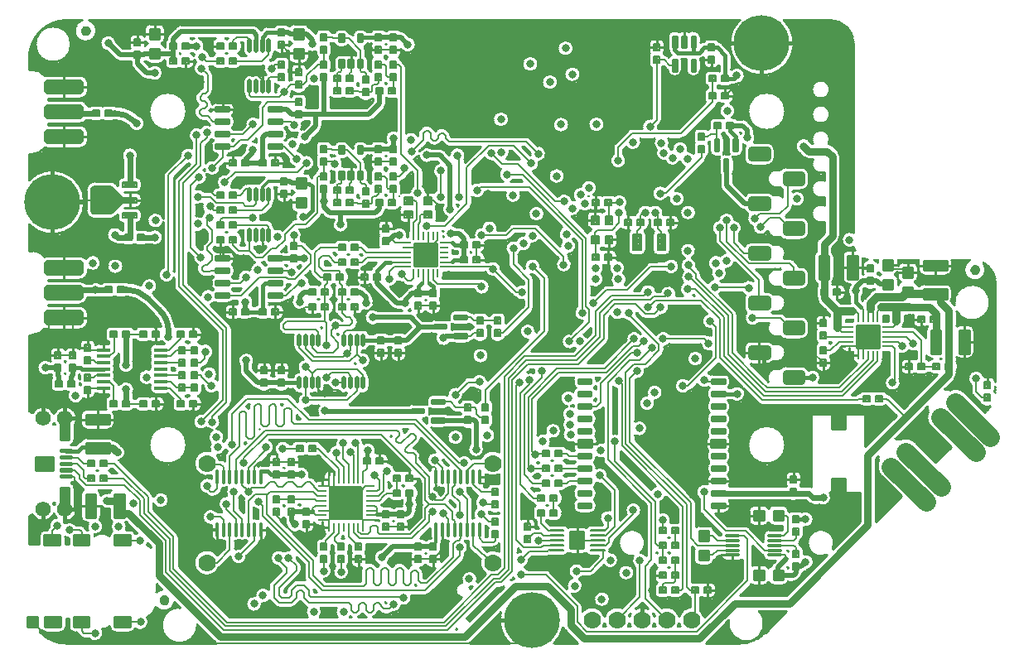
<source format=gbl>
*
*
G04 PADS 9.5 Build Number: 522968 generated Gerber (RS-274-X) file*
G04 PC Version=2.1*
*
%IN "PSDR.pcb"*%
*
%MOIN*%
*
%FSLAX35Y35*%
*
*
*
*
G04 PC Standard Apertures*
*
*
G04 Thermal Relief Aperture macro.*
%AMTER*
1,1,$1,0,0*
1,0,$1-$2,0,0*
21,0,$3,$4,0,0,45*
21,0,$3,$4,0,0,135*
%
*
*
G04 Annular Aperture macro.*
%AMANN*
1,1,$1,0,0*
1,0,$2,0,0*
%
*
*
G04 Odd Aperture macro.*
%AMODD*
1,1,$1,0,0*
1,0,$1-0.005,0,0*
%
*
*
G04 PC Custom Aperture Macros*
*
*
*
*
*
*
G04 PC Aperture Table*
*
%ADD010C,0.001*%
%ADD011C,0.008*%
%ADD012C,0.00787*%
%ADD013C,0.01575*%
%ADD034C,0.012*%
%ADD035C,0.03*%
%ADD036C,0.02*%
%ADD037C,0.015*%
%ADD038C,0.024*%
%ADD048C,0.07*%
%ADD072C,0.062*%
%ADD094C,0.00394*%
%ADD102O,0.03346X0.00984*%
%ADD103O,0.00984X0.03346*%
%ADD104C,0.01181*%
%ADD110C,0.016*%
%ADD146C,0.01*%
%ADD148C,0.076*%
%ADD149C,0.01969*%
%ADD150C,0.032*%
%ADD151C,0.22441*%
%ADD153C,0.014*%
%ADD166O,0.05512X0.01575*%
%ADD167O,0.0175X0.05906*%
%ADD169O,0.06102X0.01142*%
%ADD170O,0.01575X0.05906*%
%ADD173O,0.0175X0.0535*%
*
*
*
*
G04 PC Circuitry*
G04 Layer Name PSDR.pcb - circuitry*
%LPD*%
*
*
G04 PC Custom Flashes*
G04 Layer Name PSDR.pcb - flashes*
%LPD*%
*
*
G04 PC Circuitry*
G04 Layer Name PSDR.pcb - circuitry*
%LPD*%
*
G54D10*
G54D11*
G01X212900Y156850D02*
X215100D01*
Y154150*
X212900*
Y156850*
Y154400D02*
X215100D01*
X212900Y155200D02*
X215100D01*
X212900Y156000D02*
X215100D01*
X212900Y156800D02*
X215100D01*
X213600Y154150D02*
Y156850D01*
X214400Y154150D02*
Y156850D01*
X212900Y151850D02*
X215100D01*
Y149150*
X212900*
Y151850*
Y149600D02*
X215100D01*
X212900Y150400D02*
X215100D01*
X212900Y151200D02*
X215100D01*
X213600Y149150D02*
Y151850D01*
X214400Y149150D02*
Y151850D01*
X233900Y142850D02*
X236100D01*
Y140150*
X233900*
Y142850*
Y140800D02*
X236100D01*
X233900Y141600D02*
X236100D01*
X233900Y142400D02*
X236100D01*
X234400Y140150D02*
Y142850D01*
X235200Y140150D02*
Y142850D01*
X236000Y140150D02*
Y142850D01*
X233900Y137850D02*
X236100D01*
Y135150*
X233900*
Y137850*
Y135200D02*
X236100D01*
X233900Y136000D02*
X236100D01*
X233900Y136800D02*
X236100D01*
X233900Y137600D02*
X236100D01*
X234400Y135150D02*
Y137850D01*
X235200Y135150D02*
Y137850D01*
X236000Y135150D02*
Y137850D01*
X250900Y155850D02*
X253100D01*
Y153150*
X250900*
Y155850*
Y153600D02*
X253100D01*
X250900Y154400D02*
X253100D01*
X250900Y155200D02*
X253100D01*
X251200Y153150D02*
Y155850D01*
X252000Y153150D02*
Y155850D01*
X252800Y153150D02*
Y155850D01*
X250900Y150850D02*
X253100D01*
Y148150*
X250900*
Y150850*
Y148800D02*
X253100D01*
X250900Y149600D02*
X253100D01*
X250900Y150400D02*
X253100D01*
X251200Y148150D02*
Y150850D01*
X252000Y148150D02*
Y150850D01*
X252800Y148150D02*
Y150850D01*
X244900Y155850D02*
X247100D01*
Y153150*
X244900*
Y155850*
Y153600D02*
X247100D01*
X244900Y154400D02*
X247100D01*
X244900Y155200D02*
X247100D01*
X245600Y153150D02*
Y155850D01*
X246400Y153150D02*
Y155850D01*
X244900Y150850D02*
X247100D01*
Y148150*
X244900*
Y150850*
Y148800D02*
X247100D01*
X244900Y149600D02*
X247100D01*
X244900Y150400D02*
X247100D01*
X245600Y148150D02*
Y150850D01*
X246400Y148150D02*
Y150850D01*
X237150Y174900D02*
Y177100D01*
X239850*
Y174900*
X237150*
Y175200D02*
X239850D01*
X237150Y176000D02*
X239850D01*
X237150Y176800D02*
X239850D01*
X237600Y174900D02*
Y177100D01*
X238400Y174900D02*
Y177100D01*
X239200Y174900D02*
Y177100D01*
X242150Y174900D02*
Y177100D01*
X244850*
Y174900*
X242150*
Y175200D02*
X244850D01*
X242150Y176000D02*
X244850D01*
X242150Y176800D02*
X244850D01*
X242400Y174900D02*
Y177100D01*
X243200Y174900D02*
Y177100D01*
X244000Y174900D02*
Y177100D01*
X244800Y174900D02*
Y177100D01*
X206900Y161850D02*
X209100D01*
Y159150*
X206900*
Y161850*
Y159200D02*
X209100D01*
X206900Y160000D02*
X209100D01*
X206900Y160800D02*
X209100D01*
X206900Y161600D02*
X209100D01*
X207200Y159150D02*
Y161850D01*
X208000Y159150D02*
Y161850D01*
X208800Y159150D02*
Y161850D01*
X206900Y156850D02*
X209100D01*
Y154150*
X206900*
Y156850*
Y154400D02*
X209100D01*
X206900Y155200D02*
X209100D01*
X206900Y156000D02*
X209100D01*
X206900Y156800D02*
X209100D01*
X207200Y154150D02*
Y156850D01*
X208000Y154150D02*
Y156850D01*
X208800Y154150D02*
Y156850D01*
X203100Y154150D02*
X200900D01*
Y156850*
X203100*
Y154150*
X200900Y154400D02*
X203100D01*
X200900Y155200D02*
X203100D01*
X200900Y156000D02*
X203100D01*
X200900Y156800D02*
X203100D01*
X201600Y154150D02*
Y156850D01*
X202400Y154150D02*
Y156850D01*
X203100Y159150D02*
X200900D01*
Y161850*
X203100*
Y159150*
X200900Y159200D02*
X203100D01*
X200900Y160000D02*
X203100D01*
X200900Y160800D02*
X203100D01*
X200900Y161600D02*
X203100D01*
X201600Y159150D02*
Y161850D01*
X202400Y159150D02*
Y161850D01*
X249150Y161900D02*
Y164100D01*
X251850*
Y161900*
X249150*
Y162400D02*
X251850D01*
X249150Y163200D02*
X251850D01*
X249150Y164000D02*
X251850D01*
X249600Y161900D02*
Y164100D01*
X250400Y161900D02*
Y164100D01*
X251200Y161900D02*
Y164100D01*
X254150Y161900D02*
Y164100D01*
X256850*
Y161900*
X254150*
Y162400D02*
X256850D01*
X254150Y163200D02*
X256850D01*
X254150Y164000D02*
X256850D01*
X254400Y161900D02*
Y164100D01*
X255200Y161900D02*
Y164100D01*
X256000Y161900D02*
Y164100D01*
X256800Y161900D02*
Y164100D01*
X256850Y170100D02*
Y167900D01*
X254150*
Y170100*
X256850*
X254150Y168000D02*
X256850D01*
X254150Y168800D02*
X256850D01*
X254150Y169600D02*
X256850D01*
X254400Y167900D02*
Y170100D01*
X255200Y167900D02*
Y170100D01*
X256000Y167900D02*
Y170100D01*
X256800Y167900D02*
Y170100D01*
X251850D02*
Y167900D01*
X249150*
Y170100*
X251850*
X249150Y168000D02*
X251850D01*
X249150Y168800D02*
X251850D01*
X249150Y169600D02*
X251850D01*
X249600Y167900D02*
Y170100D01*
X250400Y167900D02*
Y170100D01*
X251200Y167900D02*
Y170100D01*
X423100Y214150D02*
X420900D01*
Y216850*
X423100*
Y214150*
X420900Y214400D02*
X423100D01*
X420900Y215200D02*
X423100D01*
X420900Y216000D02*
X423100D01*
X420900Y216800D02*
X423100D01*
X421600Y214150D02*
Y216850D01*
X422400Y214150D02*
Y216850D01*
X423100Y219150D02*
X420900D01*
Y221850*
X423100*
Y219150*
X420900Y219200D02*
X423100D01*
X420900Y220000D02*
X423100D01*
X420900Y220800D02*
X423100D01*
X420900Y221600D02*
X423100D01*
X421600Y219150D02*
Y221850D01*
X422400Y219150D02*
Y221850D01*
X190850Y237100D02*
Y234900D01*
X188150*
Y237100*
X190850*
X188150Y235200D02*
X190850D01*
X188150Y236000D02*
X190850D01*
X188150Y236800D02*
X190850D01*
X188800Y234900D02*
Y237100D01*
X189600Y234900D02*
Y237100D01*
X190400Y234900D02*
Y237100D01*
X185850D02*
Y234900D01*
X183150*
Y237100*
X185850*
X183150Y235200D02*
X185850D01*
X183150Y236000D02*
X185850D01*
X183150Y236800D02*
X185850D01*
X183200Y234900D02*
Y237100D01*
X184000Y234900D02*
Y237100D01*
X184800Y234900D02*
Y237100D01*
X185600Y234900D02*
Y237100D01*
X445850Y202100D02*
Y199900D01*
X443150*
Y202100*
X445850*
X443150Y200000D02*
X445850D01*
X443150Y200800D02*
X445850D01*
X443150Y201600D02*
X445850D01*
X443200Y199900D02*
Y202100D01*
X444000Y199900D02*
Y202100D01*
X444800Y199900D02*
Y202100D01*
X445600Y199900D02*
Y202100D01*
X440850D02*
Y199900D01*
X438150*
Y202100*
X440850*
X438150Y200000D02*
X440850D01*
X438150Y200800D02*
X440850D01*
X438150Y201600D02*
X440850D01*
X438400Y199900D02*
Y202100D01*
X439200Y199900D02*
Y202100D01*
X440000Y199900D02*
Y202100D01*
X440800Y199900D02*
Y202100D01*
X126150Y173900D02*
Y176100D01*
X128850*
Y173900*
X126150*
Y174400D02*
X128850D01*
X126150Y175200D02*
X128850D01*
X126150Y176000D02*
X128850D01*
X126400Y173900D02*
Y176100D01*
X127200Y173900D02*
Y176100D01*
X128000Y173900D02*
Y176100D01*
X128800Y173900D02*
Y176100D01*
X131150Y173900D02*
Y176100D01*
X133850*
Y173900*
X131150*
Y174400D02*
X133850D01*
X131150Y175200D02*
X133850D01*
X131150Y176000D02*
X133850D01*
X131200Y173900D02*
Y176100D01*
X132000Y173900D02*
Y176100D01*
X132800Y173900D02*
Y176100D01*
X133600Y173900D02*
Y176100D01*
X126150Y167900D02*
Y170100D01*
X128850*
Y167900*
X126150*
Y168000D02*
X128850D01*
X126150Y168800D02*
X128850D01*
X126150Y169600D02*
X128850D01*
X126400Y167900D02*
Y170100D01*
X127200Y167900D02*
Y170100D01*
X128000Y167900D02*
Y170100D01*
X128800Y167900D02*
Y170100D01*
X131150Y167900D02*
Y170100D01*
X133850*
Y167900*
X131150*
Y168000D02*
X133850D01*
X131150Y168800D02*
X133850D01*
X131150Y169600D02*
X133850D01*
X131200Y167900D02*
Y170100D01*
X132000Y167900D02*
Y170100D01*
X132800Y167900D02*
Y170100D01*
X133600Y167900D02*
Y170100D01*
X195150Y294900D02*
Y297100D01*
X197850*
Y294900*
X195150*
Y295200D02*
X197850D01*
X195150Y296000D02*
X197850D01*
X195150Y296800D02*
X197850D01*
X195200Y294900D02*
Y297100D01*
X196000Y294900D02*
Y297100D01*
X196800Y294900D02*
Y297100D01*
X197600Y294900D02*
Y297100D01*
X200150Y294900D02*
Y297100D01*
X202850*
Y294900*
X200150*
Y295200D02*
X202850D01*
X200150Y296000D02*
X202850D01*
X200150Y296800D02*
X202850D01*
X200800Y294900D02*
Y297100D01*
X201600Y294900D02*
Y297100D01*
X202400Y294900D02*
Y297100D01*
X329150Y278900D02*
Y281100D01*
X331850*
Y278900*
X329150*
Y279200D02*
X331850D01*
X329150Y280000D02*
X331850D01*
X329150Y280800D02*
X331850D01*
X329600Y278900D02*
Y281100D01*
X330400Y278900D02*
Y281100D01*
X331200Y278900D02*
Y281100D01*
X334150Y278900D02*
Y281100D01*
X336850*
Y278900*
X334150*
Y279200D02*
X336850D01*
X334150Y280000D02*
X336850D01*
X334150Y280800D02*
X336850D01*
X334400Y278900D02*
Y281100D01*
X335200Y278900D02*
Y281100D01*
X336000Y278900D02*
Y281100D01*
X336800Y278900D02*
Y281100D01*
X185850Y284100D02*
Y281900D01*
X183150*
Y284100*
X185850*
X183150Y282400D02*
X185850D01*
X183150Y283200D02*
X185850D01*
X183150Y284000D02*
X185850D01*
X183200Y281900D02*
Y284100D01*
X184000Y281900D02*
Y284100D01*
X184800Y281900D02*
Y284100D01*
X185600Y281900D02*
Y284100D01*
X180850D02*
Y281900D01*
X178150*
Y284100*
X180850*
X178150Y282400D02*
X180850D01*
X178150Y283200D02*
X180850D01*
X178150Y284000D02*
X180850D01*
X178400Y281900D02*
Y284100D01*
X179200Y281900D02*
Y284100D01*
X180000Y281900D02*
Y284100D01*
X180800Y281900D02*
Y284100D01*
X336850Y259100D02*
Y256900D01*
X334150*
Y259100*
X336850*
X334150Y257600D02*
X336850D01*
X334150Y258400D02*
X336850D01*
X334400Y256900D02*
Y259100D01*
X335200Y256900D02*
Y259100D01*
X336000Y256900D02*
Y259100D01*
X336800Y256900D02*
Y259100D01*
X331850D02*
Y256900D01*
X329150*
Y259100*
X331850*
X329150Y257600D02*
X331850D01*
X329150Y258400D02*
X331850D01*
X329600Y256900D02*
Y259100D01*
X330400Y256900D02*
Y259100D01*
X331200Y256900D02*
Y259100D01*
X222100Y135150D02*
X219900D01*
Y137850*
X222100*
Y135150*
X219900Y135200D02*
X222100D01*
X219900Y136000D02*
X222100D01*
X219900Y136800D02*
X222100D01*
X219900Y137600D02*
X222100D01*
X220000Y135150D02*
Y137850D01*
X220800Y135150D02*
Y137850D01*
X221600Y135150D02*
Y137850D01*
X222100Y140150D02*
X219900D01*
Y142850*
X222100*
Y140150*
X219900Y140800D02*
X222100D01*
X219900Y141600D02*
X222100D01*
X219900Y142400D02*
X222100D01*
X220000Y140150D02*
Y142850D01*
X220800Y140150D02*
Y142850D01*
X221600Y140150D02*
Y142850D01*
X226900D02*
X229100D01*
Y140150*
X226900*
Y142850*
Y140800D02*
X229100D01*
X226900Y141600D02*
X229100D01*
X226900Y142400D02*
X229100D01*
X227200Y140150D02*
Y142850D01*
X228000Y140150D02*
Y142850D01*
X228800Y140150D02*
Y142850D01*
X226900Y137850D02*
X229100D01*
Y135150*
X226900*
Y137850*
Y135200D02*
X229100D01*
X226900Y136000D02*
X229100D01*
X226900Y136800D02*
X229100D01*
X226900Y137600D02*
X229100D01*
X227200Y135150D02*
Y137850D01*
X228000Y135150D02*
Y137850D01*
X228800Y135150D02*
Y137850D01*
X288900Y152850D02*
X291100D01*
Y150150*
X288900*
Y152850*
Y150400D02*
X291100D01*
X288900Y151200D02*
X291100D01*
X288900Y152000D02*
X291100D01*
X288900Y152800D02*
X291100D01*
X289600Y150150D02*
Y152850D01*
X290400Y150150D02*
Y152850D01*
X288900Y147850D02*
X291100D01*
Y145150*
X288900*
Y147850*
Y145600D02*
X291100D01*
X288900Y146400D02*
X291100D01*
X288900Y147200D02*
X291100D01*
X289600Y145150D02*
Y147850D01*
X290400Y145150D02*
Y147850D01*
X291100Y157150D02*
X288900D01*
Y159850*
X291100*
Y157150*
X288900Y157600D02*
X291100D01*
X288900Y158400D02*
X291100D01*
X288900Y159200D02*
X291100D01*
X289600Y157150D02*
Y159850D01*
X290400Y157150D02*
Y159850D01*
X291100Y162150D02*
X288900D01*
Y164850*
X291100*
Y162150*
X288900Y162400D02*
X291100D01*
X288900Y163200D02*
X291100D01*
X288900Y164000D02*
X291100D01*
X288900Y164800D02*
X291100D01*
X289600Y162150D02*
Y164850D01*
X290400Y162150D02*
Y164850D01*
X263900Y142850D02*
X266100D01*
Y140150*
X263900*
Y142850*
Y140800D02*
X266100D01*
X263900Y141600D02*
X266100D01*
X263900Y142400D02*
X266100D01*
X264000Y140150D02*
Y142850D01*
X264800Y140150D02*
Y142850D01*
X265600Y140150D02*
Y142850D01*
X263900Y137850D02*
X266100D01*
Y135150*
X263900*
Y137850*
Y135200D02*
X266100D01*
X263900Y136000D02*
X266100D01*
X263900Y136800D02*
X266100D01*
X263900Y137600D02*
X266100D01*
X264000Y135150D02*
Y137850D01*
X264800Y135150D02*
Y137850D01*
X265600Y135150D02*
Y137850D01*
X203100Y169150D02*
X200900D01*
Y171850*
X203100*
Y169150*
X200900Y169600D02*
X203100D01*
X200900Y170400D02*
X203100D01*
X200900Y171200D02*
X203100D01*
X201600Y169150D02*
Y171850D01*
X202400Y169150D02*
Y171850D01*
X203100Y174150D02*
X200900D01*
Y176850*
X203100*
Y174150*
X200900Y174400D02*
X203100D01*
X200900Y175200D02*
X203100D01*
X200900Y176000D02*
X203100D01*
X200900Y176800D02*
X203100D01*
X201600Y174150D02*
Y176850D01*
X202400Y174150D02*
Y176850D01*
X257900Y142850D02*
X260100D01*
Y140150*
X257900*
Y142850*
Y140800D02*
X260100D01*
X257900Y141600D02*
X260100D01*
X257900Y142400D02*
X260100D01*
X258400Y140150D02*
Y142850D01*
X259200Y140150D02*
Y142850D01*
X260000Y140150D02*
Y142850D01*
X257900Y137850D02*
X260100D01*
Y135150*
X257900*
Y137850*
Y135200D02*
X260100D01*
X257900Y136000D02*
X260100D01*
X257900Y136800D02*
X260100D01*
X257900Y137600D02*
X260100D01*
X258400Y135150D02*
Y137850D01*
X259200Y135150D02*
Y137850D01*
X260000Y135150D02*
Y137850D01*
X209100Y169150D02*
X206900D01*
Y171850*
X209100*
Y169150*
X206900Y169600D02*
X209100D01*
X206900Y170400D02*
X209100D01*
X206900Y171200D02*
X209100D01*
X207200Y169150D02*
Y171850D01*
X208000Y169150D02*
Y171850D01*
X208800Y169150D02*
Y171850D01*
X209100Y174150D02*
X206900D01*
Y176850*
X209100*
Y174150*
X206900Y174400D02*
X209100D01*
X206900Y175200D02*
X209100D01*
X206900Y176000D02*
X209100D01*
X206900Y176800D02*
X209100D01*
X207200Y174150D02*
Y176850D01*
X208000Y174150D02*
Y176850D01*
X208800Y174150D02*
Y176850D01*
X217850Y182100D02*
Y179900D01*
X215150*
Y182100*
X217850*
X215150Y180000D02*
X217850D01*
X215150Y180800D02*
X217850D01*
X215150Y181600D02*
X217850D01*
X215200Y179900D02*
Y182100D01*
X216000Y179900D02*
Y182100D01*
X216800Y179900D02*
Y182100D01*
X217600Y179900D02*
Y182100D01*
X212850D02*
Y179900D01*
X210150*
Y182100*
X212850*
X210150Y180000D02*
X212850D01*
X210150Y180800D02*
X212850D01*
X210150Y181600D02*
X212850D01*
X210400Y179900D02*
Y182100D01*
X211200Y179900D02*
Y182100D01*
X212000Y179900D02*
Y182100D01*
X212800Y179900D02*
Y182100D01*
X249850Y281100D02*
Y278900D01*
X247150*
Y281100*
X249850*
X247150Y279200D02*
X249850D01*
X247150Y280000D02*
X249850D01*
X247150Y280800D02*
X249850D01*
X247200Y278900D02*
Y281100D01*
X248000Y278900D02*
Y281100D01*
X248800Y278900D02*
Y281100D01*
X249600Y278900D02*
Y281100D01*
X244850D02*
Y278900D01*
X242150*
Y281100*
X244850*
X242150Y279200D02*
X244850D01*
X242150Y280000D02*
X244850D01*
X242150Y280800D02*
X244850D01*
X242400Y278900D02*
Y281100D01*
X243200Y278900D02*
Y281100D01*
X244000Y278900D02*
Y281100D01*
X244800Y278900D02*
Y281100D01*
X249850Y326100D02*
Y323900D01*
X247150*
Y326100*
X249850*
X247150Y324000D02*
X249850D01*
X247150Y324800D02*
X249850D01*
X247150Y325600D02*
X249850D01*
X247200Y323900D02*
Y326100D01*
X248000Y323900D02*
Y326100D01*
X248800Y323900D02*
Y326100D01*
X249600Y323900D02*
Y326100D01*
X244850D02*
Y323900D01*
X242150*
Y326100*
X244850*
X242150Y324000D02*
X244850D01*
X242150Y324800D02*
X244850D01*
X242150Y325600D02*
X244850D01*
X242400Y323900D02*
Y326100D01*
X243200Y323900D02*
Y326100D01*
X244000Y323900D02*
Y326100D01*
X244800Y323900D02*
Y326100D01*
X147100Y338150D02*
X144900D01*
Y340850*
X147100*
Y338150*
X144900Y338400D02*
X147100D01*
X144900Y339200D02*
X147100D01*
X144900Y340000D02*
X147100D01*
X144900Y340800D02*
X147100D01*
X145600Y338150D02*
Y340850D01*
X146400Y338150D02*
Y340850D01*
X147100Y343150D02*
X144900D01*
Y345850*
X147100*
Y343150*
X144900Y343200D02*
X147100D01*
X144900Y344000D02*
X147100D01*
X144900Y344800D02*
X147100D01*
X144900Y345600D02*
X147100D01*
X145600Y343150D02*
Y345850D01*
X146400Y343150D02*
Y345850D01*
X409900Y139850D02*
X412100D01*
Y137150*
X409900*
Y139850*
Y137600D02*
X412100D01*
X409900Y138400D02*
X412100D01*
X409900Y139200D02*
X412100D01*
X410400Y137150D02*
Y139850D01*
X411200Y137150D02*
Y139850D01*
X412000Y137150D02*
Y139850D01*
X409900Y134850D02*
X412100D01*
Y132150*
X409900*
Y134850*
Y132800D02*
X412100D01*
X409900Y133600D02*
X412100D01*
X409900Y134400D02*
X412100D01*
X410400Y132150D02*
Y134850D01*
X411200Y132150D02*
Y134850D01*
X412000Y132150D02*
Y134850D01*
X287100Y191150D02*
X284900D01*
Y193850*
X287100*
Y191150*
X284900Y191200D02*
X287100D01*
X284900Y192000D02*
X287100D01*
X284900Y192800D02*
X287100D01*
X284900Y193600D02*
X287100D01*
X285600Y191150D02*
Y193850D01*
X286400Y191150D02*
Y193850D01*
X287100Y196150D02*
X284900D01*
Y198850*
X287100*
Y196150*
X284900Y196800D02*
X287100D01*
X284900Y197600D02*
X287100D01*
X284900Y198400D02*
X287100D01*
X285600Y196150D02*
Y198850D01*
X286400Y196150D02*
Y198850D01*
X280100Y191150D02*
X277900D01*
Y193850*
X280100*
Y191150*
X277900Y191200D02*
X280100D01*
X277900Y192000D02*
X280100D01*
X277900Y192800D02*
X280100D01*
X277900Y193600D02*
X280100D01*
X278400Y191150D02*
Y193850D01*
X279200Y191150D02*
Y193850D01*
X280000Y191150D02*
Y193850D01*
X280100Y196150D02*
X277900D01*
Y198850*
X280100*
Y196150*
X277900Y196800D02*
X280100D01*
X277900Y197600D02*
X280100D01*
X277900Y198400D02*
X280100D01*
X278400Y196150D02*
Y198850D01*
X279200Y196150D02*
Y198850D01*
X280000Y196150D02*
Y198850D01*
X276150Y261900D02*
Y264100D01*
X278850*
Y261900*
X276150*
Y262400D02*
X278850D01*
X276150Y263200D02*
X278850D01*
X276150Y264000D02*
X278850D01*
X276800Y261900D02*
Y264100D01*
X277600Y261900D02*
Y264100D01*
X278400Y261900D02*
Y264100D01*
X281150Y261900D02*
Y264100D01*
X283850*
Y261900*
X281150*
Y262400D02*
X283850D01*
X281150Y263200D02*
X283850D01*
X281150Y264000D02*
X283850D01*
X281600Y261900D02*
Y264100D01*
X282400Y261900D02*
Y264100D01*
X283200Y261900D02*
Y264100D01*
X276150Y255900D02*
Y258100D01*
X278850*
Y255900*
X276150*
Y256000D02*
X278850D01*
X276150Y256800D02*
X278850D01*
X276150Y257600D02*
X278850D01*
X276800Y255900D02*
Y258100D01*
X277600Y255900D02*
Y258100D01*
X278400Y255900D02*
Y258100D01*
X281150Y255900D02*
Y258100D01*
X283850*
Y255900*
X281150*
Y256000D02*
X283850D01*
X281150Y256800D02*
X283850D01*
X281150Y257600D02*
X283850D01*
X281600Y255900D02*
Y258100D01*
X282400Y255900D02*
Y258100D01*
X283200Y255900D02*
Y258100D01*
X263900Y244850D02*
X266100D01*
Y242150*
X263900*
Y244850*
Y242400D02*
X266100D01*
X263900Y243200D02*
X266100D01*
X263900Y244000D02*
X266100D01*
X263900Y244800D02*
X266100D01*
X264000Y242150D02*
Y244850D01*
X264800Y242150D02*
Y244850D01*
X265600Y242150D02*
Y244850D01*
X263900Y239850D02*
X266100D01*
Y237150*
X263900*
Y239850*
Y237600D02*
X266100D01*
X263900Y238400D02*
X266100D01*
X263900Y239200D02*
X266100D01*
X264000Y237150D02*
Y239850D01*
X264800Y237150D02*
Y239850D01*
X265600Y237150D02*
Y239850D01*
X257900Y244850D02*
X260100D01*
Y242150*
X257900*
Y244850*
Y242400D02*
X260100D01*
X257900Y243200D02*
X260100D01*
X257900Y244000D02*
X260100D01*
X257900Y244800D02*
X260100D01*
X258400Y242150D02*
Y244850D01*
X259200Y242150D02*
Y244850D01*
X260000Y242150D02*
Y244850D01*
X257900Y239850D02*
X260100D01*
Y237150*
X257900*
Y239850*
Y237600D02*
X260100D01*
X257900Y238400D02*
X260100D01*
X257900Y239200D02*
X260100D01*
X258400Y237150D02*
Y239850D01*
X259200Y237150D02*
Y239850D01*
X260000Y237150D02*
Y239850D01*
X243850Y251100D02*
Y248900D01*
X241150*
Y251100*
X243850*
X241150Y249600D02*
X243850D01*
X241150Y250400D02*
X243850D01*
X241600Y248900D02*
Y251100D01*
X242400Y248900D02*
Y251100D01*
X243200Y248900D02*
Y251100D01*
X238850D02*
Y248900D01*
X236150*
Y251100*
X238850*
X236150Y249600D02*
X238850D01*
X236150Y250400D02*
X238850D01*
X236800Y248900D02*
Y251100D01*
X237600Y248900D02*
Y251100D01*
X238400Y248900D02*
Y251100D01*
X247100Y263150D02*
X244900D01*
Y265850*
X247100*
Y263150*
X244900Y263200D02*
X247100D01*
X244900Y264000D02*
X247100D01*
X244900Y264800D02*
X247100D01*
X244900Y265600D02*
X247100D01*
X245600Y263150D02*
Y265850D01*
X246400Y263150D02*
Y265850D01*
X247100Y268150D02*
X244900D01*
Y270850*
X247100*
Y268150*
X244900Y268800D02*
X247100D01*
X244900Y269600D02*
X247100D01*
X244900Y270400D02*
X247100D01*
X245600Y268150D02*
Y270850D01*
X246400Y268150D02*
Y270850D01*
X378150Y309900D02*
Y312100D01*
X380850*
Y309900*
X378150*
Y310400D02*
X380850D01*
X378150Y311200D02*
X380850D01*
X378150Y312000D02*
X380850D01*
X378400Y309900D02*
Y312100D01*
X379200Y309900D02*
Y312100D01*
X380000Y309900D02*
Y312100D01*
X380800Y309900D02*
Y312100D01*
X383150Y309900D02*
Y312100D01*
X385850*
Y309900*
X383150*
Y310400D02*
X385850D01*
X383150Y311200D02*
X385850D01*
X383150Y312000D02*
X385850D01*
X383200Y309900D02*
Y312100D01*
X384000Y309900D02*
Y312100D01*
X384800Y309900D02*
Y312100D01*
X385600Y309900D02*
Y312100D01*
X374100Y300150D02*
X371900D01*
Y302850*
X374100*
Y300150*
X371900Y300800D02*
X374100D01*
X371900Y301600D02*
X374100D01*
X371900Y302400D02*
X374100D01*
X372000Y300150D02*
Y302850D01*
X372800Y300150D02*
Y302850D01*
X373600Y300150D02*
Y302850D01*
X374100Y305150D02*
X371900D01*
Y307850*
X374100*
Y305150*
X371900Y305600D02*
X374100D01*
X371900Y306400D02*
X374100D01*
X371900Y307200D02*
X374100D01*
X372000Y305150D02*
Y307850D01*
X372800Y305150D02*
Y307850D01*
X373600Y305150D02*
Y307850D01*
X289900Y233850D02*
X292100D01*
Y231150*
X289900*
Y233850*
Y231200D02*
X292100D01*
X289900Y232000D02*
X292100D01*
X289900Y232800D02*
X292100D01*
X289900Y233600D02*
X292100D01*
X290400Y231150D02*
Y233850D01*
X291200Y231150D02*
Y233850D01*
X292000Y231150D02*
Y233850D01*
X289900Y228850D02*
X292100D01*
Y226150*
X289900*
Y228850*
Y226400D02*
X292100D01*
X289900Y227200D02*
X292100D01*
X289900Y228000D02*
X292100D01*
X289900Y228800D02*
X292100D01*
X290400Y226150D02*
Y228850D01*
X291200Y226150D02*
Y228850D01*
X292000Y226150D02*
Y228850D01*
X411100Y162150D02*
X408900D01*
Y164850*
X411100*
Y162150*
X408900Y162400D02*
X411100D01*
X408900Y163200D02*
X411100D01*
X408900Y164000D02*
X411100D01*
X408900Y164800D02*
X411100D01*
X409600Y162150D02*
Y164850D01*
X410400Y162150D02*
Y164850D01*
X411100Y167150D02*
X408900D01*
Y169850*
X411100*
Y167150*
X408900Y167200D02*
X411100D01*
X408900Y168000D02*
X411100D01*
X408900Y168800D02*
X411100D01*
X408900Y169600D02*
X411100D01*
X409600Y167150D02*
Y169850D01*
X410400Y167150D02*
Y169850D01*
X420900Y232850D02*
X423100D01*
Y230150*
X420900*
Y232850*
Y230400D02*
X423100D01*
X420900Y231200D02*
X423100D01*
X420900Y232000D02*
X423100D01*
X420900Y232800D02*
X423100D01*
X421600Y230150D02*
Y232850D01*
X422400Y230150D02*
Y232850D01*
X420900Y227850D02*
X423100D01*
Y225150*
X420900*
Y227850*
Y225600D02*
X423100D01*
X420900Y226400D02*
X423100D01*
X420900Y227200D02*
X423100D01*
X421600Y225150D02*
Y227850D01*
X422400Y225150D02*
Y227850D01*
X316850Y180100D02*
Y177900D01*
X314150*
Y180100*
X316850*
X314150Y178400D02*
X316850D01*
X314150Y179200D02*
X316850D01*
X314150Y180000D02*
X316850D01*
X314400Y177900D02*
Y180100D01*
X315200Y177900D02*
Y180100D01*
X316000Y177900D02*
Y180100D01*
X316800Y177900D02*
Y180100D01*
X311850D02*
Y177900D01*
X309150*
Y180100*
X311850*
X309150Y178400D02*
X311850D01*
X309150Y179200D02*
X311850D01*
X309150Y180000D02*
X311850D01*
X309600Y177900D02*
Y180100D01*
X310400Y177900D02*
Y180100D01*
X311200Y177900D02*
Y180100D01*
X316850Y174100D02*
Y171900D01*
X314150*
Y174100*
X316850*
X314150Y172000D02*
X316850D01*
X314150Y172800D02*
X316850D01*
X314150Y173600D02*
X316850D01*
X314400Y171900D02*
Y174100D01*
X315200Y171900D02*
Y174100D01*
X316000Y171900D02*
Y174100D01*
X316800Y171900D02*
Y174100D01*
X311850D02*
Y171900D01*
X309150*
Y174100*
X311850*
X309150Y172000D02*
X311850D01*
X309150Y172800D02*
X311850D01*
X309150Y173600D02*
X311850D01*
X309600Y171900D02*
Y174100D01*
X310400Y171900D02*
Y174100D01*
X311200Y171900D02*
Y174100D01*
X316850Y168100D02*
Y165900D01*
X314150*
Y168100*
X316850*
X314150Y166400D02*
X316850D01*
X314150Y167200D02*
X316850D01*
X314150Y168000D02*
X316850D01*
X314400Y165900D02*
Y168100D01*
X315200Y165900D02*
Y168100D01*
X316000Y165900D02*
Y168100D01*
X316800Y165900D02*
Y168100D01*
X311850D02*
Y165900D01*
X309150*
Y168100*
X311850*
X309150Y166400D02*
X311850D01*
X309150Y167200D02*
X311850D01*
X309150Y168000D02*
X311850D01*
X309600Y165900D02*
Y168100D01*
X310400Y165900D02*
Y168100D01*
X311200Y165900D02*
Y168100D01*
X207900Y263850D02*
X210100D01*
Y261150*
X207900*
Y263850*
Y261600D02*
X210100D01*
X207900Y262400D02*
X210100D01*
X207900Y263200D02*
X210100D01*
X208000Y261150D02*
Y263850D01*
X208800Y261150D02*
Y263850D01*
X209600Y261150D02*
Y263850D01*
X207900Y258850D02*
X210100D01*
Y256150*
X207900*
Y258850*
Y256800D02*
X210100D01*
X207900Y257600D02*
X210100D01*
X207900Y258400D02*
X210100D01*
X208000Y256150D02*
Y258850D01*
X208800Y256150D02*
Y258850D01*
X209600Y256150D02*
Y258850D01*
X209900Y321850D02*
X212100D01*
Y319150*
X209900*
Y321850*
Y319200D02*
X212100D01*
X209900Y320000D02*
X212100D01*
X209900Y320800D02*
X212100D01*
X209900Y321600D02*
X212100D01*
X210400Y319150D02*
Y321850D01*
X211200Y319150D02*
Y321850D01*
X212000Y319150D02*
Y321850D01*
X209900Y316850D02*
X212100D01*
Y314150*
X209900*
Y316850*
Y314400D02*
X212100D01*
X209900Y315200D02*
X212100D01*
X209900Y316000D02*
X212100D01*
X209900Y316800D02*
X212100D01*
X210400Y314150D02*
Y316850D01*
X211200Y314150D02*
Y316850D01*
X212000Y314150D02*
Y316850D01*
X185850Y344100D02*
Y341900D01*
X183150*
Y344100*
X185850*
X183150Y342400D02*
X185850D01*
X183150Y343200D02*
X185850D01*
X183150Y344000D02*
X185850D01*
X183200Y341900D02*
Y344100D01*
X184000Y341900D02*
Y344100D01*
X184800Y341900D02*
Y344100D01*
X185600Y341900D02*
Y344100D01*
X180850D02*
Y341900D01*
X178150*
Y344100*
X180850*
X178150Y342400D02*
X180850D01*
X178150Y343200D02*
X180850D01*
X178150Y344000D02*
X180850D01*
X178400Y341900D02*
Y344100D01*
X179200Y341900D02*
Y344100D01*
X180000Y341900D02*
Y344100D01*
X180800Y341900D02*
Y344100D01*
X178150Y263900D02*
Y266100D01*
X180850*
Y263900*
X178150*
Y264000D02*
X180850D01*
X178150Y264800D02*
X180850D01*
X178150Y265600D02*
X180850D01*
X178400Y263900D02*
Y266100D01*
X179200Y263900D02*
Y266100D01*
X180000Y263900D02*
Y266100D01*
X180800Y263900D02*
Y266100D01*
X183150Y263900D02*
Y266100D01*
X185850*
Y263900*
X183150*
Y264000D02*
X185850D01*
X183150Y264800D02*
X185850D01*
X183150Y265600D02*
X185850D01*
X183200Y263900D02*
Y266100D01*
X184000Y263900D02*
Y266100D01*
X184800Y263900D02*
Y266100D01*
X185600Y263900D02*
Y266100D01*
X486900Y207850D02*
X489100D01*
Y205150*
X486900*
Y207850*
Y205600D02*
X489100D01*
X486900Y206400D02*
X489100D01*
X486900Y207200D02*
X489100D01*
X487200Y205150D02*
Y207850D01*
X488000Y205150D02*
Y207850D01*
X488800Y205150D02*
Y207850D01*
X486900Y202850D02*
X489100D01*
Y200150*
X486900*
Y202850*
Y200800D02*
X489100D01*
X486900Y201600D02*
X489100D01*
X486900Y202400D02*
X489100D01*
X487200Y200150D02*
Y202850D01*
X488000Y200150D02*
Y202850D01*
X488800Y200150D02*
Y202850D01*
X209900Y333850D02*
X212100D01*
Y331150*
X209900*
Y333850*
Y331200D02*
X212100D01*
X209900Y332000D02*
X212100D01*
X209900Y332800D02*
X212100D01*
X209900Y333600D02*
X212100D01*
X210400Y331150D02*
Y333850D01*
X211200Y331150D02*
Y333850D01*
X212000Y331150D02*
Y333850D01*
X209900Y328850D02*
X212100D01*
Y326150*
X209900*
Y328850*
Y326400D02*
X212100D01*
X209900Y327200D02*
X212100D01*
X209900Y328000D02*
X212100D01*
X209900Y328800D02*
X212100D01*
X210400Y326150D02*
Y328850D01*
X211200Y326150D02*
Y328850D01*
X212000Y326150D02*
Y328850D01*
X455150Y212900D02*
Y215100D01*
X457850*
Y212900*
X455150*
Y213600D02*
X457850D01*
X455150Y214400D02*
X457850D01*
X455200Y212900D02*
Y215100D01*
X456000Y212900D02*
Y215100D01*
X456800Y212900D02*
Y215100D01*
X457600Y212900D02*
Y215100D01*
X460150Y212900D02*
Y215100D01*
X462850*
Y212900*
X460150*
Y213600D02*
X462850D01*
X460150Y214400D02*
X462850D01*
X460800Y212900D02*
Y215100D01*
X461600Y212900D02*
Y215100D01*
X462400Y212900D02*
Y215100D01*
X442100Y247150D02*
X439900D01*
Y249850*
X442100*
Y247150*
X439900Y247200D02*
X442100D01*
X439900Y248000D02*
X442100D01*
X439900Y248800D02*
X442100D01*
X439900Y249600D02*
X442100D01*
X440000Y247150D02*
Y249850D01*
X440800Y247150D02*
Y249850D01*
X441600Y247150D02*
Y249850D01*
X442100Y252150D02*
X439900D01*
Y254850*
X442100*
Y252150*
X439900Y252800D02*
X442100D01*
X439900Y253600D02*
X442100D01*
X439900Y254400D02*
X442100D01*
X440000Y252150D02*
Y254850D01*
X440800Y252150D02*
Y254850D01*
X441600Y252150D02*
Y254850D01*
X241900Y291850D02*
X244100D01*
Y289150*
X241900*
Y291850*
Y289600D02*
X244100D01*
X241900Y290400D02*
X244100D01*
X241900Y291200D02*
X244100D01*
X242400Y289150D02*
Y291850D01*
X243200Y289150D02*
Y291850D01*
X244000Y289150D02*
Y291850D01*
X241900Y286850D02*
X244100D01*
Y284150*
X241900*
Y286850*
Y284800D02*
X244100D01*
X241900Y285600D02*
X244100D01*
X241900Y286400D02*
X244100D01*
X242400Y284150D02*
Y286850D01*
X243200Y284150D02*
Y286850D01*
X244000Y284150D02*
Y286850D01*
X232850Y281100D02*
Y278900D01*
X230150*
Y281100*
X232850*
X230150Y279200D02*
X232850D01*
X230150Y280000D02*
X232850D01*
X230150Y280800D02*
X232850D01*
X230400Y278900D02*
Y281100D01*
X231200Y278900D02*
Y281100D01*
X232000Y278900D02*
Y281100D01*
X232800Y278900D02*
Y281100D01*
X227850D02*
Y278900D01*
X225150*
Y281100*
X227850*
X225150Y279200D02*
X227850D01*
X225150Y280000D02*
X227850D01*
X225150Y280800D02*
X227850D01*
X225600Y278900D02*
Y281100D01*
X226400Y278900D02*
Y281100D01*
X227200Y278900D02*
Y281100D01*
X219900Y291850D02*
X222100D01*
Y289150*
X219900*
Y291850*
Y289600D02*
X222100D01*
X219900Y290400D02*
X222100D01*
X219900Y291200D02*
X222100D01*
X220000Y289150D02*
Y291850D01*
X220800Y289150D02*
Y291850D01*
X221600Y289150D02*
Y291850D01*
X219900Y286850D02*
X222100D01*
Y284150*
X219900*
Y286850*
Y284800D02*
X222100D01*
X219900Y285600D02*
X222100D01*
X219900Y286400D02*
X222100D01*
X220000Y284150D02*
Y286850D01*
X220800Y284150D02*
Y286850D01*
X221600Y284150D02*
Y286850D01*
X241900Y336850D02*
X244100D01*
Y334150*
X241900*
Y336850*
Y334400D02*
X244100D01*
X241900Y335200D02*
X244100D01*
X241900Y336000D02*
X244100D01*
X241900Y336800D02*
X244100D01*
X242400Y334150D02*
Y336850D01*
X243200Y334150D02*
Y336850D01*
X244000Y334150D02*
Y336850D01*
X241900Y331850D02*
X244100D01*
Y329150*
X241900*
Y331850*
Y329600D02*
X244100D01*
X241900Y330400D02*
X244100D01*
X241900Y331200D02*
X244100D01*
X242400Y329150D02*
Y331850D01*
X243200Y329150D02*
Y331850D01*
X244000Y329150D02*
Y331850D01*
X232850Y326100D02*
Y323900D01*
X230150*
Y326100*
X232850*
X230150Y324000D02*
X232850D01*
X230150Y324800D02*
X232850D01*
X230150Y325600D02*
X232850D01*
X230400Y323900D02*
Y326100D01*
X231200Y323900D02*
Y326100D01*
X232000Y323900D02*
Y326100D01*
X232800Y323900D02*
Y326100D01*
X227850D02*
Y323900D01*
X225150*
Y326100*
X227850*
X225150Y324000D02*
X227850D01*
X225150Y324800D02*
X227850D01*
X225150Y325600D02*
X227850D01*
X225600Y323900D02*
Y326100D01*
X226400Y323900D02*
Y326100D01*
X227200Y323900D02*
Y326100D01*
X249900Y225850D02*
X252100D01*
Y223150*
X249900*
Y225850*
Y223200D02*
X252100D01*
X249900Y224000D02*
X252100D01*
X249900Y224800D02*
X252100D01*
X249900Y225600D02*
X252100D01*
X250400Y223150D02*
Y225850D01*
X251200Y223150D02*
Y225850D01*
X252000Y223150D02*
Y225850D01*
X249900Y220850D02*
X252100D01*
Y218150*
X249900*
Y220850*
Y218400D02*
X252100D01*
X249900Y219200D02*
X252100D01*
X249900Y220000D02*
X252100D01*
X249900Y220800D02*
X252100D01*
X250400Y218150D02*
Y220850D01*
X251200Y218150D02*
Y220850D01*
X252000Y218150D02*
Y220850D01*
X198100Y206150D02*
X195900D01*
Y208850*
X198100*
Y206150*
X195900Y206400D02*
X198100D01*
X195900Y207200D02*
X198100D01*
X195900Y208000D02*
X198100D01*
X195900Y208800D02*
X198100D01*
X196000Y206150D02*
Y208850D01*
X196800Y206150D02*
Y208850D01*
X197600Y206150D02*
Y208850D01*
X198100Y211150D02*
X195900D01*
Y213850*
X198100*
Y211150*
X195900Y211200D02*
X198100D01*
X195900Y212000D02*
X198100D01*
X195900Y212800D02*
X198100D01*
X195900Y213600D02*
X198100D01*
X196000Y211150D02*
Y213850D01*
X196800Y211150D02*
Y213850D01*
X197600Y211150D02*
Y213850D01*
X242900Y225850D02*
X245100D01*
Y223150*
X242900*
Y225850*
Y223200D02*
X245100D01*
X242900Y224000D02*
X245100D01*
X242900Y224800D02*
X245100D01*
X242900Y225600D02*
X245100D01*
X243200Y223150D02*
Y225850D01*
X244000Y223150D02*
Y225850D01*
X244800Y223150D02*
Y225850D01*
X242900Y220850D02*
X245100D01*
Y218150*
X242900*
Y220850*
Y218400D02*
X245100D01*
X242900Y219200D02*
X245100D01*
X242900Y220000D02*
X245100D01*
X242900Y220800D02*
X245100D01*
X243200Y218150D02*
Y220850D01*
X244000Y218150D02*
Y220850D01*
X244800Y218150D02*
Y220850D01*
X205100Y206150D02*
X202900D01*
Y208850*
X205100*
Y206150*
X202900Y206400D02*
X205100D01*
X202900Y207200D02*
X205100D01*
X202900Y208000D02*
X205100D01*
X202900Y208800D02*
X205100D01*
X203200Y206150D02*
Y208850D01*
X204000Y206150D02*
Y208850D01*
X204800Y206150D02*
Y208850D01*
X205100Y211150D02*
X202900D01*
Y213850*
X205100*
Y211150*
X202900Y211200D02*
X205100D01*
X202900Y212000D02*
X205100D01*
X202900Y212800D02*
X205100D01*
X202900Y213600D02*
X205100D01*
X203200Y211150D02*
Y213850D01*
X204000Y211150D02*
Y213850D01*
X204800Y211150D02*
Y213850D01*
X228850Y251100D02*
Y248900D01*
X226150*
Y251100*
X228850*
X226150Y249600D02*
X228850D01*
X226150Y250400D02*
X228850D01*
X226400Y248900D02*
Y251100D01*
X227200Y248900D02*
Y251100D01*
X228000Y248900D02*
Y251100D01*
X228800Y248900D02*
Y251100D01*
X223850D02*
Y248900D01*
X221150*
Y251100*
X223850*
X221150Y249600D02*
X223850D01*
X221150Y250400D02*
X223850D01*
X221600Y248900D02*
Y251100D01*
X222400Y248900D02*
Y251100D01*
X223200Y248900D02*
Y251100D01*
X234850Y263100D02*
Y260900D01*
X232150*
Y263100*
X234850*
X232150Y261600D02*
X234850D01*
X232150Y262400D02*
X234850D01*
X232800Y260900D02*
Y263100D01*
X233600Y260900D02*
Y263100D01*
X234400Y260900D02*
Y263100D01*
X229850D02*
Y260900D01*
X227150*
Y263100*
X229850*
X227150Y261600D02*
X229850D01*
X227150Y262400D02*
X229850D01*
X227200Y260900D02*
Y263100D01*
X228000Y260900D02*
Y263100D01*
X228800Y260900D02*
Y263100D01*
X229600Y260900D02*
Y263100D01*
X304100Y143150D02*
X301900D01*
Y145850*
X304100*
Y143150*
X301900Y143200D02*
X304100D01*
X301900Y144000D02*
X304100D01*
X301900Y144800D02*
X304100D01*
X301900Y145600D02*
X304100D01*
X302400Y143150D02*
Y145850D01*
X303200Y143150D02*
Y145850D01*
X304000Y143150D02*
Y145850D01*
X304100Y148150D02*
X301900D01*
Y150850*
X304100*
Y148150*
X301900Y148800D02*
X304100D01*
X301900Y149600D02*
X304100D01*
X301900Y150400D02*
X304100D01*
X302400Y148150D02*
Y150850D01*
X303200Y148150D02*
Y150850D01*
X304000Y148150D02*
Y150850D01*
X219900Y336850D02*
X222100D01*
Y334150*
X219900*
Y336850*
Y334400D02*
X222100D01*
X219900Y335200D02*
X222100D01*
X219900Y336000D02*
X222100D01*
X219900Y336800D02*
X222100D01*
X220000Y334150D02*
Y336850D01*
X220800Y334150D02*
Y336850D01*
X221600Y334150D02*
Y336850D01*
X219900Y331850D02*
X222100D01*
Y329150*
X219900*
Y331850*
Y329600D02*
X222100D01*
X219900Y330400D02*
X222100D01*
X219900Y331200D02*
X222100D01*
X220000Y329150D02*
Y331850D01*
X220800Y329150D02*
Y331850D01*
X221600Y329150D02*
Y331850D01*
X195150Y234900D02*
Y237100D01*
X197850*
Y234900*
X195150*
Y235200D02*
X197850D01*
X195150Y236000D02*
X197850D01*
X195150Y236800D02*
X197850D01*
X195200Y234900D02*
Y237100D01*
X196000Y234900D02*
Y237100D01*
X196800Y234900D02*
Y237100D01*
X197600Y234900D02*
Y237100D01*
X200150Y234900D02*
Y237100D01*
X202850*
Y234900*
X200150*
Y235200D02*
X202850D01*
X200150Y236000D02*
X202850D01*
X200150Y236800D02*
X202850D01*
X200800Y234900D02*
Y237100D01*
X201600Y234900D02*
Y237100D01*
X202400Y234900D02*
Y237100D01*
X202900Y349850D02*
X205100D01*
Y347150*
X202900*
Y349850*
Y347200D02*
X205100D01*
X202900Y348000D02*
X205100D01*
X202900Y348800D02*
X205100D01*
X202900Y349600D02*
X205100D01*
X203200Y347150D02*
Y349850D01*
X204000Y347150D02*
Y349850D01*
X204800Y347150D02*
Y349850D01*
X202900Y344850D02*
X205100D01*
Y342150*
X202900*
Y344850*
Y342400D02*
X205100D01*
X202900Y343200D02*
X205100D01*
X202900Y344000D02*
X205100D01*
X202900Y344800D02*
X205100D01*
X203200Y342150D02*
Y344850D01*
X204000Y342150D02*
Y344850D01*
X204800Y342150D02*
Y344850D01*
X159150Y341900D02*
Y344100D01*
X161850*
Y341900*
X159150*
Y342400D02*
X161850D01*
X159150Y343200D02*
X161850D01*
X159150Y344000D02*
X161850D01*
X159200Y341900D02*
Y344100D01*
X160000Y341900D02*
Y344100D01*
X160800Y341900D02*
Y344100D01*
X161600Y341900D02*
Y344100D01*
X164150Y341900D02*
Y344100D01*
X166850*
Y341900*
X164150*
Y342400D02*
X166850D01*
X164150Y343200D02*
X166850D01*
X164150Y344000D02*
X166850D01*
X164800Y341900D02*
Y344100D01*
X165600Y341900D02*
Y344100D01*
X166400Y341900D02*
Y344100D01*
X166850Y338100D02*
Y335900D01*
X164150*
Y338100*
X166850*
X164150Y336000D02*
X166850D01*
X164150Y336800D02*
X166850D01*
X164150Y337600D02*
X166850D01*
X164800Y335900D02*
Y338100D01*
X165600Y335900D02*
Y338100D01*
X166400Y335900D02*
Y338100D01*
X161850D02*
Y335900D01*
X159150*
Y338100*
X161850*
X159150Y336000D02*
X161850D01*
X159150Y336800D02*
X161850D01*
X159150Y337600D02*
X161850D01*
X159200Y335900D02*
Y338100D01*
X160000Y335900D02*
Y338100D01*
X160800Y335900D02*
Y338100D01*
X161600Y335900D02*
Y338100D01*
X234850Y257100D02*
Y254900D01*
X232150*
Y257100*
X234850*
X232150Y255200D02*
X234850D01*
X232150Y256000D02*
X234850D01*
X232150Y256800D02*
X234850D01*
X232800Y254900D02*
Y257100D01*
X233600Y254900D02*
Y257100D01*
X234400Y254900D02*
Y257100D01*
X229850D02*
Y254900D01*
X227150*
Y257100*
X229850*
X227150Y255200D02*
X229850D01*
X227150Y256000D02*
X229850D01*
X227150Y256800D02*
X229850D01*
X227200Y254900D02*
Y257100D01*
X228000Y254900D02*
Y257100D01*
X228800Y254900D02*
Y257100D01*
X229600Y254900D02*
Y257100D01*
X222850Y245100D02*
Y242900D01*
X220150*
Y245100*
X222850*
X220150Y243200D02*
X222850D01*
X220150Y244000D02*
X222850D01*
X220150Y244800D02*
X222850D01*
X220800Y242900D02*
Y245100D01*
X221600Y242900D02*
Y245100D01*
X222400Y242900D02*
Y245100D01*
X217850D02*
Y242900D01*
X215150*
Y245100*
X217850*
X215150Y243200D02*
X217850D01*
X215150Y244000D02*
X217850D01*
X215150Y244800D02*
X217850D01*
X215200Y242900D02*
Y245100D01*
X216000Y242900D02*
Y245100D01*
X216800Y242900D02*
Y245100D01*
X217600Y242900D02*
Y245100D01*
X203900Y289850D02*
X206100D01*
Y287150*
X203900*
Y289850*
Y287200D02*
X206100D01*
X203900Y288000D02*
X206100D01*
X203900Y288800D02*
X206100D01*
X203900Y289600D02*
X206100D01*
X204000Y287150D02*
Y289850D01*
X204800Y287150D02*
Y289850D01*
X205600Y287150D02*
Y289850D01*
X203900Y284850D02*
X206100D01*
Y282150*
X203900*
Y284850*
Y282400D02*
X206100D01*
X203900Y283200D02*
X206100D01*
X203900Y284000D02*
X206100D01*
X203900Y284800D02*
X206100D01*
X204000Y282150D02*
Y284850D01*
X204800Y282150D02*
Y284850D01*
X205600Y282150D02*
Y284850D01*
X412100Y146150D02*
X409900D01*
Y148850*
X412100*
Y146150*
X409900Y146400D02*
X412100D01*
X409900Y147200D02*
X412100D01*
X409900Y148000D02*
X412100D01*
X409900Y148800D02*
X412100D01*
X410400Y146150D02*
Y148850D01*
X411200Y146150D02*
Y148850D01*
X412000Y146150D02*
Y148850D01*
X412100Y151150D02*
X409900D01*
Y153850*
X412100*
Y151150*
X409900Y151200D02*
X412100D01*
X409900Y152000D02*
X412100D01*
X409900Y152800D02*
X412100D01*
X409900Y153600D02*
X412100D01*
X410400Y151150D02*
Y153850D01*
X411200Y151150D02*
Y153850D01*
X412000Y151150D02*
Y153850D01*
X363850Y125100D02*
Y122900D01*
X361150*
Y125100*
X363850*
X361150Y123200D02*
X363850D01*
X361150Y124000D02*
X363850D01*
X361150Y124800D02*
X363850D01*
X361600Y122900D02*
Y125100D01*
X362400Y122900D02*
Y125100D01*
X363200Y122900D02*
Y125100D01*
X358850D02*
Y122900D01*
X356150*
Y125100*
X358850*
X356150Y123200D02*
X358850D01*
X356150Y124000D02*
X358850D01*
X356150Y124800D02*
X358850D01*
X356800Y122900D02*
Y125100D01*
X357600Y122900D02*
Y125100D01*
X358400Y122900D02*
Y125100D01*
X363850Y137100D02*
Y134900D01*
X361150*
Y137100*
X363850*
X361150Y135200D02*
X363850D01*
X361150Y136000D02*
X363850D01*
X361150Y136800D02*
X363850D01*
X361600Y134900D02*
Y137100D01*
X362400Y134900D02*
Y137100D01*
X363200Y134900D02*
Y137100D01*
X358850D02*
Y134900D01*
X356150*
Y137100*
X358850*
X356150Y135200D02*
X358850D01*
X356150Y136000D02*
X358850D01*
X356150Y136800D02*
X358850D01*
X356800Y134900D02*
Y137100D01*
X357600Y134900D02*
Y137100D01*
X358400Y134900D02*
Y137100D01*
X363850Y149100D02*
Y146900D01*
X361150*
Y149100*
X363850*
X361150Y147200D02*
X363850D01*
X361150Y148000D02*
X363850D01*
X361150Y148800D02*
X363850D01*
X361600Y146900D02*
Y149100D01*
X362400Y146900D02*
Y149100D01*
X363200Y146900D02*
Y149100D01*
X358850D02*
Y146900D01*
X356150*
Y149100*
X358850*
X356150Y147200D02*
X358850D01*
X356150Y148000D02*
X358850D01*
X356150Y148800D02*
X358850D01*
X356800Y146900D02*
Y149100D01*
X357600Y146900D02*
Y149100D01*
X358400Y146900D02*
Y149100D01*
X314850Y156100D02*
Y153900D01*
X312150*
Y156100*
X314850*
X312150Y154400D02*
X314850D01*
X312150Y155200D02*
X314850D01*
X312150Y156000D02*
X314850D01*
X312800Y153900D02*
Y156100D01*
X313600Y153900D02*
Y156100D01*
X314400Y153900D02*
Y156100D01*
X309850D02*
Y153900D01*
X307150*
Y156100*
X309850*
X307150Y154400D02*
X309850D01*
X307150Y155200D02*
X309850D01*
X307150Y156000D02*
X309850D01*
X307200Y153900D02*
Y156100D01*
X308000Y153900D02*
Y156100D01*
X308800Y153900D02*
Y156100D01*
X309600Y153900D02*
Y156100D01*
X178150Y269900D02*
Y272100D01*
X180850*
Y269900*
X178150*
Y270400D02*
X180850D01*
X178150Y271200D02*
X180850D01*
X178150Y272000D02*
X180850D01*
X178400Y269900D02*
Y272100D01*
X179200Y269900D02*
Y272100D01*
X180000Y269900D02*
Y272100D01*
X180800Y269900D02*
Y272100D01*
X183150Y269900D02*
Y272100D01*
X185850*
Y269900*
X183150*
Y270400D02*
X185850D01*
X183150Y271200D02*
X185850D01*
X183150Y272000D02*
X185850D01*
X183200Y269900D02*
Y272100D01*
X184000Y269900D02*
Y272100D01*
X184800Y269900D02*
Y272100D01*
X185600Y269900D02*
Y272100D01*
X178150Y335900D02*
Y338100D01*
X180850*
Y335900*
X178150*
Y336000D02*
X180850D01*
X178150Y336800D02*
X180850D01*
X178150Y337600D02*
X180850D01*
X178400Y335900D02*
Y338100D01*
X179200Y335900D02*
Y338100D01*
X180000Y335900D02*
Y338100D01*
X180800Y335900D02*
Y338100D01*
X183150Y335900D02*
Y338100D01*
X185850*
Y335900*
X183150*
Y336000D02*
X185850D01*
X183150Y336800D02*
X185850D01*
X183150Y337600D02*
X185850D01*
X183200Y335900D02*
Y338100D01*
X184000Y335900D02*
Y338100D01*
X184800Y335900D02*
Y338100D01*
X185600Y335900D02*
Y338100D01*
X202900Y336850D02*
X205100D01*
Y334150*
X202900*
Y336850*
Y334400D02*
X205100D01*
X202900Y335200D02*
X205100D01*
X202900Y336000D02*
X205100D01*
X202900Y336800D02*
X205100D01*
X203200Y334150D02*
Y336850D01*
X204000Y334150D02*
Y336850D01*
X204800Y334150D02*
Y336850D01*
X202900Y331850D02*
X205100D01*
Y329150*
X202900*
Y331850*
Y329600D02*
X205100D01*
X202900Y330400D02*
X205100D01*
X202900Y331200D02*
X205100D01*
X203200Y329150D02*
Y331850D01*
X204000Y329150D02*
Y331850D01*
X204800Y329150D02*
Y331850D01*
X227150Y242900D02*
Y245100D01*
X229850*
Y242900*
X227150*
Y243200D02*
X229850D01*
X227150Y244000D02*
X229850D01*
X227150Y244800D02*
X229850D01*
X227200Y242900D02*
Y245100D01*
X228000Y242900D02*
Y245100D01*
X228800Y242900D02*
Y245100D01*
X229600Y242900D02*
Y245100D01*
X232150Y242900D02*
Y245100D01*
X234850*
Y242900*
X232150*
Y243200D02*
X234850D01*
X232150Y244000D02*
X234850D01*
X232150Y244800D02*
X234850D01*
X232800Y242900D02*
Y245100D01*
X233600Y242900D02*
Y245100D01*
X234400Y242900D02*
Y245100D01*
X162900Y211850D02*
X165100D01*
Y209150*
X162900*
Y211850*
Y209600D02*
X165100D01*
X162900Y210400D02*
X165100D01*
X162900Y211200D02*
X165100D01*
X163200Y209150D02*
Y211850D01*
X164000Y209150D02*
Y211850D01*
X164800Y209150D02*
Y211850D01*
X162900Y206850D02*
X165100D01*
Y204150*
X162900*
Y206850*
Y204800D02*
X165100D01*
X162900Y205600D02*
X165100D01*
X162900Y206400D02*
X165100D01*
X163200Y204150D02*
Y206850D01*
X164000Y204150D02*
Y206850D01*
X164800Y204150D02*
Y206850D01*
X356100Y336150D02*
X353900D01*
Y338850*
X356100*
Y336150*
X353900Y336800D02*
X356100D01*
X353900Y337600D02*
X356100D01*
X353900Y338400D02*
X356100D01*
X354400Y336150D02*
Y338850D01*
X355200Y336150D02*
Y338850D01*
X356000Y336150D02*
Y338850D01*
X356100Y341150D02*
X353900D01*
Y343850*
X356100*
Y341150*
X353900Y341600D02*
X356100D01*
X353900Y342400D02*
X356100D01*
X353900Y343200D02*
X356100D01*
X354400Y341150D02*
Y343850D01*
X355200Y341150D02*
Y343850D01*
X356000Y341150D02*
Y343850D01*
X120850Y208100D02*
Y205900D01*
X118150*
Y208100*
X120850*
X118150Y206400D02*
X120850D01*
X118150Y207200D02*
X120850D01*
X118150Y208000D02*
X120850D01*
X118400Y205900D02*
Y208100D01*
X119200Y205900D02*
Y208100D01*
X120000Y205900D02*
Y208100D01*
X120800Y205900D02*
Y208100D01*
X115850D02*
Y205900D01*
X113150*
Y208100*
X115850*
X113150Y206400D02*
X115850D01*
X113150Y207200D02*
X115850D01*
X113150Y208000D02*
X115850D01*
X113600Y205900D02*
Y208100D01*
X114400Y205900D02*
Y208100D01*
X115200Y205900D02*
Y208100D01*
X118900Y219850D02*
X121100D01*
Y217150*
X118900*
Y219850*
Y217600D02*
X121100D01*
X118900Y218400D02*
X121100D01*
X118900Y219200D02*
X121100D01*
X119200Y217150D02*
Y219850D01*
X120000Y217150D02*
Y219850D01*
X120800Y217150D02*
Y219850D01*
X118900Y214850D02*
X121100D01*
Y212150*
X118900*
Y214850*
Y212800D02*
X121100D01*
X118900Y213600D02*
X121100D01*
X118900Y214400D02*
X121100D01*
X119200Y212150D02*
Y214850D01*
X120000Y212150D02*
Y214850D01*
X120800Y212150D02*
Y214850D01*
X142850Y200100D02*
Y197900D01*
X140150*
Y200100*
X142850*
X140150Y198400D02*
X142850D01*
X140150Y199200D02*
X142850D01*
X140150Y200000D02*
X142850D01*
X140800Y197900D02*
Y200100D01*
X141600Y197900D02*
Y200100D01*
X142400Y197900D02*
Y200100D01*
X137850D02*
Y197900D01*
X135150*
Y200100*
X137850*
X135150Y198400D02*
X137850D01*
X135150Y199200D02*
X137850D01*
X135150Y200000D02*
X137850D01*
X135200Y197900D02*
Y200100D01*
X136000Y197900D02*
Y200100D01*
X136800Y197900D02*
Y200100D01*
X137600Y197900D02*
Y200100D01*
X127100Y203150D02*
X124900D01*
Y205850*
X127100*
Y203150*
X124900Y203200D02*
X127100D01*
X124900Y204000D02*
X127100D01*
X124900Y204800D02*
X127100D01*
X124900Y205600D02*
X127100D01*
X125600Y203150D02*
Y205850D01*
X126400Y203150D02*
Y205850D01*
X127100Y208150D02*
X124900D01*
Y210850*
X127100*
Y208150*
X124900Y208800D02*
X127100D01*
X124900Y209600D02*
X127100D01*
X124900Y210400D02*
X127100D01*
X125600Y208150D02*
Y210850D01*
X126400Y208150D02*
Y210850D01*
X124900Y222850D02*
X127100D01*
Y220150*
X124900*
Y222850*
Y220800D02*
X127100D01*
X124900Y221600D02*
X127100D01*
X124900Y222400D02*
X127100D01*
X125600Y220150D02*
Y222850D01*
X126400Y220150D02*
Y222850D01*
X124900Y217850D02*
X127100D01*
Y215150*
X124900*
Y217850*
Y215200D02*
X127100D01*
X124900Y216000D02*
X127100D01*
X124900Y216800D02*
X127100D01*
X124900Y217600D02*
X127100D01*
X125600Y215150D02*
Y217850D01*
X126400Y215150D02*
Y217850D01*
X142850Y228100D02*
Y225900D01*
X140150*
Y228100*
X142850*
X140150Y226400D02*
X142850D01*
X140150Y227200D02*
X142850D01*
X140150Y228000D02*
X142850D01*
X140800Y225900D02*
Y228100D01*
X141600Y225900D02*
Y228100D01*
X142400Y225900D02*
Y228100D01*
X137850D02*
Y225900D01*
X135150*
Y228100*
X137850*
X135150Y226400D02*
X137850D01*
X135150Y227200D02*
X137850D01*
X135150Y228000D02*
X137850D01*
X135200Y225900D02*
Y228100D01*
X136000Y225900D02*
Y228100D01*
X136800Y225900D02*
Y228100D01*
X137600Y225900D02*
Y228100D01*
X169850Y200100D02*
Y197900D01*
X167150*
Y200100*
X169850*
X167150Y198400D02*
X169850D01*
X167150Y199200D02*
X169850D01*
X167150Y200000D02*
X169850D01*
X167200Y197900D02*
Y200100D01*
X168000Y197900D02*
Y200100D01*
X168800Y197900D02*
Y200100D01*
X169600Y197900D02*
Y200100D01*
X164850D02*
Y197900D01*
X162150*
Y200100*
X164850*
X162150Y198400D02*
X164850D01*
X162150Y199200D02*
X164850D01*
X162150Y200000D02*
X164850D01*
X162400Y197900D02*
Y200100D01*
X163200Y197900D02*
Y200100D01*
X164000Y197900D02*
Y200100D01*
X164800Y197900D02*
Y200100D01*
X162150Y225900D02*
Y228100D01*
X164850*
Y225900*
X162150*
Y226400D02*
X164850D01*
X162150Y227200D02*
X164850D01*
X162150Y228000D02*
X164850D01*
X162400Y225900D02*
Y228100D01*
X163200Y225900D02*
Y228100D01*
X164000Y225900D02*
Y228100D01*
X164800Y225900D02*
Y228100D01*
X167150Y225900D02*
Y228100D01*
X169850*
Y225900*
X167150*
Y226400D02*
X169850D01*
X167150Y227200D02*
X169850D01*
X167150Y228000D02*
X169850D01*
X167200Y225900D02*
Y228100D01*
X168000Y225900D02*
Y228100D01*
X168800Y225900D02*
Y228100D01*
X169600Y225900D02*
Y228100D01*
X165100Y214150D02*
X162900D01*
Y216850*
X165100*
Y214150*
X162900Y214400D02*
X165100D01*
X162900Y215200D02*
X165100D01*
X162900Y216000D02*
X165100D01*
X162900Y216800D02*
X165100D01*
X163200Y214150D02*
Y216850D01*
X164000Y214150D02*
Y216850D01*
X164800Y214150D02*
Y216850D01*
X165100Y219150D02*
X162900D01*
Y221850*
X165100*
Y219150*
X162900Y219200D02*
X165100D01*
X162900Y220000D02*
X165100D01*
X162900Y220800D02*
X165100D01*
X162900Y221600D02*
X165100D01*
X163200Y219150D02*
Y221850D01*
X164000Y219150D02*
Y221850D01*
X164800Y219150D02*
Y221850D01*
X170100Y204150D02*
X167900D01*
Y206850*
X170100*
Y204150*
X167900Y204800D02*
X170100D01*
X167900Y205600D02*
X170100D01*
X167900Y206400D02*
X170100D01*
X168000Y204150D02*
Y206850D01*
X168800Y204150D02*
Y206850D01*
X169600Y204150D02*
Y206850D01*
X170100Y209150D02*
X167900D01*
Y211850*
X170100*
Y209150*
X167900Y209600D02*
X170100D01*
X167900Y210400D02*
X170100D01*
X167900Y211200D02*
X170100D01*
X168000Y209150D02*
Y211850D01*
X168800Y209150D02*
Y211850D01*
X169600Y209150D02*
Y211850D01*
X167900Y221850D02*
X170100D01*
Y219150*
X167900*
Y221850*
Y219200D02*
X170100D01*
X167900Y220000D02*
X170100D01*
X167900Y220800D02*
X170100D01*
X167900Y221600D02*
X170100D01*
X168000Y219150D02*
Y221850D01*
X168800Y219150D02*
Y221850D01*
X169600Y219150D02*
Y221850D01*
X167900Y216850D02*
X170100D01*
Y214150*
X167900*
Y216850*
Y214400D02*
X170100D01*
X167900Y215200D02*
X170100D01*
X167900Y216000D02*
X170100D01*
X167900Y216800D02*
X170100D01*
X168000Y214150D02*
Y216850D01*
X168800Y214150D02*
Y216850D01*
X169600Y214150D02*
Y216850D01*
X154850Y200100D02*
Y197900D01*
X152150*
Y200100*
X154850*
X152150Y198400D02*
X154850D01*
X152150Y199200D02*
X154850D01*
X152150Y200000D02*
X154850D01*
X152800Y197900D02*
Y200100D01*
X153600Y197900D02*
Y200100D01*
X154400Y197900D02*
Y200100D01*
X149850D02*
Y197900D01*
X147150*
Y200100*
X149850*
X147150Y198400D02*
X149850D01*
X147150Y199200D02*
X149850D01*
X147150Y200000D02*
X149850D01*
X147200Y197900D02*
Y200100D01*
X148000Y197900D02*
Y200100D01*
X148800Y197900D02*
Y200100D01*
X149600Y197900D02*
Y200100D01*
X376150Y328900D02*
Y331100D01*
X378850*
Y328900*
X376150*
Y329600D02*
X378850D01*
X376150Y330400D02*
X378850D01*
X376800Y328900D02*
Y331100D01*
X377600Y328900D02*
Y331100D01*
X378400Y328900D02*
Y331100D01*
X381150Y328900D02*
Y331100D01*
X383850*
Y328900*
X381150*
Y329600D02*
X383850D01*
X381150Y330400D02*
X383850D01*
X381600Y328900D02*
Y331100D01*
X382400Y328900D02*
Y331100D01*
X383200Y328900D02*
Y331100D01*
X383850Y324100D02*
Y321900D01*
X381150*
Y324100*
X383850*
X381150Y322400D02*
X383850D01*
X381150Y323200D02*
X383850D01*
X381150Y324000D02*
X383850D01*
X381600Y321900D02*
Y324100D01*
X382400Y321900D02*
Y324100D01*
X383200Y321900D02*
Y324100D01*
X378850D02*
Y321900D01*
X376150*
Y324100*
X378850*
X376150Y322400D02*
X378850D01*
X376150Y323200D02*
X378850D01*
X376150Y324000D02*
X378850D01*
X376800Y321900D02*
Y324100D01*
X377600Y321900D02*
Y324100D01*
X378400Y321900D02*
Y324100D01*
X466150Y212900D02*
Y215100D01*
X468850*
Y212900*
X466150*
Y213600D02*
X468850D01*
X466150Y214400D02*
X468850D01*
X466400Y212900D02*
Y215100D01*
X467200Y212900D02*
Y215100D01*
X468000Y212900D02*
Y215100D01*
X468800Y212900D02*
Y215100D01*
X471150Y212900D02*
Y215100D01*
X473850*
Y212900*
X471150*
Y213600D02*
X473850D01*
X471150Y214400D02*
X473850D01*
X471200Y212900D02*
Y215100D01*
X472000Y212900D02*
Y215100D01*
X472800Y212900D02*
Y215100D01*
X473600Y212900D02*
Y215100D01*
X154850Y228100D02*
Y225900D01*
X152150*
Y228100*
X154850*
X152150Y226400D02*
X154850D01*
X152150Y227200D02*
X154850D01*
X152150Y228000D02*
X154850D01*
X152800Y225900D02*
Y228100D01*
X153600Y225900D02*
Y228100D01*
X154400Y225900D02*
Y228100D01*
X149850D02*
Y225900D01*
X147150*
Y228100*
X149850*
X147150Y226400D02*
X149850D01*
X147150Y227200D02*
X149850D01*
X147150Y228000D02*
X149850D01*
X147200Y225900D02*
Y228100D01*
X148000Y225900D02*
Y228100D01*
X148800Y225900D02*
Y228100D01*
X149600Y225900D02*
Y228100D01*
X342150Y270900D02*
Y273100D01*
X344850*
Y270900*
X342150*
Y271200D02*
X344850D01*
X342150Y272000D02*
X344850D01*
X342150Y272800D02*
X344850D01*
X342400Y270900D02*
Y273100D01*
X343200Y270900D02*
Y273100D01*
X344000Y270900D02*
Y273100D01*
X344800Y270900D02*
Y273100D01*
X347150Y270900D02*
Y273100D01*
X349850*
Y270900*
X347150*
Y271200D02*
X349850D01*
X347150Y272000D02*
X349850D01*
X347150Y272800D02*
X349850D01*
X347200Y270900D02*
Y273100D01*
X348000Y270900D02*
Y273100D01*
X348800Y270900D02*
Y273100D01*
X349600Y270900D02*
Y273100D01*
X361850D02*
Y270900D01*
X359150*
Y273100*
X361850*
X359150Y271200D02*
X361850D01*
X359150Y272000D02*
X361850D01*
X359150Y272800D02*
X361850D01*
X359200Y270900D02*
Y273100D01*
X360000Y270900D02*
Y273100D01*
X360800Y270900D02*
Y273100D01*
X361600Y270900D02*
Y273100D01*
X356850D02*
Y270900D01*
X354150*
Y273100*
X356850*
X354150Y271200D02*
X356850D01*
X354150Y272000D02*
X356850D01*
X354150Y272800D02*
X356850D01*
X354400Y270900D02*
Y273100D01*
X355200Y270900D02*
Y273100D01*
X356000Y270900D02*
Y273100D01*
X356800Y270900D02*
Y273100D01*
X112900Y219850D02*
X115100D01*
Y217150*
X112900*
Y219850*
Y217600D02*
X115100D01*
X112900Y218400D02*
X115100D01*
X112900Y219200D02*
X115100D01*
X113600Y217150D02*
Y219850D01*
X114400Y217150D02*
Y219850D01*
X112900Y214850D02*
X115100D01*
Y212150*
X112900*
Y214850*
Y212800D02*
X115100D01*
X112900Y213600D02*
X115100D01*
X112900Y214400D02*
X115100D01*
X113600Y212150D02*
Y214850D01*
X114400Y212150D02*
Y214850D01*
X356150Y140900D02*
Y143100D01*
X358850*
Y140900*
X356150*
Y141600D02*
X358850D01*
X356150Y142400D02*
X358850D01*
X356800Y140900D02*
Y143100D01*
X357600Y140900D02*
Y143100D01*
X358400Y140900D02*
Y143100D01*
X361150Y140900D02*
Y143100D01*
X363850*
Y140900*
X361150*
Y141600D02*
X363850D01*
X361150Y142400D02*
X363850D01*
X361600Y140900D02*
Y143100D01*
X362400Y140900D02*
Y143100D01*
X363200Y140900D02*
Y143100D01*
X148850Y267100D02*
Y264900D01*
X146150*
Y267100*
X148850*
X146150Y265600D02*
X148850D01*
X146150Y266400D02*
X148850D01*
X146400Y264900D02*
Y267100D01*
X147200Y264900D02*
Y267100D01*
X148000Y264900D02*
Y267100D01*
X148800Y264900D02*
Y267100D01*
X143850D02*
Y264900D01*
X141150*
Y267100*
X143850*
X141150Y265600D02*
X143850D01*
X141150Y266400D02*
X143850D01*
X141600Y264900D02*
Y267100D01*
X142400Y264900D02*
Y267100D01*
X143200Y264900D02*
Y267100D01*
X128150Y314900D02*
Y317100D01*
X130850*
Y314900*
X128150*
Y315200D02*
X130850D01*
X128150Y316000D02*
X130850D01*
X128150Y316800D02*
X130850D01*
X128800Y314900D02*
Y317100D01*
X129600Y314900D02*
Y317100D01*
X130400Y314900D02*
Y317100D01*
X133150Y314900D02*
Y317100D01*
X135850*
Y314900*
X133150*
Y315200D02*
X135850D01*
X133150Y316000D02*
X135850D01*
X133150Y316800D02*
X135850D01*
X133600Y314900D02*
Y317100D01*
X134400Y314900D02*
Y317100D01*
X135200Y314900D02*
Y317100D01*
X363850Y131100D02*
Y128900D01*
X361150*
Y131100*
X363850*
X361150Y129600D02*
X363850D01*
X361150Y130400D02*
X363850D01*
X361600Y128900D02*
Y131100D01*
X362400Y128900D02*
Y131100D01*
X363200Y128900D02*
Y131100D01*
X358850D02*
Y128900D01*
X356150*
Y131100*
X358850*
X356150Y129600D02*
X358850D01*
X356150Y130400D02*
X358850D01*
X356800Y128900D02*
Y131100D01*
X357600Y128900D02*
Y131100D01*
X358400Y128900D02*
Y131100D01*
X133150Y243900D02*
Y246100D01*
X135850*
Y243900*
X133150*
Y244000D02*
X135850D01*
X133150Y244800D02*
X135850D01*
X133150Y245600D02*
X135850D01*
X133600Y243900D02*
Y246100D01*
X134400Y243900D02*
Y246100D01*
X135200Y243900D02*
Y246100D01*
X138150Y243900D02*
Y246100D01*
X140850*
Y243900*
X138150*
Y244000D02*
X140850D01*
X138150Y244800D02*
X140850D01*
X138150Y245600D02*
X140850D01*
X138400Y243900D02*
Y246100D01*
X139200Y243900D02*
Y246100D01*
X140000Y243900D02*
Y246100D01*
X140800Y243900D02*
Y246100D01*
X307150Y159900D02*
Y162100D01*
X309850*
Y159900*
X307150*
Y160000D02*
X309850D01*
X307150Y160800D02*
X309850D01*
X307150Y161600D02*
X309850D01*
X307200Y159900D02*
Y162100D01*
X308000Y159900D02*
Y162100D01*
X308800Y159900D02*
Y162100D01*
X309600Y159900D02*
Y162100D01*
X312150Y159900D02*
Y162100D01*
X314850*
Y159900*
X312150*
Y160000D02*
X314850D01*
X312150Y160800D02*
X314850D01*
X312150Y161600D02*
X314850D01*
X312800Y159900D02*
Y162100D01*
X313600Y159900D02*
Y162100D01*
X314400Y159900D02*
Y162100D01*
X178150Y275900D02*
Y278100D01*
X180850*
Y275900*
X178150*
Y276000D02*
X180850D01*
X178150Y276800D02*
X180850D01*
X178150Y277600D02*
X180850D01*
X178400Y275900D02*
Y278100D01*
X179200Y275900D02*
Y278100D01*
X180000Y275900D02*
Y278100D01*
X180800Y275900D02*
Y278100D01*
X183150Y275900D02*
Y278100D01*
X185850*
Y275900*
X183150*
Y276000D02*
X185850D01*
X183150Y276800D02*
X185850D01*
X183150Y277600D02*
X185850D01*
X183200Y275900D02*
Y278100D01*
X184000Y275900D02*
Y278100D01*
X184800Y275900D02*
Y278100D01*
X185600Y275900D02*
Y278100D01*
X239100Y278150D02*
X236900D01*
Y280850*
X239100*
Y278150*
X236900Y278400D02*
X239100D01*
X236900Y279200D02*
X239100D01*
X236900Y280000D02*
X239100D01*
X236900Y280800D02*
X239100D01*
X237600Y278150D02*
Y280850D01*
X238400Y278150D02*
Y280850D01*
X239100Y283150D02*
X236900D01*
Y285850*
X239100*
Y283150*
X236900Y283200D02*
X239100D01*
X236900Y284000D02*
X239100D01*
X236900Y284800D02*
X239100D01*
X236900Y285600D02*
X239100D01*
X237600Y283150D02*
Y285850D01*
X238400Y283150D02*
Y285850D01*
X239100Y323150D02*
X236900D01*
Y325850*
X239100*
Y323150*
X236900Y323200D02*
X239100D01*
X236900Y324000D02*
X239100D01*
X236900Y324800D02*
X239100D01*
X236900Y325600D02*
X239100D01*
X237600Y323150D02*
Y325850D01*
X238400Y323150D02*
Y325850D01*
X239100Y328150D02*
X236900D01*
Y330850*
X239100*
Y328150*
X236900Y328800D02*
X239100D01*
X236900Y329600D02*
X239100D01*
X236900Y330400D02*
X239100D01*
X237600Y328150D02*
Y330850D01*
X238400Y328150D02*
Y330850D01*
X225150Y283900D02*
Y286100D01*
X227850*
Y283900*
X225150*
Y284000D02*
X227850D01*
X225150Y284800D02*
X227850D01*
X225150Y285600D02*
X227850D01*
X225600Y283900D02*
Y286100D01*
X226400Y283900D02*
Y286100D01*
X227200Y283900D02*
Y286100D01*
X230150Y283900D02*
Y286100D01*
X232850*
Y283900*
X230150*
Y284000D02*
X232850D01*
X230150Y284800D02*
X232850D01*
X230150Y285600D02*
X232850D01*
X230400Y283900D02*
Y286100D01*
X231200Y283900D02*
Y286100D01*
X232000Y283900D02*
Y286100D01*
X232800Y283900D02*
Y286100D01*
X369150Y122900D02*
Y125100D01*
X371850*
Y122900*
X369150*
Y123200D02*
X371850D01*
X369150Y124000D02*
X371850D01*
X369150Y124800D02*
X371850D01*
X369600Y122900D02*
Y125100D01*
X370400Y122900D02*
Y125100D01*
X371200Y122900D02*
Y125100D01*
X374150Y122900D02*
Y125100D01*
X376850*
Y122900*
X374150*
Y123200D02*
X376850D01*
X374150Y124000D02*
X376850D01*
X374150Y124800D02*
X376850D01*
X374400Y122900D02*
Y125100D01*
X375200Y122900D02*
Y125100D01*
X376000Y122900D02*
Y125100D01*
X376800Y122900D02*
Y125100D01*
X225150Y328900D02*
Y331100D01*
X227850*
Y328900*
X225150*
Y329600D02*
X227850D01*
X225150Y330400D02*
X227850D01*
X225600Y328900D02*
Y331100D01*
X226400Y328900D02*
Y331100D01*
X227200Y328900D02*
Y331100D01*
X230150Y328900D02*
Y331100D01*
X232850*
Y328900*
X230150*
Y329600D02*
X232850D01*
X230150Y330400D02*
X232850D01*
X230400Y328900D02*
Y331100D01*
X231200Y328900D02*
Y331100D01*
X232000Y328900D02*
Y331100D01*
X232800Y328900D02*
Y331100D01*
X375900Y343850D02*
X378100D01*
Y341150*
X375900*
Y343850*
Y341600D02*
X378100D01*
X375900Y342400D02*
X378100D01*
X375900Y343200D02*
X378100D01*
X376000Y341150D02*
Y343850D01*
X376800Y341150D02*
Y343850D01*
X377600Y341150D02*
Y343850D01*
X375900Y338850D02*
X378100D01*
Y336150*
X375900*
Y338850*
Y336800D02*
X378100D01*
X375900Y337600D02*
X378100D01*
X375900Y338400D02*
X378100D01*
X376000Y336150D02*
Y338850D01*
X376800Y336150D02*
Y338850D01*
X377600Y336150D02*
Y338850D01*
X215150Y236900D02*
Y239100D01*
X217850*
Y236900*
X215150*
Y237600D02*
X217850D01*
X215150Y238400D02*
X217850D01*
X215200Y236900D02*
Y239100D01*
X216000Y236900D02*
Y239100D01*
X216800Y236900D02*
Y239100D01*
X217600Y236900D02*
Y239100D01*
X220150Y236900D02*
Y239100D01*
X222850*
Y236900*
X220150*
Y237600D02*
X222850D01*
X220150Y238400D02*
X222850D01*
X220800Y236900D02*
Y239100D01*
X221600Y236900D02*
Y239100D01*
X222400Y236900D02*
Y239100D01*
X247900Y302850D02*
X250100D01*
Y300150*
X247900*
Y302850*
Y300800D02*
X250100D01*
X247900Y301600D02*
X250100D01*
X247900Y302400D02*
X250100D01*
X248000Y300150D02*
Y302850D01*
X248800Y300150D02*
Y302850D01*
X249600Y300150D02*
Y302850D01*
X247900Y297850D02*
X250100D01*
Y295150*
X247900*
Y297850*
Y295200D02*
X250100D01*
X247900Y296000D02*
X250100D01*
X247900Y296800D02*
X250100D01*
X247900Y297600D02*
X250100D01*
X248000Y295150D02*
Y297850D01*
X248800Y295150D02*
Y297850D01*
X249600Y295150D02*
Y297850D01*
X247900Y347850D02*
X250100D01*
Y345150*
X247900*
Y347850*
Y345600D02*
X250100D01*
X247900Y346400D02*
X250100D01*
X247900Y347200D02*
X250100D01*
X248000Y345150D02*
Y347850D01*
X248800Y345150D02*
Y347850D01*
X249600Y345150D02*
Y347850D01*
X247900Y342850D02*
X250100D01*
Y340150*
X247900*
Y342850*
Y340800D02*
X250100D01*
X247900Y341600D02*
X250100D01*
X247900Y342400D02*
X250100D01*
X248000Y340150D02*
Y342850D01*
X248800Y340150D02*
Y342850D01*
X249600Y340150D02*
Y342850D01*
X241900Y302850D02*
X244100D01*
Y300150*
X241900*
Y302850*
Y300800D02*
X244100D01*
X241900Y301600D02*
X244100D01*
X241900Y302400D02*
X244100D01*
X242400Y300150D02*
Y302850D01*
X243200Y300150D02*
Y302850D01*
X244000Y300150D02*
Y302850D01*
X241900Y297850D02*
X244100D01*
Y295150*
X241900*
Y297850*
Y295200D02*
X244100D01*
X241900Y296000D02*
X244100D01*
X241900Y296800D02*
X244100D01*
X241900Y297600D02*
X244100D01*
X242400Y295150D02*
Y297850D01*
X243200Y295150D02*
Y297850D01*
X244000Y295150D02*
Y297850D01*
X241900Y347850D02*
X244100D01*
Y345150*
X241900*
Y347850*
Y345600D02*
X244100D01*
X241900Y346400D02*
X244100D01*
X241900Y347200D02*
X244100D01*
X242400Y345150D02*
Y347850D01*
X243200Y345150D02*
Y347850D01*
X244000Y345150D02*
Y347850D01*
X241900Y342850D02*
X244100D01*
Y340150*
X241900*
Y342850*
Y340800D02*
X244100D01*
X241900Y341600D02*
X244100D01*
X241900Y342400D02*
X244100D01*
X242400Y340150D02*
Y342850D01*
X243200Y340150D02*
Y342850D01*
X244000Y340150D02*
Y342850D01*
X190850Y297100D02*
Y294900D01*
X188150*
Y297100*
X190850*
X188150Y295200D02*
X190850D01*
X188150Y296000D02*
X190850D01*
X188150Y296800D02*
X190850D01*
X188800Y294900D02*
Y297100D01*
X189600Y294900D02*
Y297100D01*
X190400Y294900D02*
Y297100D01*
X185850D02*
Y294900D01*
X183150*
Y297100*
X185850*
X183150Y295200D02*
X185850D01*
X183150Y296000D02*
X185850D01*
X183150Y296800D02*
X185850D01*
X183200Y294900D02*
Y297100D01*
X184000Y294900D02*
Y297100D01*
X184800Y294900D02*
Y297100D01*
X185600Y294900D02*
Y297100D01*
X219900Y302850D02*
X222100D01*
Y300150*
X219900*
Y302850*
Y300800D02*
X222100D01*
X219900Y301600D02*
X222100D01*
X219900Y302400D02*
X222100D01*
X220000Y300150D02*
Y302850D01*
X220800Y300150D02*
Y302850D01*
X221600Y300150D02*
Y302850D01*
X219900Y297850D02*
X222100D01*
Y295150*
X219900*
Y297850*
Y295200D02*
X222100D01*
X219900Y296000D02*
X222100D01*
X219900Y296800D02*
X222100D01*
X219900Y297600D02*
X222100D01*
X220000Y295150D02*
Y297850D01*
X220800Y295150D02*
Y297850D01*
X221600Y295150D02*
Y297850D01*
X247900Y291850D02*
X250100D01*
Y289150*
X247900*
Y291850*
Y289600D02*
X250100D01*
X247900Y290400D02*
X250100D01*
X247900Y291200D02*
X250100D01*
X248000Y289150D02*
Y291850D01*
X248800Y289150D02*
Y291850D01*
X249600Y289150D02*
Y291850D01*
X247900Y286850D02*
X250100D01*
Y284150*
X247900*
Y286850*
Y284800D02*
X250100D01*
X247900Y285600D02*
X250100D01*
X247900Y286400D02*
X250100D01*
X248000Y284150D02*
Y286850D01*
X248800Y284150D02*
Y286850D01*
X249600Y284150D02*
Y286850D01*
X219900Y347850D02*
X222100D01*
Y345150*
X219900*
Y347850*
Y345600D02*
X222100D01*
X219900Y346400D02*
X222100D01*
X219900Y347200D02*
X222100D01*
X220000Y345150D02*
Y347850D01*
X220800Y345150D02*
Y347850D01*
X221600Y345150D02*
Y347850D01*
X219900Y342850D02*
X222100D01*
Y340150*
X219900*
Y342850*
Y340800D02*
X222100D01*
X219900Y341600D02*
X222100D01*
X219900Y342400D02*
X222100D01*
X220000Y340150D02*
Y342850D01*
X220800Y340150D02*
Y342850D01*
X221600Y340150D02*
Y342850D01*
X247900Y336850D02*
X250100D01*
Y334150*
X247900*
Y336850*
Y334400D02*
X250100D01*
X247900Y335200D02*
X250100D01*
X247900Y336000D02*
X250100D01*
X247900Y336800D02*
X250100D01*
X248000Y334150D02*
Y336850D01*
X248800Y334150D02*
Y336850D01*
X249600Y334150D02*
Y336850D01*
X247900Y331850D02*
X250100D01*
Y329150*
X247900*
Y331850*
Y329600D02*
X250100D01*
X247900Y330400D02*
X250100D01*
X247900Y331200D02*
X250100D01*
X248000Y329150D02*
Y331850D01*
X248800Y329150D02*
Y331850D01*
X249600Y329150D02*
Y331850D01*
X234850Y239100D02*
Y236900D01*
X232150*
Y239100*
X234850*
X232150Y237600D02*
X234850D01*
X232150Y238400D02*
X234850D01*
X232800Y236900D02*
Y239100D01*
X233600Y236900D02*
Y239100D01*
X234400Y236900D02*
Y239100D01*
X229850D02*
Y236900D01*
X227150*
Y239100*
X229850*
X227150Y237600D02*
X229850D01*
X227150Y238400D02*
X229850D01*
X227200Y236900D02*
Y239100D01*
X228000Y236900D02*
Y239100D01*
X228800Y236900D02*
Y239100D01*
X229600Y236900D02*
Y239100D01*
X285100Y226150D02*
X282900D01*
Y228850*
X285100*
Y226150*
X282900Y226400D02*
X285100D01*
X282900Y227200D02*
X285100D01*
X282900Y228000D02*
X285100D01*
X282900Y228800D02*
X285100D01*
X283200Y226150D02*
Y228850D01*
X284000Y226150D02*
Y228850D01*
X284800Y226150D02*
Y228850D01*
X285100Y231150D02*
X282900D01*
Y233850*
X285100*
Y231150*
X282900Y231200D02*
X285100D01*
X282900Y232000D02*
X285100D01*
X282900Y232800D02*
X285100D01*
X282900Y233600D02*
X285100D01*
X283200Y231150D02*
Y233850D01*
X284000Y231150D02*
Y233850D01*
X284800Y231150D02*
Y233850D01*
X421150Y242900D02*
Y245100D01*
X423850*
Y242900*
X421150*
Y243200D02*
X423850D01*
X421150Y244000D02*
X423850D01*
X421150Y244800D02*
X423850D01*
X421600Y242900D02*
Y245100D01*
X422400Y242900D02*
Y245100D01*
X423200Y242900D02*
Y245100D01*
X426150Y242900D02*
Y245100D01*
X428850*
Y242900*
X426150*
Y243200D02*
X428850D01*
X426150Y244000D02*
X428850D01*
X426150Y244800D02*
X428850D01*
X426400Y242900D02*
Y245100D01*
X427200Y242900D02*
Y245100D01*
X428000Y242900D02*
Y245100D01*
X428800Y242900D02*
Y245100D01*
X467850Y234100D02*
Y231900D01*
X465150*
Y234100*
X467850*
X465150Y232000D02*
X467850D01*
X465150Y232800D02*
X467850D01*
X465150Y233600D02*
X467850D01*
X465600Y231900D02*
Y234100D01*
X466400Y231900D02*
Y234100D01*
X467200Y231900D02*
Y234100D01*
X462850D02*
Y231900D01*
X460150*
Y234100*
X462850*
X460150Y232000D02*
X462850D01*
X460150Y232800D02*
X462850D01*
X460150Y233600D02*
X462850D01*
X460800Y231900D02*
Y234100D01*
X461600Y231900D02*
Y234100D01*
X462400Y231900D02*
Y234100D01*
X118694Y192710D02*
Y184646D01*
X118676Y184526*
X118621Y184418*
X118621D02*
X118535Y184332D01*
X118427Y184277*
X118307Y184258*
X115551*
X115431Y184277*
X115323Y184332*
X115238Y184418*
X115183Y184526*
X115164Y184646*
Y192710*
X118694*
X115556Y184258D02*
Y192710D01*
X115956Y184258D02*
Y192710D01*
X116356Y184258D02*
Y192710D01*
X116756Y184258D02*
Y192710D01*
X117156Y184258D02*
Y192710D01*
X117556Y184258D02*
Y192710D01*
X117956Y184258D02*
Y192710D01*
X118356Y184266D02*
Y192710D01*
X118307Y165348D02*
X118427Y165329D01*
X118535Y165274*
X118620Y165188*
X118675Y165080*
X118694Y164961*
Y156896*
X115164*
Y164961*
X115183Y165080*
X115238Y165188*
X115323Y165274*
X115431Y165329*
X115551Y165348*
X118307*
X115556Y156896D02*
Y165348D01*
X115956Y156896D02*
Y165348D01*
X116356Y156896D02*
Y165348D01*
X116756Y156896D02*
Y165348D01*
X117156Y156896D02*
Y165348D01*
X117556Y156896D02*
Y165348D01*
X117956Y156896D02*
Y165348D01*
X118356Y156896D02*
Y165340D01*
X109400Y105659D02*
X109441Y105700D01*
X117700*
X109400Y105659D02*
X103937Y111122D01*
X129100Y106600D02*
X124600D01*
X123622Y107578*
Y111122*
X172000Y102400D02*
X304724D01*
Y111811*
X172000Y102400D02*
X153600D01*
X151500Y104500*
X147300Y111100D02*
X147278Y111122D01*
X140157*
X255000Y111000D02*
X182200D01*
X160600Y132600*
Y145400*
X150400Y155600*
Y161400*
X145800Y166000*
X145800*
X136800Y175000*
X136800*
X136800*
X132500*
X255000Y111000D02*
X269300D01*
X288600Y130300*
X291000*
X293700Y133000*
Y210000*
X301800Y218100*
X322000*
X330500Y226600*
Y236100*
X336800Y242400*
X349900*
X351500Y244000*
X245500Y116400D02*
X247300D01*
X249200Y118300*
X249200*
X245500Y116400D02*
X245100D01*
X244000Y117500*
Y118000*
X243000Y119000*
X233000Y115000D02*
X232000Y116000D01*
Y118000*
X231000Y119000*
X215000*
X213000Y121000*
Y123000*
X212000Y124000*
X233000Y115000D02*
X234000D01*
X235000Y116000*
Y118000*
X236000Y119000*
X237000*
X239000Y115000D02*
X238000Y116000D01*
Y118000*
X237000Y119000*
X239000Y115000D02*
X240000D01*
X241000Y116000*
Y118000*
X242000Y119000*
X243000*
X270700Y107800D02*
X180800D01*
X157400Y131200*
Y144000*
X147100Y154300*
Y160100*
X140900Y166300*
X125400*
X122650Y169050*
Y170350*
X120756Y172244*
X117441*
X270700Y107800D02*
X290000Y127100D01*
X292400*
X296900Y131600*
Y208600*
X303200Y214900*
X323500*
X333700Y225100*
Y234700*
X338200Y239200*
X346300*
X270000Y109400D02*
X181500D01*
X159000Y131900*
Y144700*
X148700Y155000*
Y160800*
X140500Y169000*
X132500*
X270000Y109400D02*
X289300Y128700D01*
X291700*
X295300Y132300*
Y209300*
X302500Y216500*
X322700*
X332100Y225900*
Y235400*
X334800Y238100*
X334800*
X337500Y240800*
X352400*
X353800Y242200*
X358400*
X359600Y243400*
X326900Y107300D02*
X371000D01*
X391500Y127800*
Y144400*
X389963Y145937*
X385535*
X326900Y107300D02*
X323000Y111200D01*
Y117500*
X310300Y130200*
X300400*
X339000Y112000D02*
X348200Y121200D01*
Y135800*
X369000Y112000D02*
X370500Y113500D01*
Y124000*
X359000Y112000D02*
X350300Y120700D01*
Y133500*
X352900Y136100*
Y159000*
X335400Y176500*
Y207700*
X344200Y216500*
X348000*
X353100Y221600*
X111811Y143996D02*
Y147900D01*
X113800Y149889*
Y149900*
X123622Y143996D02*
Y147400D01*
X122822Y148200*
X118700*
X140157Y143996D02*
X147196D01*
X147200Y144000*
X116929Y156496D02*
X116933Y156500D01*
X120700*
Y169685*
X117441*
X178250Y153400D02*
X175500D01*
X178250Y148370D02*
X178220Y148400D01*
X174100*
X180750Y148370D02*
Y152150D01*
X179500Y153400*
X178250*
X185750Y148370D02*
Y152650D01*
X181900Y156500*
Y158700*
X174000Y135000D02*
X178100D01*
X183250Y140150*
Y148370*
X223110Y149354D02*
Y152110D01*
X220354Y154079D02*
X217721D01*
X216600Y155200*
Y155800*
X225000Y154000D02*
X223110Y152110D01*
X220354*
X216600Y155800D02*
Y156916D01*
X217700Y158016*
X220354*
X220400Y123900D02*
X261900D01*
X275800Y137800*
Y141200*
X220400Y123900D02*
X215200Y129100D01*
Y135200*
X196600Y153800*
Y158000*
X194900Y159700*
X204000Y121000D02*
X207000D01*
X208000Y122000*
Y124000*
X210000Y126000*
X213000*
X204000Y121000D02*
X203000Y122000D01*
Y125000*
X210000Y132000*
Y133800*
X206900Y136900*
X203000Y119000D02*
X208000D01*
X210000Y121000*
Y123000*
X211000Y124000*
X212000*
X203000Y119000D02*
X201000Y121000D01*
Y126000*
X206000Y131000*
Y133000*
X202900Y136100*
Y136900*
X214000Y146050D02*
X215250D01*
X215300Y146100*
X214000Y146050D02*
X209750D01*
X202000Y153800*
Y155500*
X221000Y131700D02*
Y136500D01*
X186800Y137600D02*
X193250Y144050D01*
Y148370*
X195800Y126900D02*
X195750Y126950D01*
Y148370*
X215300Y146100D02*
X214000Y147400D01*
Y150500*
X225000Y154000D02*
Y156047D01*
X220354*
X188250Y148370D02*
Y152500D01*
X184900Y155850*
Y163600*
X190750Y148370D02*
Y159750D01*
X193500Y162500*
X198200*
X221000Y141500D02*
X221900Y142400D01*
Y143921*
X225079Y147100*
Y149354*
X214000Y155500D02*
X214100D01*
X236890Y149354D02*
Y152110D01*
X239646*
Y154079D02*
X241979D01*
X242400Y154500*
X253200Y120900D02*
X253000Y121100D01*
X215900*
X215000Y122000*
Y124000*
X213000Y126000*
X236890Y152110D02*
X235000Y154000D01*
X239646Y156047D02*
X242400D01*
Y157200*
X241600Y158000*
X239661*
X239646Y158016*
X242400Y154500D02*
Y156047D01*
X256600Y144800D02*
X235500D01*
X232953Y147347*
Y149354*
X256600Y144800D02*
X263500Y151700D01*
Y154500*
X264700Y155700*
X236200Y146400D02*
X238800D01*
X239800Y147400*
Y149300*
X240400Y149900*
X242200*
X236200Y146400D02*
X234921Y147679D01*
Y149354*
X228000Y131300D02*
Y136500D01*
X254000Y126000D02*
X253000Y127000D01*
Y132000*
X252000Y133000*
X254000Y126000D02*
X255000D01*
X256000Y127000*
Y131000*
X257000Y132000*
X258000*
X248000Y126000D02*
X247000Y127000D01*
Y132000*
X246000Y133000*
X248000Y126000D02*
X249000D01*
X250000Y127000*
Y132000*
X251000Y133000*
X252000*
X262600Y126900D02*
X260100D01*
X259000Y128000*
Y131000*
X258000Y132000*
X262600Y126900D02*
X273000Y137300D01*
Y142600*
X274400Y144000*
X275350*
X276250Y144900*
Y148370*
X237000Y125500D02*
X221100D01*
X216800Y129800*
Y135900*
X198200Y154500*
Y162500*
X237000Y125500D02*
X238000Y126500D01*
X242000Y126000D02*
X241000Y127000D01*
Y132000*
X240000Y133000*
X242000Y126000D02*
X243000D01*
X244000Y127000*
Y132000*
X245000Y133000*
X246000*
X238000Y126500D02*
Y132000D01*
X239000Y133000*
X240000*
X243600Y146400D02*
X255900D01*
X255900*
X261900Y152400*
Y156900*
X263550Y158550*
X263550*
X243600Y146400D02*
X242800Y147200D01*
Y149300*
X242200Y149900*
X233500Y130400D02*
X235000Y131900D01*
Y136500*
Y154000D02*
X230000Y159000D01*
X259000Y136500D02*
X265000D01*
X268050Y139550*
X265000Y141500D02*
X264640Y141673D01*
X265100Y142133*
X228000Y141500D02*
X225575Y143925D01*
Y145275*
X227047Y146747*
Y149354*
X246000Y149500D02*
X252000D01*
X256700*
X260300Y153100*
Y167000*
X258300Y169000*
X255500*
X235000Y141500D02*
X230984Y145516D01*
Y149354*
X269100Y138500D02*
X268050Y139550D01*
X268750Y140250*
Y148370*
X285200Y143350D02*
X289300D01*
X290000Y144050*
Y146500*
X285200Y143350D02*
X283750Y144800D01*
Y148370*
X300400Y136100D02*
X303900Y139600D01*
X310900*
X311000Y139700*
X311363Y140063*
X314732*
X275800Y154300D02*
Y159400D01*
X272900Y162300*
Y165250*
X273750Y166100*
Y169630*
X271250Y148370D02*
Y152650D01*
X269000Y154900*
X273750Y148370D02*
Y151800D01*
X272900Y152650*
Y155500*
X269850Y158550*
X263550*
X278750Y148370D02*
Y160550D01*
X275800Y163500*
X303000Y149500D02*
Y153500D01*
X302300Y154200*
X303000Y144500D02*
X303000D01*
X305300Y146800*
X305900*
X305900*
X308500*
X289000Y135000D02*
X281250Y141750D01*
Y148370*
X290000Y151500D02*
X287500D01*
X284400Y154600*
X306900Y141200D02*
X308500D01*
X309331Y142031*
X309331D02*
X314732D01*
X306900Y141200D02*
X301500D01*
X301500*
X298500Y144200*
Y206200*
X299700Y207400*
X322700Y131600D02*
X328300D01*
X331268Y134568*
X331268*
X333500Y136800*
Y140063*
X331268*
X307300Y144000D02*
X314732D01*
X323000Y142000D02*
Y144000D01*
Y146000*
X331268Y142031D02*
X334531D01*
X335700Y143200*
Y144800*
X345600Y154700*
Y156100*
X331268Y144000D02*
X323000D01*
X331268Y145969D02*
X334569D01*
X338100Y149500*
Y164100*
X332100Y170100*
X331268Y147937D02*
X334037D01*
X335344Y149243*
X335344D02*
Y152811D01*
X335344D02*
X335300D01*
Y153000*
X314732Y147937D02*
X311300D01*
X308500Y150737*
Y155000*
X314732Y145969D02*
X309331D01*
X309331D02*
X308500Y146800D01*
X313500Y155000D02*
Y161000D01*
X370400Y123900D02*
X368300D01*
X367100Y125100*
Y158400*
X342600Y182900*
Y211700*
X345800Y214900*
X350400*
X355900Y220400*
Y222800*
X343700Y235000*
Y235500*
X370400Y123900D02*
X370500Y124000D01*
X380200Y136600D02*
X380237D01*
X381700Y138063*
X385535*
X379700Y124000D02*
X375500D01*
X353200D02*
Y128400D01*
X354800Y130000*
X357500*
X385535Y143969D02*
X379331D01*
X377400Y145900*
X374000*
X385535Y142000D02*
X371600D01*
X368700Y144900*
Y159100*
X344200Y183600*
Y209300*
X347000Y212100*
X362500Y130000D02*
Y136000D01*
Y142000D02*
Y148000D01*
X357500Y142000D02*
X355300D01*
X354500Y142800*
Y159700*
X338200Y176000*
Y183800*
X374000Y138100D02*
X377600D01*
X379531Y140031*
X385535*
X357500Y148000D02*
Y152100D01*
Y136000D02*
Y142000D01*
Y124000D02*
Y126200D01*
X358200Y126900*
X361800*
X362500Y127600*
Y130000*
Y124000D02*
X364900D01*
X365500Y124600*
Y157700*
X341000Y182200*
Y206900*
X339800Y208100*
X407263Y136626D02*
Y137300D01*
X406500Y138063*
X402465*
X414700Y135100D02*
X414900Y135300D01*
X390500Y154000D02*
X396100D01*
Y124700D02*
Y130000D01*
X402465Y140031D02*
X398400D01*
X390631Y147800*
X382700*
X374100Y156400*
Y163500*
X402465Y143969D02*
X410200D01*
X411000Y144769*
Y147500*
X402465Y145937D02*
X406200D01*
X407700Y147437*
Y153200*
X407000Y153900*
X405000*
Y154000*
X403900*
X411000Y138500D02*
Y141200D01*
X410200Y142000*
X402465*
X120400Y177362D02*
X117441D01*
X127500Y169000D02*
X125000D01*
X124300Y169700*
Y172200*
X121697Y174803*
X117441*
X127500Y175000D02*
X124500D01*
X122138Y177362*
X120400*
X184000Y182700D02*
Y195000D01*
X190000Y201000*
X206500*
X178850Y174600D02*
X174400D01*
X174000Y175000*
X176200Y163650D02*
X176850D01*
X178250Y165050*
Y169630*
X176200Y163650D02*
X175550D01*
X174100Y165100*
Y166000*
X161800Y195800D02*
X167600D01*
X168500Y196700*
Y199000*
X161800Y195800D02*
X161800D01*
X154400*
X153500Y196700*
Y199000*
X171700Y191800D02*
X180300Y200400D01*
Y228700*
X162900Y246100*
Y288600*
X169900Y295600*
Y307100*
X176200Y191700D02*
Y194000D01*
X181900Y199700*
Y229400*
X164500Y246800*
Y287900*
X171500Y294900*
Y303800*
X174000Y306300*
Y308200*
X185750Y169630D02*
Y176450D01*
X197600Y188300*
X183250Y169630D02*
Y177950D01*
X186825Y181525*
X186825*
X187150Y181850*
Y195150*
X188000Y196000*
X189000*
X180750Y169630D02*
Y173400D01*
X179550Y174600*
X178850*
X220354Y163921D02*
X218679D01*
X217000Y165600*
Y166000*
X220354Y161953D02*
X218347D01*
X216800Y163500*
X220354Y159984D02*
X217943D01*
X217427Y160500*
X208000*
X223110Y168646D02*
Y165890D01*
X220354*
X198200Y162500D02*
X198300D01*
X199300Y163500*
X216800*
X215000Y192500D02*
X250100D01*
X250100*
X258200*
X215000D02*
X206500Y201000D01*
X202900Y190000D02*
X201900Y191000D01*
Y198000*
X201000Y198900*
X202900Y190000D02*
X204000D01*
X205000Y191000*
Y196550*
X205775Y197325*
X225079Y168646D02*
Y163921D01*
X225000Y164000*
X204500Y180900D02*
X211400D01*
X211500Y181000*
X190700Y163700D02*
X190700D01*
X192100Y165100*
X197199*
X190700Y163700D02*
X189300Y165100D01*
X189250*
X188250Y166100*
Y169630*
X188700Y175300D02*
Y177100D01*
X198300Y186700*
X244200*
X217000Y166000D02*
X215500Y167500D01*
X208500D02*
X210500Y165500D01*
X212000*
X214000Y167500*
X215500*
X197199Y165100D02*
X199500Y167401D01*
X201000*
X202901Y165500*
X204500*
X206500Y167500*
X208500*
X190925Y185000D02*
X189925Y186000D01*
Y195075*
X189000Y196000*
X190925Y185000D02*
X192000D01*
X193000Y186000*
Y198000*
X194000Y199000*
X195000*
X196900Y190000D02*
X195900Y191000D01*
Y198100*
X195000Y199000*
X196900Y190000D02*
X198189D01*
X199095Y190905*
X199095D02*
Y197000D01*
X199095D02*
X199100Y197005D01*
X199100D02*
Y198000D01*
X200000Y198900*
X201000*
X225000Y164000D02*
X223110Y165890D01*
X195750Y169630D02*
Y171800D01*
X193250Y169630D02*
Y173550D01*
X195200Y175500*
X202000*
X190750Y169630D02*
Y173350D01*
X197800Y180400*
Y181500*
X212300Y175500D02*
X208000D01*
X202000*
Y160500D02*
X208000D01*
X239646Y159984D02*
X243284D01*
X245250Y161950*
X245250*
X246300Y163000*
X250500*
X239646Y161953D02*
X242953D01*
X245000Y164000*
Y170500*
X246500Y172000*
X239646Y163921D02*
X242600D01*
X243300Y164621*
Y168200*
X241300Y170200*
X236890Y168646D02*
Y171600D01*
X237490Y172200*
X237800*
X238500Y172900*
Y176000*
X234921Y168646D02*
Y181900D01*
X233721Y183100*
X233700*
X232953Y168646D02*
Y178147D01*
X231700Y179400*
X230984Y168646D02*
Y174700D01*
X228900Y176784*
Y183100*
X229016Y168646D02*
Y173600D01*
X226100Y176516*
Y179200*
X227047Y168646D02*
Y172853D01*
X218900Y181000*
X216500*
X226500Y190850D02*
X209000D01*
X208000Y191850*
Y196450*
X207125Y197325*
X205775*
X251000Y183055D02*
X250055Y184000D01*
Y185045*
X251000Y185989*
Y186000*
X251350Y186350*
Y187450*
X250500Y188300*
X249300*
X251000Y183055D02*
X252055D01*
X256000Y187000*
X257000*
X263550Y158550D02*
X261900Y160200D01*
Y169000*
X244200Y186700*
X255600Y158400D02*
Y158500D01*
X264700Y161400D02*
X263500Y162600D01*
Y169700*
X258000Y175200*
Y178100*
X257000Y179100*
X254765*
X253865Y180000*
Y180865*
X248600Y188100D02*
X245100D01*
X244900Y188300*
X197600*
X248600Y188100D02*
X249100D01*
X249300Y188300*
X253865Y180865D02*
X258000Y185000D01*
Y186000*
X257000Y187000*
X235000Y164000D02*
X236000D01*
X237890Y165890*
X239646*
X250500Y163000D02*
Y169000D01*
X243500Y176000D02*
Y179900D01*
X306100Y178400D02*
X306700Y179000D01*
X304500Y173000D02*
X303300Y174200D01*
Y201700*
X314900Y213300*
X334100*
X345900Y225100*
X286000Y158400D02*
X289900D01*
X290000Y158500*
X286000Y158400D02*
X285100Y159300D01*
X268700Y160200D02*
X265900D01*
X264700Y161400*
X268700Y160200D02*
X271250Y162750D01*
Y169630*
X283750Y167000D02*
X287300D01*
X287500Y168100*
Y168300*
X283750Y167000D02*
Y169630D01*
X277600Y175100D02*
X275600D01*
X258200Y192500*
X282300Y180700D02*
X282350Y180750D01*
X278750Y169630D02*
Y172150D01*
X281600Y175000*
X289000*
X276250Y169630D02*
Y172150D01*
X257550Y190850*
X226500*
X268750Y169630D02*
Y173250D01*
X265700Y176300*
X266250Y169630D02*
Y173000D01*
X265750Y173500*
X264500*
X260900Y177100*
X286000Y192500D02*
Y193400D01*
X283900*
X282500Y194800*
Y196700*
X281700Y197500*
X279000*
X290000Y163500D02*
X284350D01*
X281250Y166600*
Y169630*
X306700Y179000D02*
X305800D01*
X304900Y179900*
Y201000*
X315600Y211700*
X334800*
X345400Y222300*
X347900*
X349800Y224200*
X310500Y167000D02*
X305200D01*
X301700Y170500*
Y202400*
X308700Y209400*
Y212100*
X315500Y167000D02*
X318800D01*
X319800Y168000*
X326071*
X310500Y173000D02*
X304500D01*
X315500D02*
X326071D01*
X310500Y179000D02*
X306700D01*
X326248Y183000D02*
X330500D01*
X331900Y184400*
Y186600*
X326071Y178000D02*
X319800D01*
X318800Y179000*
X315500*
X308500Y161000D02*
X305600D01*
X300100Y166500*
Y203100*
X303800Y206800*
Y208500*
X385900Y183000D02*
X379752D01*
X385900Y158000D02*
X379929D01*
X385900Y168000D02*
X379929D01*
X410000Y168500D02*
Y173900D01*
X455100Y193500D02*
X448474Y200126D01*
X448474*
X447600Y201000*
X444500*
X120000Y221500D02*
Y225400D01*
X120000*
Y233400*
X119500*
Y233701*
X116535*
X110400Y227300D02*
Y233600D01*
X116435*
X116535Y233701*
X132583Y220677D02*
X126700D01*
Y220800*
X126000Y221500*
X132583Y218118D02*
X134818D01*
X136700Y220000*
Y226800*
X136500Y227000*
X132583Y215559D02*
X129300D01*
X128359Y216500*
X126000*
X141500Y227000D02*
X141458Y227009D01*
X141500Y227051*
X126000Y221500D02*
X120000D01*
X126000Y209500D02*
X128359D01*
X129300Y210441*
X132583*
X126000Y204500D02*
Y205323D01*
X132583*
X136500Y199000D02*
X136600Y199100D01*
Y206100*
X136359Y206341*
X136359*
X134818Y207882*
X134818*
X134818*
X132583*
X141500Y199000D02*
X148500D01*
X120000Y221500D02*
Y218500D01*
X114000*
X175900Y206200D02*
X175600D01*
X172100Y209700*
X172100*
X171300Y210500*
X169000*
X155417Y210441D02*
X163941D01*
X164000Y210500*
X155417Y218118D02*
X159418D01*
X161800Y220500*
X164000*
X155417Y220677D02*
X158900D01*
X163500Y225277*
Y227000*
X148500D02*
X141500Y227051D01*
X153500Y227000D02*
Y229300D01*
X151200Y231600*
X137700*
X169000Y215500D02*
X171600D01*
X173200Y217100*
Y219800*
X173400Y220000*
X169000Y220500D02*
X164000D01*
X169000Y205500D02*
X164000D01*
Y215500D02*
X163941Y215559D01*
X155417*
X168500Y227000D02*
Y229700D01*
X170300Y231500*
X163500Y199000D02*
Y200923D01*
X159100Y205323*
X155417*
X164000Y205500D02*
X161800D01*
X159418Y207882*
X155417*
X222200Y222600D02*
Y231400D01*
X221500Y232100*
X216461Y216200D02*
X211161Y221500D01*
Y224563*
X216461Y216200D02*
X231559D01*
X234280Y218920*
X234280*
X213700Y213900D02*
X216280Y211320D01*
X217959Y213000*
X220759*
X225800Y230400D02*
X231600D01*
X232600Y231400*
Y232500*
X231300Y233800*
X230200*
X228500Y235500*
Y238000*
X221500Y232100D02*
Y238000D01*
X213700Y200400D02*
X213720Y200420D01*
Y207437*
X213700Y200400D02*
X230300D01*
X234280Y204380*
Y207437*
X221500Y203200D02*
X220639D01*
X218839Y205000*
Y207437*
X222200Y209600D02*
X222200D01*
X224000Y211400*
X227400*
X227400*
X230620*
X224700Y219400D02*
X218380D01*
X216280Y221500*
Y224563*
X224700Y219400D02*
X226900Y221600D01*
Y223700*
X224000Y226600*
Y228600*
X225800Y230400*
X207000Y236000D02*
X211300D01*
X213300Y238000*
X216500*
X190700Y231800D02*
X185900D01*
X184500Y233200*
Y236000*
X216280Y207437D02*
Y211320D01*
X218839Y224563D02*
Y228000D01*
X217939Y228900*
X205600*
X204925Y229575*
Y231025*
X206000Y232100*
X209200*
X209200*
X221500*
X204000Y212500D02*
Y222400D01*
X195400Y231000*
X204000Y212500D02*
X197000D01*
X237700Y235200D02*
X234100D01*
X233500Y235800*
Y238000*
X237700Y235200D02*
X240100Y237600D01*
X240100*
X242100Y239600*
X242100*
X230300Y219200D02*
X228900Y217800D01*
X217200*
X213720Y221280*
Y224563*
X236700Y216500D02*
X234280Y218920D01*
X230300Y219200D02*
X231720Y220620D01*
Y224563*
X234280Y218920D02*
Y224563D01*
X229161D02*
Y227561D01*
X230100Y228500*
X236700*
Y234200*
X237700Y235200*
X229161Y207437D02*
X228998Y207600D01*
X225800*
X231720Y207437D02*
Y210300D01*
X230620Y211400*
X236839Y207437D02*
Y210600D01*
X234439Y213000*
X220759*
X274000Y202600D02*
X279100Y207700D01*
X283600*
X283700Y207800*
X284000Y232500D02*
X281400D01*
X280200Y233740*
X276134*
Y226260D02*
X276174Y226300D01*
X280100*
X281300Y227500*
X284000*
X291000D02*
X293200D01*
X303500Y237800*
Y249000*
X297300Y255200*
Y261600*
X291000Y232500D02*
X284000D01*
X279000Y197500D02*
X274240D01*
X272000Y199740*
X267134*
X286000Y197500D02*
Y204600D01*
X309700Y228300*
Y249600*
X305000Y254300*
X324983Y235700D02*
Y265017D01*
X303700Y286300*
X298300*
X319900Y224100D02*
X327800Y232000D01*
Y236900*
X326600Y238100*
Y265700*
X301000Y291300*
X294700*
X326071Y198000D02*
X330800D01*
X332500Y199700*
Y207100*
X344900Y219500*
X347000*
X354000Y235200D02*
X350300D01*
X346300Y239200*
X354000Y235200D02*
X356600Y237800D01*
X375200Y207809D02*
X379738D01*
X379929Y208000*
X375200Y207809D02*
X374509Y208500D01*
X374200*
X375900Y223300D02*
X374100Y225100D01*
X357600*
X365500Y206200D02*
X367600D01*
X378800Y217400*
Y230000*
X376500Y232300*
X415400Y205400D02*
X399500D01*
X397250Y207650*
X397250*
X396200Y208700*
X396200*
X385300Y219600*
Y235100*
X370700Y249700*
Y251300*
X367800Y254200*
Y254800*
X415400Y205400D02*
X428600D01*
X440000Y216800*
Y218421*
X397500Y200500D02*
X435900D01*
X436400Y201000*
X439500*
X397500Y200500D02*
X392150Y205850D01*
X392150*
X380400Y217600*
Y233100*
X372900Y240600*
X368300*
X393600Y233600D02*
X403150D01*
X410040Y229606D02*
X408700D01*
X404706Y233600*
X403150*
X422000Y231500D02*
Y236300D01*
Y220500D02*
X424800D01*
X428331Y224031*
X432421*
X422000Y215500D02*
X417900Y219600D01*
X429300Y203800D02*
X398800D01*
X393050Y209550*
X393050*
X383700Y218900*
Y234400*
X368000Y250100*
X367900*
X429300Y203800D02*
X441969Y216469D01*
Y218421*
X456400Y227969D02*
X447579D01*
X429900Y202100D02*
X398200D01*
X392950Y207350*
X392950*
X382000Y218300*
Y233800*
X370600Y245200*
X367500*
X429900Y202100D02*
X443937Y216137D01*
Y218421*
X436063Y222063D02*
X436100D01*
Y222100*
X437000Y223000*
X458200Y223200D02*
X455400Y226000D01*
X447579*
X453900Y222300D02*
X452169Y224031D01*
X447579*
X449900Y207400D02*
X450663Y208163D01*
Y221200*
X449800Y222063*
X449500*
X462400Y228800D02*
X461500Y229700D01*
Y233000*
X443000Y223000D02*
X440000Y226000D01*
X443000Y229000*
X459600Y207000D02*
X458300D01*
X456500Y208800*
Y214000*
X443937Y233579D02*
Y236100D01*
X445500Y237663*
Y237900*
X441969Y233579D02*
Y237300D01*
X441000*
X440000Y233579D02*
Y237300D01*
X441000*
X438031Y233579D02*
Y236969D01*
X437200Y237800*
X436063Y233579D02*
Y235300D01*
X435163Y236200*
X433700*
X432421Y229937D02*
X427900D01*
X432421Y227969D02*
X429500D01*
X427900Y229569*
X432421Y226000D02*
X422600D01*
X422100Y226500*
X422000*
X432421Y222063D02*
X436063D01*
Y218421*
X438031D02*
Y224031D01*
X440000Y226000*
X447579Y222063D02*
X449500D01*
X447579Y229937D02*
X450137D01*
X451500Y231300*
Y232100*
X461500Y214000D02*
Y224500D01*
X458031Y227969*
X456400*
X467291Y233000D02*
X466500D01*
X478709Y224000D02*
X482900D01*
X484200Y225300*
Y226000*
X467500Y214000D02*
X461500D01*
X488000Y201500D02*
X485900D01*
X483500Y203900*
Y209100*
X488000Y206500D02*
Y211500D01*
X116535Y253701D02*
X116600Y253765D01*
Y260811*
X157800Y251000D02*
X158600Y251800D01*
Y291100*
X166400Y298900*
X174200Y252200D02*
X175200D01*
X175500Y252500*
X180370*
X174200Y252200D02*
X172800D01*
X172000Y253000*
Y254000*
X173000Y255000*
X174100*
X176100Y257000*
Y259000*
X174100Y261000*
Y262100*
X176100Y264100*
Y268900*
X174000Y271000*
Y272900*
X175100Y274000*
X179500Y257400D02*
X180270D01*
X180370Y257500*
X179500Y257400D02*
Y265000D01*
X171600Y258000D02*
X167600Y262000D01*
Y287000*
X170900Y290300*
X180370Y247500D02*
X187300D01*
X189700Y249900*
X180370Y242500D02*
X187700D01*
X195250Y250050*
X205150*
X179500Y277000D02*
X176700D01*
X175300Y278400*
X179500Y271000D02*
Y273100D01*
X180400Y274000*
X192400*
X191161Y266732D02*
Y260639D01*
X186661*
X184500Y262800*
Y265000*
X196500Y258000D02*
X193800D01*
X191161Y260639*
X196500Y258000D02*
X200000Y261500D01*
X201900*
X205400Y265000*
Y267200*
X209500Y271300*
X213800*
X218300Y275800*
Y290000*
X218800Y290500*
X221000*
X184500Y271000D02*
X191161D01*
X193720*
X188100Y277000D02*
X196239D01*
X198839Y279600*
Y283268*
X188100Y277000D02*
X184500D01*
X209300Y249200D02*
X206700D01*
X205850Y250050*
X205150*
X209300Y249200D02*
X210800Y250700D01*
X210800*
X215800Y255700*
Y258900*
X214700Y260000*
X214700*
X214150Y260550*
X214150*
X212200Y262500*
X209000*
X212900Y257600D02*
X213000Y257700D01*
X208000Y252000D02*
X207500Y252500D01*
X201630*
X195000Y260800D02*
X196280Y262080D01*
Y266732*
X188800Y257500D02*
X180370D01*
X198839Y266732D02*
Y270261D01*
X198100Y271000*
X193720*
X201630Y242500D02*
X205900D01*
X211000Y247600*
X212100*
X212200Y247700*
X221500Y238000D02*
Y244000D01*
Y246500*
X222500Y247500*
Y250000*
X219800*
X217600Y252200*
Y259800*
X219800Y262000*
X228500*
X209000Y262500D02*
Y266800D01*
X259000Y261953D02*
X254421D01*
X250300Y272800D02*
Y274500D01*
X251044Y275244*
X255063*
X250300Y272800D02*
X250200Y272900D01*
X246600*
X262984Y266579D02*
Y261953D01*
X259000*
X263600Y247500D02*
X262984Y248116D01*
Y251421*
X247800Y256000D02*
X254374D01*
X254421Y256047*
X260400Y247500D02*
X261100Y248200D01*
Y251337*
X261016Y251421*
X254900Y248500D02*
X256100D01*
X257079Y249479*
Y251421*
X254900Y248500D02*
X252300Y251100D01*
X252300*
X263900Y261900D02*
X264900D01*
X265000Y262000*
X263900Y261900D02*
X262984D01*
Y261953*
X263900Y261900D02*
X266921Y264921D01*
Y266579*
X247600Y249300D02*
Y252279D01*
X249400Y254079*
X254421*
X262500Y270700D02*
X269900D01*
X278600Y279400*
Y294100*
X287500Y303000*
X297300*
X250300Y272500D02*
Y272800D01*
X242100Y239600D02*
Y242800D01*
X237500Y247400*
Y250000*
X228500Y238000D02*
Y244000D01*
Y246400*
X227500Y247400*
Y250000*
X228500Y256000D02*
X225600D01*
X223100Y258500*
X233500Y256000D02*
X236300D01*
X238316Y258016*
X254421*
X227500Y250000D02*
Y252200D01*
X227000Y252700*
X220700*
X219200Y254200*
Y257200*
X220500Y258500*
X223100*
X246000Y269500D02*
Y272300D01*
X246600Y272900*
X265000Y238500D02*
X273800D01*
X274100Y238800*
X265000Y238500D02*
X259000D01*
X254421Y263921D02*
X249622D01*
X247971Y265571*
X254421Y259984D02*
X238216D01*
X236200Y262000*
X233500*
X259047Y266579D02*
Y271354D01*
X259900Y272207*
Y274844*
X260300Y275244*
X262937*
X257079Y266579D02*
Y271979D01*
X258300Y273200*
Y280056*
X257600Y280756*
X255063*
X289100Y253300D02*
X288321Y254079D01*
X269579*
X284600Y246100D02*
X283350Y247350D01*
X266650*
X264953Y249047*
Y251421*
X284600Y266900D02*
X294500D01*
X297100Y269500*
X306200*
X272900Y263921D02*
X269579D01*
X300700Y243900D02*
X298500D01*
X298500*
X289100Y253300*
X282500Y263000D02*
Y257000D01*
X291200*
X291300Y257100*
Y257500*
X269579Y256047D02*
X272447D01*
X272700Y256300*
X317600Y255000D02*
Y258100D01*
X317600*
X306200Y269500*
X329600Y239600D02*
X334900Y244900D01*
X343200*
X352500Y254200*
X355600*
X355700Y254300*
X360800*
X327200Y269100D02*
Y272300D01*
X327837Y272937*
X330244*
X340500Y265100D02*
X343500Y268100D01*
Y272000*
X330500Y258000D02*
Y265319D01*
X335500Y258000D02*
X335756Y258256D01*
Y265063*
X330244Y272937D02*
Y279600D01*
X330500Y279856*
Y280000*
Y265319D02*
X330244Y265063D01*
Y267900*
X331244Y268900*
X337000*
X339900Y271800*
Y276000*
X335756Y265063D02*
X335793Y265100D01*
X340500*
X335756Y272937D02*
Y279744D01*
X335500Y280000*
X351500Y238000D02*
X351900D01*
X354500Y240600*
X368300*
X356921Y264000D02*
Y268100D01*
X355500Y269521*
Y272000*
X347079Y264000D02*
Y268400D01*
X348500Y269821*
Y272000*
X355500D02*
Y274900D01*
X354400Y276000*
X360500Y272000D02*
Y276100D01*
X348500Y272000D02*
Y274800D01*
X349700Y276000*
X350400*
X392000Y245700D02*
X392200Y245900D01*
Y246000*
X378400*
X394600Y273500D02*
X396500Y275400D01*
X404600*
X407650Y278450*
Y289300*
X410040*
Y289606*
X396800Y270100D02*
X400500Y273800D01*
X404606*
X410040Y269606D02*
X408800D01*
X404606Y273800*
X396260Y259606D02*
X390194D01*
X386000Y263800*
Y269800*
X410040Y249606D02*
Y253960D01*
X408600Y255400*
X392100*
X383200Y264300*
Y272700*
X383100Y272800*
X396260Y239606D02*
Y248940D01*
X380507Y264693*
Y269606*
X380551Y269649*
X380400Y269800*
X427500Y244000D02*
Y254000D01*
X433709*
X456000Y251900D02*
Y253200D01*
X456100Y253300*
X448000*
Y254900*
X456000Y251900D02*
X460000D01*
Y253900*
X460809Y254709*
X467000*
X441000Y253500D02*
X440500Y254000D01*
X433709*
X116535Y300500D02*
Y306535D01*
X111811Y280118D02*
Y280589D01*
X111400Y281000*
X142953*
X181200Y288200D02*
X185300Y292300D01*
X210300*
X214000Y296000*
X176200Y294000D02*
X180300Y298100D01*
Y302430*
X180370Y302500*
Y312500D02*
X180170Y312700D01*
X176600*
X174300Y315000*
X172000*
X171000Y316000*
Y317000*
X172000Y318000*
X173000*
X174000Y319000*
Y320000*
X173000Y321000*
X172000*
X171300Y321700*
Y322700*
X172600Y324000*
X173300*
X174300Y325000*
Y331600*
X171900Y334000*
X180370Y307500D02*
X188600D01*
X192600Y311500*
X180370Y302500D02*
X184700D01*
X187500Y305300*
X190400*
X196400Y311300*
Y318300*
X198600Y320500*
X211000*
X184500Y296000D02*
Y298400D01*
X186600Y300500*
X187800*
X179500Y283000D02*
X177000D01*
X174400Y285600*
X173100*
X184500Y283000D02*
X187300D01*
X189700Y285400*
X225500Y295600D02*
X224600Y296500D01*
X190000Y278600D02*
X192800D01*
X193720Y279520*
Y283268*
X190000Y278600D02*
X189600D01*
X188350Y279850*
X177850*
X175400Y282300*
X170600*
X206200Y280100D02*
X205650Y279550D01*
X205000Y280200*
Y283500*
X206200Y280100D02*
X212000D01*
X210000Y297600D02*
X205100Y302500D01*
X201630*
X221100Y280600D02*
X221000D01*
X209200Y311200D02*
X207900Y312500D01*
X201630*
X206200Y278300D02*
Y280100D01*
Y296000D02*
X201500D01*
X191161Y283268D02*
Y285400D01*
X189700*
X224600Y296500D02*
X221000D01*
Y290500*
X265000Y305000D02*
X264000Y306000D01*
Y308000*
X263000Y309000*
X265000Y305000D02*
X266000D01*
X267000Y306000*
Y307000*
X268000Y308000*
X269000*
X256300Y300500D02*
X261000Y305200D01*
Y308000*
X262000Y309000*
X263000*
X258900Y284000D02*
Y292900D01*
X252100Y299700*
Y334400*
X251000Y335500*
X249000*
X238800Y296500D02*
X243000D01*
X228260Y301118D02*
X224582D01*
X224200Y301500*
X221000*
X232000Y290882D02*
Y294800D01*
X230900Y295900*
X235740Y290882D02*
Y295778D01*
X230400Y301118*
X228260*
X249000Y285500D02*
X246900D01*
X246300Y286100*
Y289500*
X245300Y290500*
X243000*
X249000D02*
X251500D01*
X253600Y292600*
Y293800*
X243000Y296500D02*
X249000D01*
X231500Y285000D02*
Y287600D01*
X232000Y288100*
Y290882*
X226500Y285000D02*
Y287100D01*
X226900Y287500*
X227860*
X228260Y287900*
Y290882*
X238000Y284500D02*
Y286800D01*
X237400Y287400*
X236440*
X235740Y288100*
Y290882*
X238000Y279500D02*
X234900D01*
X234400Y280000*
X231500*
X238000Y279500D02*
X240000D01*
X240500Y280000*
Y282000*
X241200Y282700*
X242200*
X243000Y283500*
Y285500*
X226500Y280000D02*
Y285000D01*
X248500Y280000D02*
X249000Y280500D01*
Y285500*
X282700Y284900D02*
X282700D01*
X284100Y286300*
X298300*
X304500Y295800D02*
X297300Y303000D01*
X268200Y282300D02*
Y292800D01*
X275600Y282300D02*
Y298900D01*
X274900*
X274800Y299000*
X267600Y277700D02*
Y278400D01*
X265244Y280756*
X262937*
X317800Y280400D02*
X314200D01*
X299111Y295489*
X292911*
X288500Y299900*
X307300Y299700D02*
X302400Y304600D01*
X271400*
X271400*
X270000Y306000*
Y307000*
X269000Y308000*
X339500Y296900D02*
Y302300D01*
X345000Y307800*
X364800*
X377500Y320500*
Y323000*
X335500Y280000D02*
X339900D01*
X340000Y280100*
X376800Y307700D02*
X379260D01*
Y310400*
X379500Y310640*
Y311000*
X356400Y283700D02*
X356572Y283872D01*
X358672*
X373000Y298200*
Y301500*
X352300Y310600D02*
X355000Y313300D01*
Y337500*
X373000Y306500D02*
X375600D01*
X376800Y307700*
X379260Y303134D02*
Y307700D01*
X146000Y347900D02*
X140400D01*
X138900Y349400*
X146000Y344500D02*
Y347900D01*
X116535Y326535D02*
Y332565D01*
X116500Y332600*
X173700Y337000D02*
X176900D01*
X176900*
X179500*
X173700D02*
X172000Y338700D01*
X175300Y343000D02*
X179500D01*
X165500Y332600D02*
Y337000D01*
X180370Y317500D02*
X189100D01*
X184500Y337000D02*
X196200D01*
X198839Y339639*
Y343268*
X184500Y343000D02*
Y345100D01*
X185961Y346561*
X153000Y347900D02*
X146000D01*
X204950Y324450D02*
X207900Y327400D01*
X210900*
X211000Y327500*
X191861Y322500D02*
X203000D01*
X204950Y324450*
X191861Y322500D02*
X191161Y323200D01*
Y326732*
X193720Y347700D02*
X193710Y347710D01*
X200000Y334000D02*
X200100D01*
X201600Y335500*
X204000*
X216400Y337500D02*
Y338600D01*
X214900Y340100*
X211000*
X196280Y326732D02*
Y329220D01*
X195390Y330110*
X195390*
X192700Y332800*
X192700*
X192700*
X189200*
X198839Y326732D02*
Y329939D01*
X199400Y330500*
X204000*
X191161Y343268D02*
Y345500D01*
X190100Y346561*
X185961*
X211000Y340100D02*
X210800Y340300D01*
X207200*
X204000Y343500*
X220900Y335600D02*
X221000Y335500D01*
Y341500*
X211000Y327500D02*
X212900D01*
X214200Y328800*
Y331100*
X218700Y335600*
X220900*
X211000Y332500D02*
Y340100D01*
X228260Y346118D02*
X224782D01*
X224400Y346500*
X221000*
X232000Y335882D02*
Y338800D01*
X229900Y340900*
X228700*
X235740Y335882D02*
Y341360D01*
X230982Y346118*
X228260*
X249000Y330500D02*
X246900D01*
X246150Y331250*
Y334950*
X245600Y335500*
X243000*
Y341500D02*
X239600D01*
X239133Y341967*
X239100Y342200*
X243000Y341500D02*
X249000D01*
X231500Y330000D02*
Y332200D01*
X232000Y332700*
Y335882*
X226500Y330000D02*
Y332100D01*
X227100Y332700*
X227700*
X228260Y333260*
Y335882*
X238000Y329500D02*
Y331900D01*
X237300Y332600*
X236240*
X235740Y333100*
Y335882*
X238000Y324500D02*
X235300D01*
X234800Y325000*
X231500*
X238000Y324500D02*
X240000D01*
X240500Y325000*
Y327000*
X241200Y327700*
X242400*
X243000Y328300*
Y330500*
X226500Y325000D02*
Y330000D01*
X248500Y325000D02*
X249000Y325500D01*
Y330500*
X366500Y328900D02*
X370900D01*
X377000Y335000*
Y337500*
X362260Y335276D02*
X360200D01*
X357976Y337500*
X355000*
X366000Y344724D02*
Y351100D01*
X377500Y323000D02*
Y330000D01*
X382500Y323000D02*
X385400Y325900D01*
X386300*
X355000Y342500D02*
Y346200D01*
X359900Y351100*
X366000*
G54D12*
X334378Y274512D02*
X337134D01*
Y271362*
X334378*
Y274512*
Y271654D02*
X337134D01*
X334378Y272441D02*
X337134D01*
X334378Y273228D02*
X337134D01*
X334378Y274016D02*
X337134D01*
X334646Y271362D02*
Y274512D01*
X335433Y271362D02*
Y274512D01*
X336220Y271362D02*
Y274512D01*
X337008Y271362D02*
Y274512D01*
X334378Y266638D02*
X337134D01*
Y263488*
X334378*
Y266638*
Y263780D02*
X337134D01*
X334378Y264567D02*
X337134D01*
X334378Y265354D02*
X337134D01*
X334378Y266142D02*
X337134D01*
X334646Y263488D02*
Y266638D01*
X335433Y263488D02*
Y266638D01*
X336220Y263488D02*
Y266638D01*
X337008Y263488D02*
Y266638D01*
X328866D02*
X331622D01*
Y263488*
X328866*
Y266638*
Y263780D02*
X331622D01*
X328866Y264567D02*
X331622D01*
X328866Y265354D02*
X331622D01*
X328866Y266142D02*
X331622D01*
X329134Y263488D02*
Y266638D01*
X329921Y263488D02*
Y266638D01*
X330709Y263488D02*
Y266638D01*
X331496Y263488D02*
Y266638D01*
X328866Y274512D02*
X331622D01*
Y271362*
X328866*
Y274512*
Y271654D02*
X331622D01*
X328866Y272441D02*
X331622D01*
X328866Y273228D02*
X331622D01*
X328866Y274016D02*
X331622D01*
X329134Y271362D02*
Y274512D01*
X329921Y271362D02*
Y274512D01*
X330709Y271362D02*
Y274512D01*
X331496Y271362D02*
Y274512D01*
X264512Y276622D02*
Y273866D01*
X261362*
Y276622*
X264512*
X261362Y274016D02*
X264512D01*
X261362Y274803D02*
X264512D01*
X261362Y275591D02*
X264512D01*
X261362Y276378D02*
X264512D01*
X261417Y273866D02*
Y276622D01*
X262205Y273866D02*
Y276622D01*
X262992Y273866D02*
Y276622D01*
X263780Y273866D02*
Y276622D01*
X256638D02*
Y273866D01*
X253488*
Y276622*
X256638*
X253488Y274016D02*
X256638D01*
X253488Y274803D02*
X256638D01*
X253488Y275591D02*
X256638D01*
X253488Y276378D02*
X256638D01*
X253543Y273866D02*
Y276622D01*
X254331Y273866D02*
Y276622D01*
X255118Y273866D02*
Y276622D01*
X255906Y273866D02*
Y276622D01*
X256638Y282134D02*
Y279378D01*
X253488*
Y282134*
X256638*
X253488Y279528D02*
X256638D01*
X253488Y280315D02*
X256638D01*
X253488Y281102D02*
X256638D01*
X253488Y281890D02*
X256638D01*
X253543Y279378D02*
Y282134D01*
X254331Y279378D02*
Y282134D01*
X255118Y279378D02*
Y282134D01*
X255906Y279378D02*
Y282134D01*
X264512D02*
Y279378D01*
X261362*
Y282134*
X264512*
X261362Y279528D02*
X264512D01*
X261362Y280315D02*
X264512D01*
X261362Y281102D02*
X264512D01*
X261362Y281890D02*
X264512D01*
X261417Y279378D02*
Y282134D01*
X262205Y279378D02*
Y282134D01*
X262992Y279378D02*
Y282134D01*
X263780Y279378D02*
Y282134D01*
X145709Y288165D02*
Y286197D01*
X140197*
Y288165*
X145709*
X140197Y286614D02*
X145709D01*
X140197Y287402D02*
X145709D01*
X140945Y286197D02*
Y288165D01*
X141732Y286197D02*
Y288165D01*
X142520Y286197D02*
Y288165D01*
X143307Y286197D02*
Y288165D01*
X144094Y286197D02*
Y288165D01*
X144882Y286197D02*
Y288165D01*
X145669Y286197D02*
Y288165D01*
X145709Y281984D02*
Y280016D01*
X140197*
Y281984*
X145709*
X140197Y280315D02*
X145709D01*
X140197Y281102D02*
X145709D01*
X140197Y281890D02*
X145709D01*
X140945Y280016D02*
Y281984D01*
X141732Y280016D02*
Y281984D01*
X142520Y280016D02*
Y281984D01*
X143307Y280016D02*
Y281984D01*
X144094Y280016D02*
Y281984D01*
X144882Y280016D02*
Y281984D01*
X145669Y280016D02*
Y281984D01*
X145709Y275803D02*
Y273835D01*
X140197*
Y275803*
X145709*
X140197Y274016D02*
X145709D01*
X140197Y274803D02*
X145709D01*
X140197Y275591D02*
X145709D01*
X140945Y273835D02*
Y275803D01*
X141732Y273835D02*
Y275803D01*
X142520Y273835D02*
Y275803D01*
X143307Y273835D02*
Y275803D01*
X144094Y273835D02*
Y275803D01*
X144882Y273835D02*
Y275803D01*
X145669Y273835D02*
Y275803D01*
X345504Y267150D02*
X348654D01*
Y260850*
X345504*
Y267150*
Y261417D02*
X348654D01*
X345504Y262205D02*
X348654D01*
X345504Y262992D02*
X348654D01*
X345504Y263780D02*
X348654D01*
X345504Y264567D02*
X348654D01*
X345504Y265354D02*
X348654D01*
X345504Y266142D02*
X348654D01*
X345504Y266929D02*
X348654D01*
X345669Y260850D02*
Y267150D01*
X346457Y260850D02*
Y267150D01*
X347244Y260850D02*
Y267150D01*
X348031Y260850D02*
Y267150D01*
X355346D02*
X358496D01*
Y260850*
X355346*
Y267150*
Y261417D02*
X358496D01*
X355346Y262205D02*
X358496D01*
X355346Y262992D02*
X358496D01*
X355346Y263780D02*
X358496D01*
X355346Y264567D02*
X358496D01*
X355346Y265354D02*
X358496D01*
X355346Y266142D02*
X358496D01*
X355346Y266929D02*
X358496D01*
X355906Y260850D02*
Y267150D01*
X356693Y260850D02*
Y267150D01*
X357480Y260850D02*
Y267150D01*
X358268Y260850D02*
Y267150D01*
X311976Y139886D02*
Y140240D01*
X317488*
Y139886*
X311976*
Y140157D02*
X317488D01*
X312598Y139886D02*
Y140240D01*
X313386Y139886D02*
Y140240D01*
X314173Y139886D02*
Y140240D01*
X314961Y139886D02*
Y140240D01*
X315748Y139886D02*
Y140240D01*
X316535Y139886D02*
Y140240D01*
X317323Y139886D02*
Y140240D01*
X311976Y141854D02*
Y142209D01*
X317488*
Y141854*
X311976*
X312598D02*
Y142209D01*
X313386Y141854D02*
Y142209D01*
X314173Y141854D02*
Y142209D01*
X314961Y141854D02*
Y142209D01*
X315748Y141854D02*
Y142209D01*
X316535Y141854D02*
Y142209D01*
X317323Y141854D02*
Y142209D01*
X311976Y143823D02*
Y144177D01*
X317488*
Y143823*
X311976*
Y144094D02*
X317488D01*
X312598Y143823D02*
Y144177D01*
X313386Y143823D02*
Y144177D01*
X314173Y143823D02*
Y144177D01*
X314961Y143823D02*
Y144177D01*
X315748Y143823D02*
Y144177D01*
X316535Y143823D02*
Y144177D01*
X317323Y143823D02*
Y144177D01*
X311976Y145791D02*
Y146146D01*
X317488*
Y145791*
X311976*
X312598D02*
Y146146D01*
X313386Y145791D02*
Y146146D01*
X314173Y145791D02*
Y146146D01*
X314961Y145791D02*
Y146146D01*
X315748Y145791D02*
Y146146D01*
X316535Y145791D02*
Y146146D01*
X317323Y145791D02*
Y146146D01*
X311976Y147760D02*
Y148114D01*
X317488*
Y147760*
X311976*
Y148031D02*
X317488D01*
X312598Y147760D02*
Y148114D01*
X313386Y147760D02*
Y148114D01*
X314173Y147760D02*
Y148114D01*
X314961Y147760D02*
Y148114D01*
X315748Y147760D02*
Y148114D01*
X316535Y147760D02*
Y148114D01*
X317323Y147760D02*
Y148114D01*
X328512Y147760D02*
Y148114D01*
X334024*
Y147760*
X328512*
Y148031D02*
X334024D01*
X329134Y147760D02*
Y148114D01*
X329921Y147760D02*
Y148114D01*
X330709Y147760D02*
Y148114D01*
X331496Y147760D02*
Y148114D01*
X332283Y147760D02*
Y148114D01*
X333071Y147760D02*
Y148114D01*
X333858Y147760D02*
Y148114D01*
X328512Y145791D02*
Y146146D01*
X334024*
Y145791*
X328512*
X329134D02*
Y146146D01*
X329921Y145791D02*
Y146146D01*
X330709Y145791D02*
Y146146D01*
X331496Y145791D02*
Y146146D01*
X332283Y145791D02*
Y146146D01*
X333071Y145791D02*
Y146146D01*
X333858Y145791D02*
Y146146D01*
X328512Y143823D02*
Y144177D01*
X334024*
Y143823*
X328512*
Y144094D02*
X334024D01*
X329134Y143823D02*
Y144177D01*
X329921Y143823D02*
Y144177D01*
X330709Y143823D02*
Y144177D01*
X331496Y143823D02*
Y144177D01*
X332283Y143823D02*
Y144177D01*
X333071Y143823D02*
Y144177D01*
X333858Y143823D02*
Y144177D01*
X328512Y141854D02*
Y142209D01*
X334024*
Y141854*
X328512*
X329134D02*
Y142209D01*
X329921Y141854D02*
Y142209D01*
X330709Y141854D02*
Y142209D01*
X331496Y141854D02*
Y142209D01*
X332283Y141854D02*
Y142209D01*
X333071Y141854D02*
Y142209D01*
X333858Y141854D02*
Y142209D01*
X328512Y139886D02*
Y140240D01*
X334024*
Y139886*
X328512*
Y140157D02*
X334024D01*
X329134Y139886D02*
Y140240D01*
X329921Y139886D02*
Y140240D01*
X330709Y139886D02*
Y140240D01*
X331496Y139886D02*
Y140240D01*
X332283Y139886D02*
Y140240D01*
X333071Y139886D02*
Y140240D01*
X333858Y139886D02*
Y140240D01*
X128976Y275488D02*
X128703Y275512D01*
X128438Y275583*
X128189Y275699*
X127964Y275857*
X127770Y276051*
X127613Y276276*
X127497Y276524*
X127425Y276790*
X127425D02*
X127402Y277063D01*
Y284937*
X127425Y285210*
X127425D02*
X127497Y285476D01*
X127613Y285724*
X127770Y285949*
X127964Y286143*
X128189Y286301*
X128438Y286417*
X128703Y286488*
X128976Y286512*
X134854*
X135100Y286492*
X135341Y286435*
X135569Y286340*
X135780Y286211*
X135967Y286051*
X141018Y281000*
X135967Y275949*
X135780Y275789*
X135569Y275660*
X135341Y275565*
X135100Y275508*
X134854Y275488*
X128976*
X127402Y277063D02*
Y284937D01*
X127795Y276025D02*
Y285975D01*
X128189Y275699D02*
Y286301D01*
X128583Y275544D02*
Y286456D01*
X128976Y275488D02*
Y286512D01*
X129370Y275488D02*
Y286512D01*
X129764Y275488D02*
Y286512D01*
X130157Y275488D02*
Y286512D01*
X130551Y275488D02*
Y286512D01*
X130945Y275488D02*
Y286512D01*
X131339Y275488D02*
Y286512D01*
X131732Y275488D02*
Y286512D01*
X132126Y275488D02*
Y286512D01*
X132520Y275488D02*
Y286512D01*
X132913Y275488D02*
Y286512D01*
X133307Y275488D02*
Y286512D01*
X133701Y275488D02*
Y286512D01*
X134094Y275488D02*
Y286512D01*
X134488Y275488D02*
Y286512D01*
X134882Y275490D02*
Y286510D01*
X135276Y275550D02*
Y286450D01*
X135669Y275721D02*
Y286279D01*
X136063Y276045D02*
Y285955D01*
X136457Y276439D02*
Y285561D01*
X136850Y276832D02*
Y285168D01*
X137244Y277226D02*
Y284774D01*
X137638Y277620D02*
Y284380D01*
X138031Y278013D02*
Y283987D01*
X138425Y278407D02*
Y283593D01*
X138819Y278801D02*
Y283199D01*
X139213Y279195D02*
Y282805D01*
X139606Y279588D02*
Y282412D01*
X140000Y279982D02*
Y282018D01*
X140394Y280376D02*
Y281624D01*
X140787Y280769D02*
Y281231D01*
G54D13*
X257866Y263134D02*
X266134D01*
Y254866*
X257866*
Y263134*
Y255906D02*
X266134D01*
X257866Y257480D02*
X266134D01*
X257866Y259055D02*
X266134D01*
X257866Y260630D02*
X266134D01*
X257866Y262205D02*
X266134D01*
X259055Y254866D02*
Y263134D01*
X260630Y254866D02*
Y263134D01*
X262205Y254866D02*
Y263134D01*
X263780Y254866D02*
Y263134D01*
X265354Y254866D02*
Y263134D01*
X480283Y219669D02*
X477134D01*
Y228331*
X480283*
Y219669*
X477134Y219685D02*
X480283D01*
X477134Y221260D02*
X480283D01*
X477134Y222835D02*
X480283D01*
X477134Y224409D02*
X480283D01*
X477134Y225984D02*
X480283D01*
X477134Y227559D02*
X480283D01*
X477953Y219669D02*
Y228331D01*
X479528Y219669D02*
Y228331D01*
X468866Y219669D02*
X465717D01*
Y228331*
X468866*
Y219669*
X465717Y219685D02*
X468866D01*
X465717Y221260D02*
X468866D01*
X465717Y222835D02*
X468866D01*
X465717Y224409D02*
X468866D01*
X465717Y225984D02*
X468866D01*
X465717Y227559D02*
X468866D01*
X466929Y219669D02*
Y228331D01*
X468504Y219669D02*
Y228331D01*
X420717Y258331D02*
X423866D01*
Y249669*
X420717*
Y258331*
Y251181D02*
X423866D01*
X420717Y252756D02*
X423866D01*
X420717Y254331D02*
X423866D01*
X420717Y255906D02*
X423866D01*
X420717Y257480D02*
X423866D01*
X421260Y249669D02*
Y258331D01*
X422835Y249669D02*
Y258331D01*
X432134D02*
X435283D01*
Y249669*
X432134*
Y258331*
Y251181D02*
X435283D01*
X432134Y252756D02*
X435283D01*
X432134Y254331D02*
X435283D01*
X432134Y255906D02*
X435283D01*
X432134Y257480D02*
X435283D01*
X432283Y249669D02*
Y258331D01*
X433858Y249669D02*
Y258331D01*
X462669Y241717D02*
Y244866D01*
X471331*
Y241717*
X462669*
Y241732D02*
X471331D01*
X462669Y243307D02*
X471331D01*
X463780Y241717D02*
Y244866D01*
X465354Y241717D02*
Y244866D01*
X466929Y241717D02*
Y244866D01*
X468504Y241717D02*
Y244866D01*
X470079Y241717D02*
Y244866D01*
X462669Y253134D02*
Y256283D01*
X471331*
Y253134*
X462669*
Y254331D02*
X471331D01*
X462669Y255906D02*
X471331D01*
X463780Y253134D02*
Y256283D01*
X465354Y253134D02*
Y256283D01*
X466929Y253134D02*
Y256283D01*
X468504Y253134D02*
Y256283D01*
X470079Y253134D02*
Y256283D01*
X125717Y162331D02*
X128866D01*
Y153669*
X125717*
Y162331*
Y155118D02*
X128866D01*
X125717Y156693D02*
X128866D01*
X125717Y158268D02*
X128866D01*
X125717Y159843D02*
X128866D01*
X125717Y161417D02*
X128866D01*
X126772Y153669D02*
Y162331D01*
X128346Y153669D02*
Y162331D01*
X137134D02*
X140283D01*
Y153669*
X137134*
Y162331*
Y155118D02*
X140283D01*
X137134Y156693D02*
X140283D01*
X137134Y158268D02*
X140283D01*
X137134Y159843D02*
X140283D01*
X137134Y161417D02*
X140283D01*
X137795Y153669D02*
Y162331D01*
X139370Y153669D02*
Y162331D01*
X134331Y194283D02*
Y191134D01*
X125669*
Y194283*
X134331*
X125669Y191339D02*
X134331D01*
X125669Y192913D02*
X134331D01*
X126772Y191134D02*
Y194283D01*
X128346Y191134D02*
Y194283D01*
X129921Y191134D02*
Y194283D01*
X131496Y191134D02*
Y194283D01*
X133071Y191134D02*
Y194283D01*
X134331Y182866D02*
Y179717D01*
X125669*
Y182866*
X134331*
X125669Y180315D02*
X134331D01*
X125669Y181890D02*
X134331D01*
X126772Y179717D02*
Y182866D01*
X128346Y179717D02*
Y182866D01*
X129921Y179717D02*
Y182866D01*
X131496Y179717D02*
Y182866D01*
X133071Y179717D02*
Y182866D01*
G54D34*
X265100Y142133D02*
X266250Y143283D01*
Y148370*
X196280Y283268D02*
Y286080D01*
X198700Y288500*
X205000*
G54D35*
X407012Y208154D02*
Y211059D01*
X413067*
Y208154*
X407012*
Y211000D02*
X413067D01*
X409000Y208154D02*
Y211059D01*
X412000Y208154D02*
Y211059D01*
X393232Y218154D02*
Y221059D01*
X399287*
Y218154*
X393232*
Y220000D02*
X399287D01*
X394000Y218154D02*
Y221059D01*
X397000Y218154D02*
Y221059D01*
X407012Y228154D02*
Y231059D01*
X413067*
Y228154*
X407012*
Y229000D02*
X413067D01*
X409000Y228154D02*
Y231059D01*
X412000Y228154D02*
Y231059D01*
X393232Y238154D02*
Y241059D01*
X399287*
Y238154*
X393232*
Y241000D02*
X399287D01*
X394000Y238154D02*
Y241059D01*
X397000Y238154D02*
Y241059D01*
X407012Y248154D02*
Y251059D01*
X413067*
Y248154*
X407012*
Y250000D02*
X413067D01*
X409000Y248154D02*
Y251059D01*
X412000Y248154D02*
Y251059D01*
X393232Y258154D02*
Y261059D01*
X399287*
Y258154*
X393232*
Y259000D02*
X399287D01*
X394000Y258154D02*
Y261059D01*
X397000Y258154D02*
Y261059D01*
X407012Y268154D02*
Y271059D01*
X413067*
Y268154*
X407012*
Y271000D02*
X413067D01*
X409000Y268154D02*
Y271059D01*
X412000Y268154D02*
Y271059D01*
X393232Y278154D02*
Y281059D01*
X399287*
Y278154*
X393232*
Y280000D02*
X399287D01*
X394000Y278154D02*
Y281059D01*
X397000Y278154D02*
Y281059D01*
X407012Y288154D02*
Y291059D01*
X413067*
Y288154*
X407012*
Y289000D02*
X413067D01*
X409000Y288154D02*
Y291059D01*
X412000Y288154D02*
Y291059D01*
X393232Y298154D02*
Y301059D01*
X399287*
Y298154*
X393232*
Y301000D02*
X399287D01*
X394000Y298154D02*
Y301059D01*
X397000Y298154D02*
Y301059D01*
X272400Y105100D02*
X179600D01*
X154700Y130000*
Y142800*
X142500Y155000*
X138709*
Y158000*
X272400Y105100D02*
X277800D01*
X279800Y107100*
X279800*
X298100Y125400*
X308000*
X372200Y104600D02*
X325700D01*
X320300Y110000*
Y116300*
X311200Y125400*
X308000*
X372200Y104600D02*
X386300Y118700D01*
X408300*
X439900Y150300*
Y178300*
X455100Y193500*
X138000Y179400D02*
X137575Y179783D01*
X136157Y181200*
X136000*
X130000Y181291*
X138709Y158000D02*
X139100D01*
Y160000*
X133900*
X455100Y193500D02*
X472500Y210900D01*
Y214000*
X427900Y236200D02*
X422500Y241600D01*
Y244000*
X467291Y233000D02*
Y235309D01*
X464700Y237900*
X456300*
X467291Y224000D02*
Y233000D01*
X472500Y214000D02*
Y236650D01*
X469150Y240000*
Y243500*
X422291Y254000D02*
Y263300D01*
X425700Y266709*
Y298500*
X423600Y300600*
X421600*
X422500Y244000D02*
Y253791D01*
X422291Y254000*
X467000Y243291D02*
X468941D01*
X469150Y243500*
X414100Y302700D02*
X416200Y300600D01*
X416200*
X421600*
G54D36*
X209400Y150400D02*
X208000Y151800D01*
Y155500*
X214000*
X244400Y137200D02*
X248700Y141500D01*
X259000*
X265000*
X246000Y154500D02*
X252000D01*
X254500*
X255600Y155600*
Y158400*
X403900Y130000D02*
X410000D01*
X411000Y131000*
Y133500*
X403900Y130000D02*
Y133263D01*
X407263Y136626*
X411000Y133500D02*
X413100D01*
X414700Y135100*
X212000Y170500D02*
X208000D01*
X202000*
X255600Y158500D02*
Y162900D01*
X255500Y163000*
X258866Y196000D02*
X221900D01*
X221600Y196300*
X282350Y180750D02*
X282400Y180800D01*
Y191700*
X281600Y192500*
X279000*
X267134Y192260D02*
X278760D01*
X279000Y192500*
X109000Y213500D02*
X114000D01*
X114500Y207000D02*
Y209900D01*
X114000Y210400*
Y213500*
X119500Y207000D02*
Y210000D01*
X120000Y210500*
Y213500*
X204000Y207500D02*
X197000D01*
X196932Y207568*
X194300*
X189800Y212068*
Y216400*
X189500Y236000D02*
Y240000D01*
X259800Y230000D02*
X259800D01*
X256000Y233800*
X240700*
X244000Y224500D02*
X251000D01*
X254300*
X259800Y230000*
X269100Y225400D02*
X269140D01*
X270000Y226260*
X276134*
X267866Y230000D02*
X259800D01*
X211300Y240000D02*
Y242200D01*
X213100Y244000*
X216500*
X209000Y257500D02*
X212800D01*
X212900Y257600*
X209000Y257500D02*
X201630D01*
X227800Y275900D02*
X223400D01*
X221000Y278300*
Y280600*
X227800Y275900D02*
X241800D01*
X243500Y277600*
Y280000*
X247971Y265571D02*
X249300Y266900D01*
X251400*
X253700Y239500D02*
Y240600D01*
X256600Y243500*
X259000*
X253700Y239500D02*
X250500D01*
X248550Y241450*
X242500Y247500*
Y250000*
X227800Y271100D02*
Y275900D01*
X238100Y239700D02*
Y241800D01*
X235900Y244000*
X233500*
X246000Y264500D02*
X246900D01*
X247971Y265571*
X259000Y243500D02*
X265000D01*
X271900Y277300D02*
Y294950D01*
X267750Y299100*
X262500*
X277500Y257000D02*
Y263000D01*
Y265700*
X275600Y267600*
X272200*
X435100Y244400D02*
Y245800D01*
X437800Y248500*
X441000*
X448000Y247100D02*
X444700D01*
X443300Y248500*
X441000*
X211000Y315500D02*
X217800D01*
X221000*
Y330500D02*
Y315500D01*
X239200*
X243500Y319800*
Y325000*
X221000Y280600D02*
Y285500D01*
X213300Y306400D02*
X213300D01*
X217800Y310900*
Y315500*
X189500Y296000D02*
Y297300D01*
X192400Y300200*
Y301300*
X189500Y296000D02*
X196500D01*
X212000Y287900D02*
X208200D01*
X207600Y288500*
X205000*
X211000Y315500D02*
X208100D01*
X206100Y317500*
X201630*
X196500Y296000D02*
Y306100D01*
X197900Y307500*
X201630*
X249000Y305900D02*
Y301500D01*
X243000*
X391500Y306100D02*
Y309100D01*
X389600Y311000*
X384500*
X396260Y279606D02*
X390294D01*
X383000Y286900*
Y294400*
X139000Y339500D02*
X142400D01*
X142400*
X146000*
X139000D02*
X134300Y344200D01*
X146000Y339500D02*
X148600D01*
X149100Y340000*
X152900*
X153000Y340100*
X160500Y343000D02*
Y340000D01*
X154200*
X154100Y340100*
X153000*
Y332200D02*
X149800D01*
X146000Y336000*
Y339500*
X169800Y343000D02*
X165500D01*
X160500Y337000D02*
Y340000D01*
Y343000D02*
Y345900D01*
X163400Y348800*
X192600*
X193710Y347710D02*
X192620Y348800D01*
X192600*
X216400Y343800D02*
Y345700D01*
X214200Y347900*
X211000*
X207300*
X206700Y348500*
X204000*
X254900Y343600D02*
X252000Y346500D01*
X249000*
X243000*
G54D37*
X410165Y344094D02*
X408465D01*
X384324D02*
X386024D01*
X397244Y331174D02*
Y332874D01*
X291804Y111811D02*
X293504D01*
X116929Y197910D02*
Y196210D01*
X121729Y193110D02*
X120029D01*
X349000Y117200D02*
Y115500D01*
X124731Y280118D02*
X123031D01*
X111811Y293039D02*
Y291339D01*
Y267198D02*
Y268898D01*
X121729Y156496D02*
X120029D01*
X116929Y151696D02*
Y153396D01*
X108071Y151696D02*
Y153396D01*
Y197910D02*
Y196210D01*
G54D38*
X379929Y163000D02*
X410000D01*
Y163500*
X422000Y161200D02*
X417900D01*
X416100Y163000*
X410000*
X141500Y214600D02*
Y227000D01*
Y199000D02*
Y204800D01*
X154750Y236950D02*
X150400Y241300D01*
X158600Y228100D02*
G75*
G03X154750Y236950I-12097J0D01*
G01X158600Y226000D02*
Y228100D01*
X141500Y245000D02*
X139500D01*
X120100Y243000D02*
X116535D01*
Y243701*
X120100Y243000D02*
Y244800D01*
X129200*
X134300*
X134500Y245000*
X142500Y266000D02*
X142953D01*
Y274819*
X142500Y266000D02*
X138000D01*
X137000Y267000*
X150400Y241300D02*
G03X141500Y245000I-8933J-8933D01*
G01X147500Y266000D02*
X153100D01*
X136900Y316000D02*
X134500D01*
X144900Y312700D02*
G03X136900Y316000I-8000J-8047D01*
G01X145700Y311900D02*
X144900Y312700D01*
X129500Y316000D02*
X119500D01*
X118965Y316535*
X116535*
X142953Y287181D02*
X143000D01*
Y299000*
G54D48*
X329000Y112000D03*
X339000D03*
X349000D03*
X289000Y175000D03*
X174000D03*
Y135000D03*
X289000D03*
X359000Y112000D03*
X369000D03*
G54D72*
X108071Y193110D03*
Y156496D03*
X116929Y193110D03*
Y156496D03*
G54D94*
X483029Y252996D03*
X125229Y349196D03*
X156829Y119996D03*
G54D102*
X220354Y152110D03*
Y154079D03*
Y156047D03*
Y158016D03*
Y159984D03*
Y161953D03*
Y163921D03*
Y165890D03*
X239646D03*
Y163921D03*
Y161953D03*
Y159984D03*
Y158016D03*
Y156047D03*
Y154079D03*
Y152110D03*
X269579Y263921D03*
Y261953D03*
Y259984D03*
Y258016D03*
Y256047D03*
Y254079D03*
X254421D03*
Y256047D03*
Y258016D03*
Y259984D03*
Y261953D03*
Y263921D03*
X447579Y229937D03*
Y227969D03*
Y226000D03*
Y224031D03*
Y222063D03*
X432421D03*
Y224031D03*
Y226000D03*
Y227969D03*
Y229937D03*
G54D103*
X223110Y168646D03*
X225079D03*
X227047D03*
X229016D03*
X230984D03*
X232953D03*
X234921D03*
X236890D03*
Y149354D03*
X234921D03*
X232953D03*
X230984D03*
X229016D03*
X227047D03*
X225079D03*
X223110D03*
X257079Y266579D03*
X259047D03*
X261016D03*
X262984D03*
X264953D03*
X266921D03*
Y251421D03*
X264953D03*
X262984D03*
X261016D03*
X259047D03*
X257079D03*
X443937Y218421D03*
X441969D03*
X440000D03*
X438031D03*
X436063D03*
Y233579D03*
X438031D03*
X440000D03*
X441969D03*
X443937D03*
G54D104*
X115472Y179724D02*
Y180118D01*
X119409*
Y179724*
X115472*
X116535D02*
Y180118D01*
X117717Y179724D02*
Y180118D01*
X118898Y179724D02*
Y180118D01*
X115472Y177165D02*
Y177559D01*
X119409*
Y177165*
X115472*
X116535D02*
Y177559D01*
X117717Y177165D02*
Y177559D01*
X118898Y177165D02*
Y177559D01*
X115472Y174606D02*
Y175000D01*
X119409*
Y174606*
X115472*
X116535D02*
Y175000D01*
X117717Y174606D02*
Y175000D01*
X118898Y174606D02*
Y175000D01*
X115472Y172047D02*
Y172441D01*
X119409*
Y172047*
X115472*
X119409*
X116535D02*
Y172441D01*
X117717Y172047D02*
Y172441D01*
X118898Y172047D02*
Y172441D01*
X115472Y169488D02*
Y169882D01*
X119409*
Y169488*
X115472*
Y169685D02*
X119409D01*
X116535Y169488D02*
Y169882D01*
X117717Y169488D02*
Y169882D01*
X118898Y169488D02*
Y169882D01*
X435669Y221669D02*
Y230331D01*
X444331*
Y221669*
X435669*
Y222835D02*
X444331D01*
X435669Y224016D02*
X444331D01*
X435669Y225197D02*
X444331D01*
X435669Y226378D02*
X444331D01*
X435669Y227559D02*
X444331D01*
X435669Y228740D02*
X444331D01*
X435669Y229921D02*
X444331D01*
X436614Y221669D02*
Y230331D01*
X437795Y221669D02*
Y230331D01*
X438976Y221669D02*
Y230331D01*
X440157Y221669D02*
Y230331D01*
X441339Y221669D02*
Y230331D01*
X442520Y221669D02*
Y230331D01*
X443701Y221669D02*
Y230331D01*
X102165Y112992D02*
X105709D01*
Y109252*
X102165*
Y112992*
Y109449D02*
X105709D01*
X102165Y110630D02*
X105709D01*
X102165Y111811D02*
X105709D01*
X102165Y112992D02*
X105709D01*
X102362Y109252D02*
Y112992D01*
X103543Y109252D02*
Y112992D01*
X104724Y109252D02*
Y112992D01*
X137205Y142126D02*
Y145866D01*
X143110*
Y142126*
X137205*
Y142520D02*
X143110D01*
X137205Y143701D02*
X143110D01*
X137205Y144882D02*
X143110D01*
X137795Y142126D02*
Y145866D01*
X138976Y142126D02*
Y145866D01*
X140157Y142126D02*
Y145866D01*
X141339Y142126D02*
Y145866D01*
X142520Y142126D02*
Y145866D01*
X120669Y142126D02*
Y145866D01*
X126575*
Y142126*
X120669*
Y142520D02*
X126575D01*
X120669Y143701D02*
X126575D01*
X120669Y144882D02*
X126575D01*
X121260Y142126D02*
Y145866D01*
X122441Y142126D02*
Y145866D01*
X123622Y142126D02*
Y145866D01*
X124803Y142126D02*
Y145866D01*
X125984Y142126D02*
Y145866D01*
X108858Y142126D02*
Y145866D01*
X114764*
Y142126*
X108858*
Y142520D02*
X114764D01*
X108858Y143701D02*
X114764D01*
X108858Y144882D02*
X114764D01*
X109449Y142126D02*
Y145866D01*
X110630Y142126D02*
Y145866D01*
X111811Y142126D02*
Y145866D01*
X112992Y142126D02*
Y145866D01*
X114173Y142126D02*
Y145866D01*
X137205Y109252D02*
Y112992D01*
X143110*
Y109252*
X137205*
Y109449D02*
X143110D01*
X137205Y110630D02*
X143110D01*
X137205Y111811D02*
X143110D01*
X137205Y112992D02*
X143110D01*
X137795Y109252D02*
Y112992D01*
X138976Y109252D02*
Y112992D01*
X140157Y109252D02*
Y112992D01*
X141339Y109252D02*
Y112992D01*
X142520Y109252D02*
Y112992D01*
X120669Y109252D02*
Y112992D01*
X126575*
Y109252*
X120669*
Y109449D02*
X126575D01*
X120669Y110630D02*
X126575D01*
X120669Y111811D02*
X126575D01*
X120669Y112992D02*
X126575D01*
X121260Y109252D02*
Y112992D01*
X122441Y109252D02*
Y112992D01*
X123622Y109252D02*
Y112992D01*
X124803Y109252D02*
Y112992D01*
X125984Y109252D02*
Y112992D01*
X109252Y109252D02*
Y112992D01*
X115157*
Y109252*
X109252*
Y109449D02*
X115157D01*
X109252Y110630D02*
X115157D01*
X109252Y111811D02*
X115157D01*
X109252Y112992D02*
X115157D01*
X109449Y109252D02*
Y112992D01*
X110630Y109252D02*
Y112992D01*
X111811Y109252D02*
Y112992D01*
X112992Y109252D02*
Y112992D01*
X114173Y109252D02*
Y112992D01*
X177909Y241909D02*
Y243091D01*
X182831*
Y241909*
X177909*
Y242913D02*
X182831D01*
X177953Y241909D02*
Y243091D01*
X179134Y241909D02*
Y243091D01*
X180315Y241909D02*
Y243091D01*
X181496Y241909D02*
Y243091D01*
X182677Y241909D02*
Y243091D01*
X177909Y246909D02*
Y248091D01*
X182831*
Y246909*
X177909*
Y247638D02*
X182831D01*
X177953Y246909D02*
Y248091D01*
X179134Y246909D02*
Y248091D01*
X180315Y246909D02*
Y248091D01*
X181496Y246909D02*
Y248091D01*
X182677Y246909D02*
Y248091D01*
X177909Y251909D02*
Y253091D01*
X182831*
Y251909*
X177909*
Y252362D02*
X182831D01*
X177953Y251909D02*
Y253091D01*
X179134Y251909D02*
Y253091D01*
X180315Y251909D02*
Y253091D01*
X181496Y251909D02*
Y253091D01*
X182677Y251909D02*
Y253091D01*
X177909Y256909D02*
Y258091D01*
X182831*
Y256909*
X177909*
Y257087D02*
X182831D01*
X177953Y256909D02*
Y258091D01*
X179134Y256909D02*
Y258091D01*
X180315Y256909D02*
Y258091D01*
X181496Y256909D02*
Y258091D01*
X182677Y256909D02*
Y258091D01*
X199169Y256909D02*
Y258091D01*
X204091*
Y256909*
X199169*
Y257087D02*
X204091D01*
X199213Y256909D02*
Y258091D01*
X200394Y256909D02*
Y258091D01*
X201575Y256909D02*
Y258091D01*
X202756Y256909D02*
Y258091D01*
X203937Y256909D02*
Y258091D01*
X199169Y251909D02*
Y253091D01*
X204091*
Y251909*
X199169*
Y252362D02*
X204091D01*
X199213Y251909D02*
Y253091D01*
X200394Y251909D02*
Y253091D01*
X201575Y251909D02*
Y253091D01*
X202756Y251909D02*
Y253091D01*
X203937Y251909D02*
Y253091D01*
X199169Y246909D02*
Y248091D01*
X204091*
Y246909*
X199169*
Y247638D02*
X204091D01*
X199213Y246909D02*
Y248091D01*
X200394Y246909D02*
Y248091D01*
X201575Y246909D02*
Y248091D01*
X202756Y246909D02*
Y248091D01*
X203937Y246909D02*
Y248091D01*
X199169Y241909D02*
Y243091D01*
X204091*
Y241909*
X199169*
Y242913D02*
X204091D01*
X199213Y241909D02*
Y243091D01*
X200394Y241909D02*
Y243091D01*
X201575Y241909D02*
Y243091D01*
X202756Y241909D02*
Y243091D01*
X203937Y241909D02*
Y243091D01*
X177909Y301909D02*
Y303091D01*
X182831*
Y301909*
X177909*
Y301969D02*
X182831D01*
X177953Y301909D02*
Y303091D01*
X179134Y301909D02*
Y303091D01*
X180315Y301909D02*
Y303091D01*
X181496Y301909D02*
Y303091D01*
X182677Y301909D02*
Y303091D01*
X177909Y306909D02*
Y308091D01*
X182831*
Y306909*
X177909*
Y307874D02*
X182831D01*
X177953Y306909D02*
Y308091D01*
X179134Y306909D02*
Y308091D01*
X180315Y306909D02*
Y308091D01*
X181496Y306909D02*
Y308091D01*
X182677Y306909D02*
Y308091D01*
X177909Y311909D02*
Y313091D01*
X182831*
Y311909*
X177909*
Y312598D02*
X182831D01*
X177953Y311909D02*
Y313091D01*
X179134Y311909D02*
Y313091D01*
X180315Y311909D02*
Y313091D01*
X181496Y311909D02*
Y313091D01*
X182677Y311909D02*
Y313091D01*
X177909Y316909D02*
Y318091D01*
X182831*
Y316909*
X177909*
Y317323D02*
X182831D01*
X177953Y316909D02*
Y318091D01*
X179134Y316909D02*
Y318091D01*
X180315Y316909D02*
Y318091D01*
X181496Y316909D02*
Y318091D01*
X182677Y316909D02*
Y318091D01*
X199169Y316909D02*
Y318091D01*
X204091*
Y316909*
X199169*
Y317323D02*
X204091D01*
X199213Y316909D02*
Y318091D01*
X200394Y316909D02*
Y318091D01*
X201575Y316909D02*
Y318091D01*
X202756Y316909D02*
Y318091D01*
X203937Y316909D02*
Y318091D01*
X199169Y311909D02*
Y313091D01*
X204091*
Y311909*
X199169*
Y312598D02*
X204091D01*
X199213Y311909D02*
Y313091D01*
X200394Y311909D02*
Y313091D01*
X201575Y311909D02*
Y313091D01*
X202756Y311909D02*
Y313091D01*
X203937Y311909D02*
Y313091D01*
X199169Y306909D02*
Y308091D01*
X204091*
Y306909*
X199169*
Y307874D02*
X204091D01*
X199213Y306909D02*
Y308091D01*
X200394Y306909D02*
Y308091D01*
X201575Y306909D02*
Y308091D01*
X202756Y306909D02*
Y308091D01*
X203937Y306909D02*
Y308091D01*
X199169Y301909D02*
Y303091D01*
X204091*
Y301909*
X199169*
Y301969D02*
X204091D01*
X199213Y301909D02*
Y303091D01*
X200394Y301909D02*
Y303091D01*
X201575Y301909D02*
Y303091D01*
X202756Y301909D02*
Y303091D01*
X203937Y301909D02*
Y303091D01*
X236528Y289504D02*
X234953D01*
Y292260*
X236528*
Y289504*
X234953Y290157D02*
X236528D01*
X234953Y291339D02*
X236528D01*
X235827Y289504D02*
Y292260D01*
X232787Y289504D02*
X231213D01*
Y292260*
X232787*
Y289504*
X231213Y290157D02*
X232787D01*
X231213Y291339D02*
X232787D01*
X232283Y289504D02*
Y292260D01*
X229047Y289504D02*
X227472D01*
Y292260*
X229047*
Y289504*
X227472Y290157D02*
X229047D01*
X227472Y291339D02*
X229047D01*
X227559Y289504D02*
Y292260D01*
X228740Y289504D02*
Y292260D01*
X229047Y299740D02*
X227472D01*
Y302496*
X229047*
Y299740*
X227472Y300787D02*
X229047D01*
X227472Y301969D02*
X229047D01*
X227559Y299740D02*
Y302496D01*
X228740Y299740D02*
Y302496D01*
X236528Y299740D02*
X234953D01*
Y302496*
X236528*
Y299740*
X234953Y300787D02*
X236528D01*
X234953Y301969D02*
X236528D01*
X235827Y299740D02*
Y302496D01*
X236528Y334504D02*
X234953D01*
Y337260*
X236528*
Y334504*
X234953Y335039D02*
X236528D01*
X234953Y336220D02*
X236528D01*
X235827Y334504D02*
Y337260D01*
X232787Y334504D02*
X231213D01*
Y337260*
X232787*
Y334504*
X231213Y335039D02*
X232787D01*
X231213Y336220D02*
X232787D01*
X232283Y334504D02*
Y337260D01*
X229047Y334504D02*
X227472D01*
Y337260*
X229047*
Y334504*
X227472Y335039D02*
X229047D01*
X227472Y336220D02*
X229047D01*
X227559Y334504D02*
Y337260D01*
X228740Y334504D02*
Y337260D01*
X229047Y344740D02*
X227472D01*
Y347496*
X229047*
Y344740*
X227472Y345669D02*
X229047D01*
X227472Y346850D02*
X229047D01*
X227559Y344740D02*
Y347496D01*
X228740Y344740D02*
Y347496D01*
X236528Y344740D02*
X234953D01*
Y347496*
X236528*
Y344740*
X234953Y345669D02*
X236528D01*
X234953Y346850D02*
X236528D01*
X235827Y344740D02*
Y347496D01*
X325500Y140890D02*
X320500D01*
Y147110*
X325500*
Y140890*
X320500Y141339D02*
X325500D01*
X320500Y142520D02*
X325500D01*
X320500Y143701D02*
X325500D01*
X320500Y144882D02*
X325500D01*
X320500Y146063D02*
X325500D01*
X320866Y140890D02*
Y147110D01*
X322047Y140890D02*
Y147110D01*
X323228Y140890D02*
Y147110D01*
X324409Y140890D02*
Y147110D01*
X328433Y158709D02*
Y157291D01*
X323709*
Y158709*
X328433*
X323709Y157874D02*
X328433D01*
X324409Y157291D02*
Y158709D01*
X325591Y157291D02*
Y158709D01*
X326772Y157291D02*
Y158709D01*
X327953Y157291D02*
Y158709D01*
X328433Y163709D02*
Y162291D01*
X323709*
Y163709*
X328433*
X323709Y162598D02*
X328433D01*
X324409Y162291D02*
Y163709D01*
X325591Y162291D02*
Y163709D01*
X326772Y162291D02*
Y163709D01*
X327953Y162291D02*
Y163709D01*
X328433Y168709D02*
Y167291D01*
X323709*
Y168709*
X328433*
X323709Y167323D02*
X328433D01*
X323709Y168504D02*
X328433D01*
X324409Y167291D02*
Y168709D01*
X325591Y167291D02*
Y168709D01*
X326772Y167291D02*
Y168709D01*
X327953Y167291D02*
Y168709D01*
X328433Y173709D02*
Y172291D01*
X323709*
Y173709*
X328433*
X323709Y173228D02*
X328433D01*
X324409Y172291D02*
Y173709D01*
X325591Y172291D02*
Y173709D01*
X326772Y172291D02*
Y173709D01*
X327953Y172291D02*
Y173709D01*
X328433Y178709D02*
Y177291D01*
X323709*
Y178709*
X328433*
X323709Y177953D02*
X328433D01*
X324409Y177291D02*
Y178709D01*
X325591Y177291D02*
Y178709D01*
X326772Y177291D02*
Y178709D01*
X327953Y177291D02*
Y178709D01*
X328433Y188709D02*
Y187291D01*
X323709*
Y188709*
X328433*
X323709Y187402D02*
X328433D01*
X323709Y188583D02*
X328433D01*
X324409Y187291D02*
Y188709D01*
X325591Y187291D02*
Y188709D01*
X326772Y187291D02*
Y188709D01*
X327953Y187291D02*
Y188709D01*
X328433Y193709D02*
Y192291D01*
X323709*
Y193709*
X328433*
X323709Y193307D02*
X328433D01*
X324409Y192291D02*
Y193709D01*
X325591Y192291D02*
Y193709D01*
X326772Y192291D02*
Y193709D01*
X327953Y192291D02*
Y193709D01*
X328433Y198709D02*
Y197291D01*
X323709*
Y198709*
X328433*
X323709Y198031D02*
X328433D01*
X324409Y197291D02*
Y198709D01*
X325591Y197291D02*
Y198709D01*
X326772Y197291D02*
Y198709D01*
X327953Y197291D02*
Y198709D01*
X328433Y203709D02*
Y202291D01*
X323709*
Y203709*
X328433*
X323709Y202756D02*
X328433D01*
X324409Y202291D02*
Y203709D01*
X325591Y202291D02*
Y203709D01*
X326772Y202291D02*
Y203709D01*
X327953Y202291D02*
Y203709D01*
X328433Y208709D02*
Y207291D01*
X323709*
Y208709*
X328433*
X323709Y207480D02*
X328433D01*
X323709Y208661D02*
X328433D01*
X324409Y207291D02*
Y208709D01*
X325591Y207291D02*
Y208709D01*
X326772Y207291D02*
Y208709D01*
X327953Y207291D02*
Y208709D01*
X382291D02*
Y207291D01*
X377567*
Y208709*
X382291*
X377567Y207480D02*
X382291D01*
X377567Y208661D02*
X382291D01*
X378740Y207291D02*
Y208709D01*
X379921Y207291D02*
Y208709D01*
X381102Y207291D02*
Y208709D01*
X382283Y207291D02*
Y208709D01*
X382291Y203709D02*
Y202291D01*
X377567*
Y203709*
X382291*
X377567Y202756D02*
X382291D01*
X378740Y202291D02*
Y203709D01*
X379921Y202291D02*
Y203709D01*
X381102Y202291D02*
Y203709D01*
X382283Y202291D02*
Y203709D01*
X382291Y198709D02*
Y197291D01*
X377567*
Y198709*
X382291*
X377567Y198031D02*
X382291D01*
X378740Y197291D02*
Y198709D01*
X379921Y197291D02*
Y198709D01*
X381102Y197291D02*
Y198709D01*
X382283Y197291D02*
Y198709D01*
X382291Y193709D02*
Y192291D01*
X377567*
Y193709*
X382291*
X377567Y193307D02*
X382291D01*
X378740Y192291D02*
Y193709D01*
X379921Y192291D02*
Y193709D01*
X381102Y192291D02*
Y193709D01*
X382283Y192291D02*
Y193709D01*
X382291Y188709D02*
Y187291D01*
X377567*
Y188709*
X382291*
X377567Y187402D02*
X382291D01*
X377567Y188583D02*
X382291D01*
X378740Y187291D02*
Y188709D01*
X379921Y187291D02*
Y188709D01*
X381102Y187291D02*
Y188709D01*
X382283Y187291D02*
Y188709D01*
X382291Y178709D02*
Y177291D01*
X377567*
Y178709*
X382291*
X377567Y177953D02*
X382291D01*
X378740Y177291D02*
Y178709D01*
X379921Y177291D02*
Y178709D01*
X381102Y177291D02*
Y178709D01*
X382283Y177291D02*
Y178709D01*
X382291Y173709D02*
Y172291D01*
X377567*
Y173709*
X382291*
X377567Y173228D02*
X382291D01*
X378740Y172291D02*
Y173709D01*
X379921Y172291D02*
Y173709D01*
X381102Y172291D02*
Y173709D01*
X382283Y172291D02*
Y173709D01*
X382291Y168709D02*
Y167291D01*
X377567*
Y168709*
X382291*
X377567Y167323D02*
X382291D01*
X377567Y168504D02*
X382291D01*
X378740Y167291D02*
Y168709D01*
X379921Y167291D02*
Y168709D01*
X381102Y167291D02*
Y168709D01*
X382283Y167291D02*
Y168709D01*
X382291Y163709D02*
Y162291D01*
X377567*
Y163709*
X382291*
X377567Y162598D02*
X382291D01*
X378740Y162291D02*
Y163709D01*
X379921Y162291D02*
Y163709D01*
X381102Y162291D02*
Y163709D01*
X382283Y162291D02*
Y163709D01*
X382291Y158709D02*
Y157291D01*
X377567*
Y158709*
X382291*
X377567Y157874D02*
X382291D01*
X378740Y157291D02*
Y158709D01*
X379921Y157291D02*
Y158709D01*
X381102Y157291D02*
Y158709D01*
X382283Y157291D02*
Y158709D01*
X328787Y184378D02*
Y181622D01*
X323709*
Y184378*
X328787*
X323709Y182677D02*
X328787D01*
X323709Y183858D02*
X328787D01*
X324409Y181622D02*
Y184378D01*
X325591Y181622D02*
Y184378D01*
X326772Y181622D02*
Y184378D01*
X327953Y181622D02*
Y184378D01*
X382291D02*
Y181622D01*
X377213*
Y184378*
X382291*
X377213Y182677D02*
X382291D01*
X377213Y183858D02*
X382291D01*
X377559Y181622D02*
Y184378D01*
X378740Y181622D02*
Y184378D01*
X379921Y181622D02*
Y184378D01*
X381102Y181622D02*
Y184378D01*
X382283Y181622D02*
Y184378D01*
G54D110*
X361860Y346674D02*
X362660D01*
Y342774*
X361860*
Y346674*
Y343200D02*
X362660D01*
X361860Y344800D02*
X362660D01*
X361860Y346400D02*
X362660D01*
X362400Y342774D02*
Y346674D01*
X365600D02*
X366400D01*
Y342774*
X365600*
Y346674*
Y343200D02*
X366400D01*
X365600Y344800D02*
X366400D01*
X365600Y346400D02*
X366400D01*
X365600Y342774D02*
Y346674D01*
X369340D02*
X370140D01*
Y342774*
X369340*
Y346674*
Y343200D02*
X370140D01*
X369340Y344800D02*
X370140D01*
X369340Y346400D02*
X370140D01*
X369340Y337226D02*
X370140D01*
Y333326*
X369340*
Y337226*
Y333600D02*
X370140D01*
X369340Y335200D02*
X370140D01*
X369340Y336800D02*
X370140D01*
X361860Y337226D02*
X362660D01*
Y333326*
X361860*
Y337226*
Y333600D02*
X362660D01*
X361860Y335200D02*
X362660D01*
X361860Y336800D02*
X362660D01*
X362400Y333326D02*
Y337226D01*
X214100Y155500D02*
X216300D01*
X216600Y155800*
X242400Y154500D02*
X246000D01*
X414900Y152500D02*
X411000D01*
X130000Y181291D02*
X129791Y181500D01*
X127600*
X117441Y179921D02*
X122200D01*
X123774Y181496*
X127596*
X127600Y181500*
X199700Y170400D02*
X201700D01*
X201800Y170500*
X202000*
X199700Y170400D02*
X198300Y171800D01*
X195750*
X238500Y176000D02*
Y179900D01*
X238800Y180200*
X120200Y213500D02*
X120000D01*
X132583Y213000D02*
X123700D01*
X123200Y213500*
X120200*
X211161Y207437D02*
X211098Y207500D01*
X204000*
X196500Y236000D02*
Y246700D01*
X197300Y247500*
X201630*
X189500Y236000D02*
X196500D01*
X244000Y224500D02*
X243937Y224563D01*
X236839*
X379929Y203000D02*
X387400D01*
X417700Y209600D02*
X417694Y209606D01*
X410040*
X398200Y213600D02*
Y219606D01*
X396260*
X212800Y274300D02*
X213700D01*
X216300Y276900*
Y286500*
X215100Y287700*
X212200*
X212000Y287900*
X242500Y250000D02*
Y252700D01*
X245800Y256000*
X247800*
X259000Y243500D02*
X259250Y243750D01*
Y246350*
X260400Y247500*
X265000Y243500D02*
Y246100D01*
X263600Y247500*
X272700Y256300D02*
X273400Y257000D01*
X277500*
Y263000D02*
X274021D01*
X274000Y263021*
X273800*
X272900Y263921*
X437200Y237800D02*
X435100Y239900D01*
Y244400*
X235740Y301118D02*
X236100Y301478D01*
Y301500*
X243000*
X383000Y294400D02*
Y294866D01*
X386740Y303134D02*
Y306500D01*
X384500Y308740*
Y311000*
X196280Y343268D02*
X196300Y343288D01*
Y346600*
X198200Y348500*
X204000*
X193720Y343268D02*
Y347700D01*
X235740Y346118D02*
X236122Y346500D01*
X243000*
X369740Y340300D02*
X363400D01*
X362260Y341440*
Y344724*
X369740Y340300D02*
X372000D01*
X374200Y342500*
X377000*
X369740Y340300D02*
Y344724D01*
X382500Y330000D02*
X386100D01*
X387200Y331100*
X382500Y330000D02*
Y339300D01*
X379300Y342500*
X377000*
G54D146*
X151100Y338200D02*
Y342000D01*
X154900*
Y338200*
X151100*
Y339000D02*
X154900D01*
X151100Y340000D02*
X154900D01*
X151100Y341000D02*
X154900D01*
X151100Y342000D02*
X154900D01*
X152000Y338200D02*
Y342000D01*
X153000Y338200D02*
Y342000D01*
X154000Y338200D02*
Y342000D01*
X151100Y346000D02*
Y349800D01*
X154900*
Y346000*
X151100*
X154900*
X151100Y347000D02*
X154900D01*
X151100Y348000D02*
X154900D01*
X151100Y349000D02*
X154900D01*
X152000Y346000D02*
Y349800D01*
X153000Y346000D02*
Y349800D01*
X154000Y346000D02*
Y349800D01*
X446100Y245200D02*
Y249000D01*
X449900*
Y245200*
X446100*
Y246000D02*
X449900D01*
X446100Y247000D02*
X449900D01*
X446100Y248000D02*
X449900D01*
X446100Y249000D02*
X449900D01*
X447000Y245200D02*
Y249000D01*
X448000Y245200D02*
Y249000D01*
X449000Y245200D02*
Y249000D01*
X446100Y253000D02*
Y256800D01*
X449900*
Y253000*
X446100*
X449900*
X446100Y254000D02*
X449900D01*
X446100Y255000D02*
X449900D01*
X446100Y256000D02*
X449900D01*
X447000Y253000D02*
Y256800D01*
X448000Y253000D02*
Y256800D01*
X449000Y253000D02*
Y256800D01*
X454100Y250000D02*
Y253800D01*
X457900*
Y250000*
X454100*
X457900*
X454100Y251000D02*
X457900D01*
X454100Y252000D02*
X457900D01*
X454100Y253000D02*
X457900D01*
X455000Y250000D02*
Y253800D01*
X456000Y250000D02*
Y253800D01*
X457000Y250000D02*
Y253800D01*
X454100Y242200D02*
Y246000D01*
X457900*
Y242200*
X454100*
Y243000D02*
X457900D01*
X454100Y244000D02*
X457900D01*
X454100Y245000D02*
X457900D01*
X454100Y246000D02*
X457900D01*
X455000Y242200D02*
Y246000D01*
X456000Y242200D02*
Y246000D01*
X457000Y242200D02*
Y246000D01*
X209100Y346000D02*
Y349800D01*
X212900*
Y346000*
X209100*
X212900*
X209100Y347000D02*
X212900D01*
X209100Y348000D02*
X212900D01*
X209100Y349000D02*
X212900D01*
X210000Y346000D02*
Y349800D01*
X211000Y346000D02*
Y349800D01*
X212000Y346000D02*
Y349800D01*
X209100Y338200D02*
Y342000D01*
X212900*
Y338200*
X209100*
Y339000D02*
X212900D01*
X209100Y340000D02*
X212900D01*
X209100Y341000D02*
X212900D01*
X209100Y342000D02*
X212900D01*
X210000Y338200D02*
Y342000D01*
X211000Y338200D02*
Y342000D01*
X212000Y338200D02*
Y342000D01*
X210100Y286000D02*
Y289800D01*
X213900*
Y286000*
X210100*
X213900*
X210100Y287000D02*
X213900D01*
X210100Y288000D02*
X213900D01*
X210100Y289000D02*
X213900D01*
X211000Y286000D02*
Y289800D01*
X212000Y286000D02*
Y289800D01*
X213000Y286000D02*
Y289800D01*
X210100Y278200D02*
Y282000D01*
X213900*
Y278200*
X210100*
Y279000D02*
X213900D01*
X210100Y280000D02*
X213900D01*
X210100Y281000D02*
X213900D01*
X210100Y282000D02*
X213900D01*
X211000Y278200D02*
Y282000D01*
X212000Y278200D02*
Y282000D01*
X213000Y278200D02*
Y282000D01*
X402000Y128100D02*
Y131900D01*
X405800*
Y128100*
X402000*
Y129000D02*
X405800D01*
X402000Y130000D02*
X405800D01*
X402000Y131000D02*
X405800D01*
X402000Y128100D02*
Y131900D01*
X403000Y128100D02*
Y131900D01*
X404000Y128100D02*
Y131900D01*
X405000Y128100D02*
Y131900D01*
X394200Y128100D02*
Y131900D01*
X398000*
Y128100*
X394200*
Y129000D02*
X398000D01*
X394200Y130000D02*
X398000D01*
X394200Y131000D02*
X398000D01*
X395000Y128100D02*
Y131900D01*
X396000Y128100D02*
Y131900D01*
X397000Y128100D02*
Y131900D01*
X398000Y128100D02*
Y131900D01*
X402000Y152100D02*
Y155900D01*
X405800*
Y152100*
X402000*
Y153000D02*
X405800D01*
X402000Y154000D02*
X405800D01*
X402000Y155000D02*
X405800D01*
X402000Y152100D02*
Y155900D01*
X403000Y152100D02*
Y155900D01*
X404000Y152100D02*
Y155900D01*
X405000Y152100D02*
Y155900D01*
X394200Y152100D02*
Y155900D01*
X398000*
Y152100*
X394200*
Y153000D02*
X398000D01*
X394200Y154000D02*
X398000D01*
X394200Y155000D02*
X398000D01*
X395000Y152100D02*
Y155900D01*
X396000Y152100D02*
Y155900D01*
X397000Y152100D02*
Y155900D01*
X398000Y152100D02*
Y155900D01*
X372100Y136200D02*
Y140000D01*
X375900*
Y136200*
X372100*
Y137000D02*
X375900D01*
X372100Y138000D02*
X375900D01*
X372100Y139000D02*
X375900D01*
X372100Y140000D02*
X375900D01*
X373000Y136200D02*
Y140000D01*
X374000Y136200D02*
Y140000D01*
X375000Y136200D02*
Y140000D01*
X372100Y144000D02*
Y147800D01*
X375900*
Y144000*
X372100*
X375900*
X372100Y145000D02*
X375900D01*
X372100Y146000D02*
X375900D01*
X372100Y147000D02*
X375900D01*
X373000Y144000D02*
Y147800D01*
X374000Y144000D02*
Y147800D01*
X375000Y144000D02*
Y147800D01*
X481531Y253000D02*
X481560Y253286D01*
X481643Y253562*
X481779Y253816*
X481962Y254038*
X482184Y254221*
X482438Y254357*
X482714Y254440*
X483000Y254469*
X483286Y254440*
X483562Y254357*
X483816Y254221*
X484038Y254038*
X484221Y253816*
X484357Y253562*
X484440Y253286*
X484469Y253000*
X484440Y252714*
X484357Y252438*
X484221Y252184*
X484038Y251962*
X483816Y251779*
X483562Y251643*
X483286Y251560*
X483000Y251531*
X482714Y251560*
X482438Y251643*
X482184Y251779*
X481962Y251962*
X481779Y252184*
X481643Y252438*
X481560Y252714*
X481531Y253000*
X482000Y251930D02*
Y254070D01*
X482500Y251624D02*
Y254376D01*
X483000Y251531D02*
Y254469D01*
X483500Y251624D02*
Y254376D01*
X484000Y251930D02*
Y254070D01*
X123731Y349200D02*
X123760Y349486D01*
X123843Y349762*
X123979Y350016*
X124162Y350238*
X124384Y350421*
X124638Y350557*
X124914Y350640*
X125200Y350669*
X125486Y350640*
X125762Y350557*
X126016Y350421*
X126238Y350238*
X126421Y350016*
X126557Y349762*
X126640Y349486*
X126669Y349200*
X126640Y348914*
X126557Y348638*
X126421Y348384*
X126238Y348162*
X126016Y347979*
X125762Y347843*
X125486Y347760*
X125200Y347731*
X124914Y347760*
X124638Y347843*
X124384Y347979*
X124162Y348162*
X123979Y348384*
X123843Y348638*
X123760Y348914*
X123731Y349200*
X124200Y348130D02*
Y350270D01*
X124700Y347824D02*
Y350576D01*
X125200Y347731D02*
Y350669D01*
X125700Y347824D02*
Y350576D01*
X126200Y348130D02*
Y350270D01*
X155331Y120000D02*
X155360Y120286D01*
X155443Y120562*
X155579Y120816*
X155762Y121038*
X155984Y121221*
X156238Y121357*
X156514Y121440*
X156800Y121469*
X157086Y121440*
X157362Y121357*
X157616Y121221*
X157838Y121038*
X158021Y120816*
X158157Y120562*
X158240Y120286*
X158269Y120000*
X158240Y119714*
X158157Y119438*
X158021Y119184*
X157838Y118962*
X157616Y118779*
X157362Y118643*
X157086Y118560*
X156800Y118531*
X156514Y118560*
X156238Y118643*
X155984Y118779*
X155762Y118962*
X155579Y119184*
X155443Y119438*
X155360Y119714*
X155331Y120000*
X155800Y118930D02*
Y121070D01*
X156300Y118624D02*
Y121376D01*
X156800Y118531D02*
Y121469D01*
X157300Y118624D02*
Y121376D01*
X157800Y118930D02*
Y121070D01*
X112098Y172173D02*
Y177433D01*
X105224*
Y172173*
X112098*
X105224Y176672D02*
X112098D01*
X105224Y175772D02*
X112098D01*
X105224Y174872D02*
X112098D01*
X105224Y173972D02*
X112098D01*
X105224Y173072D02*
X112098D01*
X424623Y315512D02*
G03X424623I-3662J0D01*
G01Y325512D02*
G03X424623I-3662J0D01*
G01X406812Y316732D02*
G03X406812I-7599J0D01*
G01X334000Y311500D02*
G03X334000I-3300J0D01*
G01X318000Y290700D02*
G03X318000I-3300J0D01*
G01X319800Y311400D02*
G03X319800I-3300J0D01*
G01X324350Y331650D02*
G03X324350I-3300J0D01*
G01X315300Y328500D02*
G03X315300I-3300J0D01*
G01X321600Y342100D02*
G03X321600I-3300J0D01*
G01X307400Y335800D02*
G03X307400I-3300J0D01*
G01X295600Y313500D02*
G03X295600I-3300J0D01*
G01X119354Y343757D02*
G03X119354I-7205J0D01*
G01X140500Y254400D02*
G03X140500I-3300J0D01*
G01X165867Y316732D02*
G03X165867I-7599J0D01*
G01X370900Y276000D02*
G03X370900I-3300J0D01*
G01X165867Y182480D02*
G03X165867I-7599J0D01*
G01X277300Y185500D02*
G03X277300I-3300J0D01*
G01X287400Y218400D02*
G03X287400I-3300J0D01*
G01X309900Y275500D02*
G03X309900I-3300J0D01*
G01X346000Y131000D02*
G03X346000I-3300J0D01*
G01X336200Y120300D02*
G03X336200I-3300J0D01*
G01X373800Y217200D02*
G03X373800I-3300J0D01*
G01X406812Y182480D02*
G03X406812I-7599J0D01*
G01X491200Y205686D02*
G03Y205784I-14968J49D01*
G01Y205686*
X491051Y203627D02*
G03X491171Y204802I-14819J2108D01*
G01X490857Y204000D02*
G03X491171Y204802I-1757J1150D01*
G01X491051Y203627D02*
G03X490857Y204000I-1951J-777D01*
G01X443100Y151436D02*
X453408Y161743D01*
X445373Y169778*
X444226Y175878D02*
G03X445373Y169778I5036J-2211D01*
G01X444030Y177904D02*
G03X444226Y175878I6393J-404D01*
G01X444030Y177904D02*
X443100Y176975D01*
Y151436*
X467171Y175507D02*
X473312Y181648D01*
X465277Y189683*
X464127Y195774D02*
G03X465277Y189683I5039J-2202D01*
G01X463931Y197805D02*
G03X464127Y195774I6419J-405D01*
G01X463930Y197805D02*
X457363Y191237D01*
X451015Y184890*
X453034Y184688D02*
G03X451015Y184890I-1634J-6147D01*
G01X459136Y183542D02*
G03X453034Y184688I-3889J-3890D01*
G01X459136Y183542D02*
X467171Y175507D01*
X491200Y247618D02*
G03X486513Y255710I-9217J65D01*
G01X480884Y256900D02*
G03X486513Y255710I2116J-3900D01*
G01X480884Y256900D02*
X473741D01*
X473818Y256283D02*
G03X473741Y256900I-2487J0D01*
G01X473818Y256283D02*
Y253134D01*
X471331Y250646D02*
G03X473818Y253134I-0J2488D01*
G01X471331Y250646D02*
X462669D01*
X460182Y253134D02*
G03X462669Y250646I2487J-0D01*
G01X460182Y253134D02*
Y256283D01*
X460259Y256900D02*
G03X460182Y256283I2410J-617D01*
G01X460259Y256900D02*
X452098D01*
X452100Y256800D02*
G03X452098Y256900I-2200J0D01*
G01X452100Y256800D02*
Y254717D01*
X454100Y256000D02*
G03X452100Y254717I0J-2200D01*
G01X454100Y256000D02*
X457900D01*
X460100Y253800D02*
G03X457900Y256000I-2200J0D01*
G01X460100Y253800D02*
Y250000D01*
X458817Y248000D02*
G03X460100Y250000I-917J2000D01*
G01X460019Y246591D02*
G03X458817Y248000I-2119J-591D01*
G01X460019Y246591D02*
X460877D01*
X462669Y247354D02*
G03X460877Y246591I0J-2488D01*
G01X462669Y247354D02*
X471331D01*
X473818Y244866D02*
G03X471331Y247354I-2487J0D01*
G01X473818Y244866D02*
Y241717D01*
X473375Y240300D02*
G03X473818Y241717I-2044J1417D01*
G01X473375Y240300D02*
X474731Y238945D01*
X475700Y236075D02*
G03X474731Y238945I6190J3689D01*
G01X475700Y236075D02*
Y230363D01*
X477134Y230818D02*
G03X475700Y230363I-0J-2487D01*
G01X477134Y230818D02*
X480283D01*
X482771Y228331D02*
G03X480283Y230818I-2488J-0D01*
G01X482771Y228331D02*
Y219669D01*
X480283Y217182D02*
G03X482771Y219669I0J2487D01*
G01X480283Y217182D02*
X477134D01*
X475700Y217637D02*
G03X477134Y217182I1434J2032D01*
G01X475700Y217637D02*
Y216094D01*
X475950Y215100D02*
G03X475700Y216094I-2100J0D01*
G01X475950Y215100D02*
Y212900D01*
X475700Y211906D02*
G03X475950Y212900I-1850J994D01*
G01X475700Y211906D02*
Y210900D01*
X474763Y208637D02*
G03X475700Y210900I-2263J2263D01*
G01X474763Y208637D02*
X470915Y204790D01*
X472931Y204589D02*
G03X470915Y204790I-1631J-6151D01*
G01X479041Y203446D02*
G03X472931Y204589I-3889J-3889D01*
G01X479041Y203446D02*
X487073Y195414D01*
G03X489077Y198050I-10841J10321*
G01X486900*
X484853Y199679D02*
G03X486900Y198050I2047J471D01*
G01X484415Y200015D02*
G03X484853Y199679I1485J1485D01*
G01X484415Y200015D02*
X482015Y202415D01*
X481400Y203900D02*
G03X482015Y202415I2100J0D01*
G01X481400Y203900D02*
Y206554D01*
X486691Y209940D02*
G03X481400Y206554I-3191J-840D01*
G01X486900Y209950D02*
G03X486691Y209940I0J-2100D01*
G01X486900Y209950D02*
X489100D01*
X491200Y207863D02*
G03X489100Y209950I-2100J-13D01*
G01X491200Y207863D02*
Y247600D01*
Y247618D02*
G03Y247600I2500J-18D01*
G01X451902Y249913D02*
G03X450817Y251000I-2002J-913D01*
G01X451900Y250000D02*
G03X451902Y249913I2200J0D01*
G01X451900Y250000D02*
Y252083D01*
X450817Y251000D02*
G03X451900Y252083I-917J2000D01*
G01X448200Y232129D02*
Y234600D01*
X446129*
Y232398*
X446110Y232110D02*
G03X446129Y232398I-2173J288D01*
G01X446398Y232129D02*
G03X446110Y232110I-0J-2192D01*
G01X446398Y232129D02*
X448200D01*
X445183Y251000D02*
G03X444779Y250759I917J-2000D01*
G01X444187Y251914D02*
G03X445183Y251000I1913J1086D01*
G01X443933Y251125D02*
G03X444187Y251914I-1833J1025D01*
G01X444779Y250759D02*
G03X443933Y251125I-1479J-2259D01*
G01X442832Y245151D02*
G03X440605Y243655I568J-3251D01*
G01X442809Y245173D02*
G03X442832Y245151I1891J1927D01*
G01X442100Y245050D02*
G03X442809Y245173I0J2100D01*
G01X442100Y245050D02*
X439900D01*
X438611Y245492D02*
G03X439900Y245050I1289J1658D01*
G01X438611Y245492D02*
X438305Y245187D01*
X437600Y242246D02*
G03X438305Y245187I-2500J2154D01*
G01X437600Y242246D02*
Y240936D01*
X437934Y240602*
X438667Y241716D02*
G03X437934Y240602I2333J-2333D01*
G01X438667Y241716D02*
X440605Y243655D01*
X443902Y256900D02*
G03X443900Y256800I2198J-100D01*
G01X443902Y256900D02*
X442556D01*
X443900Y255932D02*
G03X442556Y256900I-1800J-1082D01*
G01X443900Y255932D02*
Y256800D01*
X439841Y256949D02*
G03X437800Y254850I59J-2099D01*
G01X437771Y257564D02*
G03X439841Y256949I2873J5880D01*
G01X437771Y257564D02*
Y251200D01*
X437800D02*
G03X437771I0J-2700D01*
G01X437800D02*
X438027D01*
X437800Y252150D02*
G03X438027Y251200I2100J0D01*
G01X437800Y252150D02*
Y254850D01*
X427730Y207500D02*
X435385Y215155D01*
X433871Y217240D02*
G03X435385Y215155I2192J0D01*
G01X433871Y217240D02*
Y219602D01*
X433890Y219890D02*
G03X433871Y219602I2173J-288D01*
G01X433602Y219871D02*
G03X433890Y219890I0J2192D01*
G01X433602Y219871D02*
X431240D01*
X429065Y221795D02*
G03X431240Y219871I2175J268D01*
G01X429064Y221795D02*
X426285Y219015D01*
X425068Y218417D02*
G03X426285Y219015I-268J2083D01*
G01X424857Y218000D02*
G03X425068Y218417I-1757J1150D01*
G01X425200Y216850D02*
G03X424857Y218000I-2100J0D01*
G01X425200Y216850D02*
Y214150D01*
X423100Y212050D02*
G03X425200Y214150I0J2100D01*
G01X423100Y212050D02*
X420900D01*
X418800Y214150D02*
G03X420900Y212050I2100J0D01*
G01X418800Y214150D02*
Y216850D01*
X419143Y218000D02*
G03X418800Y216850I1757J-1150D01*
G01Y219150D02*
G03X419143Y218000I2100J0D01*
G01X418800Y219150D02*
Y221850D01*
X419601Y223500D02*
G03X418800Y221850I1299J-1650D01*
G01Y225150D02*
G03X419601Y223500I2100J0D01*
G01X418800Y225150D02*
Y227850D01*
X419143Y229000D02*
G03X418800Y227850I1757J-1150D01*
G01Y230150D02*
G03X419143Y229000I2100J0D01*
G01X418800Y230150D02*
Y232850D01*
X420900Y234950D02*
G03X418800Y232850I0J-2100D01*
G01X420900Y234950D02*
X423100D01*
X424600Y234320D02*
G03X423100Y234950I-1500J-1470D01*
G01X424600Y234320D02*
Y234975D01*
X420237Y239337*
X419300Y241600D02*
G03X420237Y239337I3200J0D01*
G01X419300Y241600D02*
Y241906D01*
X419050Y242900D02*
G03X419300Y241906I2100J0D01*
G01X419050Y242900D02*
Y245100D01*
X419300Y246094D02*
G03X419050Y245100I1850J-994D01*
G01X419300Y246094D02*
Y247625D01*
X418229Y249669D02*
G03X419300Y247625I2488J0D01*
G01X418229Y249669D02*
Y258331D01*
X419091Y260214D02*
G03X418229Y258331I1626J-1883D01*
G01X419091Y260214D02*
Y263300D01*
X420029Y265563D02*
G03X419091Y263300I2262J-2263D01*
G01X420029Y265563D02*
X422500Y268034D01*
Y272189*
Y278835D02*
G03Y272189I-1539J-3323D01*
G01Y278835D02*
Y282189D01*
Y288835D02*
G03Y282189I-1539J-3323D01*
G01Y288835D02*
Y292189D01*
X417823Y297400D02*
G03X422500Y292189I3138J-1888D01*
G01X417823Y297400D02*
X416200D01*
X413937Y298337D02*
G03X416200Y297400I2263J2263D01*
G01X413937Y298337D02*
X412407Y299867D01*
X416933Y304393D02*
G03X412407Y299867I-2833J-1693D01*
G01X416933Y304393D02*
X417525Y303800D01*
X417724*
X424171Y303749D02*
G03X417724Y303800I-3210J1763D01*
G01X425863Y302863D02*
G03X424171Y303749I-2263J-2263D01*
G01X425863Y302863D02*
X427963Y300763D01*
X428900Y298500D02*
G03X427963Y300763I-3200J0D01*
G01X428900Y298500D02*
Y266709D01*
X427963Y264446D02*
G03X428900Y266709I-2263J2263D01*
G01X427963Y264446D02*
X425491Y261975D01*
Y260214*
X426354Y258331D02*
G03X425491Y260214I-2488J-0D01*
G01X426354Y258331D02*
Y249669D01*
X425700Y247989D02*
G03X426354Y249669I-1834J1680D01*
G01X425700Y247989D02*
Y247151D01*
X426150Y247200D02*
G03X425700Y247151I0J-2100D01*
G01X426150Y247200D02*
X428850D01*
X430950Y245100D02*
G03X428850Y247200I-2100J0D01*
G01X430950Y245100D02*
Y242900D01*
X428850Y240800D02*
G03X430950Y242900I0J2100D01*
G01X428850Y240800D02*
X427826D01*
X429125Y239500*
X432632*
X432600Y239900D02*
G03X432632Y239500I2500J0D01*
G01X432600Y239900D02*
Y242246D01*
X432464Y246386D02*
G03X432600Y242246I2636J-1986D01*
G01X432780Y247182D02*
G03X432464Y246386I2320J-1382D01*
G01X432780Y247182D02*
X432134D01*
X429646Y249669D02*
G03X432134Y247182I2488J0D01*
G01X429646Y249669D02*
Y258331D01*
X432134Y260818D02*
G03X429646Y258331I-0J-2487D01*
G01X432134Y260818D02*
X434650D01*
X434233Y262132D02*
G03X434650Y260818I6411J1312D01*
G01X434100Y267939D02*
G03X434233Y262132I-1500J-2939D01*
G01X434100Y267939D02*
Y344100D01*
Y344110D02*
G03Y344100I2500J-10D01*
G01Y344110D02*
G03X424810Y353400I-9254J36D01*
G01X424800D02*
G03X424810I0J2500D01*
G01X424800D02*
X406208D01*
X388280D02*
G03X406208I8964J-9306D01*
G01X388280D02*
X126631D01*
X123769D02*
G03X126631I1431J-4200D01*
G01X123769D02*
X117609D01*
G03X102500Y338291I112J-15221*
G01Y333500*
X103684*
X108867Y330982D02*
G03X103684Y333500I-5111J-3926D01*
G01X110135Y331235D02*
G03X108867Y330982I0J-3300D01*
G01X110135Y331235D02*
X122935D01*
X126235Y327935D02*
G03X122935Y331235I-3300J0D01*
G01X126235Y327935D02*
Y325135D01*
X122935Y321835D02*
G03X126235Y325135I0J3300D01*
G01X122935Y321835D02*
X110200D01*
Y321235*
X122935*
X126091Y318900D02*
G03X122935Y321235I-3156J-965D01*
G01X126091Y318900D02*
X127068D01*
X128150Y319200D02*
G03X127068Y318900I0J-2100D01*
G01X128150Y319200D02*
X130850D01*
X132000Y318857D02*
G03X130850Y319200I-1150J-1757D01*
G01X133150D02*
G03X132000Y318857I0J-2100D01*
G01X133150Y319200D02*
X135850D01*
X136932Y318900D02*
G03X135850Y319200I-1082J-1800D01*
G01X146620Y315069D02*
G03X136932Y318900I-9720J-10416D01*
G01X142543Y310938D02*
G03X146620Y315069I3157J962D01*
G01X142543Y310938D02*
G03X136932Y313100I-5643J-6285D01*
G01X135850Y312800D02*
G03X136932Y313100I0J2100D01*
G01X135850Y312800D02*
X133150D01*
X132000Y313143D02*
G03X133150Y312800I1150J1757D01*
G01X130850D02*
G03X132000Y313143I0J2100D01*
G01X130850Y312800D02*
X128150D01*
X127068Y313100D02*
G03X128150Y312800I1082J1800D01*
G01X127068Y313100D02*
X125533D01*
X122935Y311835D02*
G03X125533Y313100I0J3300D01*
G01X122935Y311835D02*
X110200D01*
Y311235*
X122935*
X126235Y307935D02*
G03X122935Y311235I-3300J0D01*
G01X126235Y307935D02*
Y305135D01*
X122935Y301835D02*
G03X126235Y305135I0J3300D01*
G01X122935Y301835D02*
X110135D01*
X108867Y302089D02*
G03X110135Y301835I1268J3046D01*
G01X103897Y299502D02*
G03X108867Y302089I-255J6556D01*
G01X103800Y299500D02*
G03X103897Y299502I0J2500D01*
G01X103800Y299500D02*
X102500D01*
Y289076*
Y271160D02*
G03Y289076I9311J8958D01*
G01Y271160D02*
Y260700D01*
X103700*
X103706*
X108861Y258145D02*
G03X103706Y260700I-5171J-3955D01*
G01X110135Y258401D02*
G03X108861Y258145I0J-3300D01*
G01X110135Y258401D02*
X122935D01*
X125283Y257420D02*
G03X122935Y258401I-2348J-2319D01*
G01X126235Y252977D02*
G03X125283Y257420I1865J2723D01*
G01X126235Y252977D02*
Y252301D01*
X122935Y249001D02*
G03X126235Y252301I0J3300D01*
G01X122935Y249001D02*
X110200D01*
Y248401*
X122935*
X124969Y247700D02*
G03X122935Y248401I-2034J-2599D01*
G01X124969Y247700D02*
X127625D01*
X130775D02*
G03X127625I-1575J-2900D01*
G01X130775D02*
X131790D01*
X133150Y248200D02*
G03X131790Y247700I0J-2100D01*
G01X133150Y248200D02*
X135850D01*
X137000Y247857D02*
G03X135850Y248200I-1150J-1757D01*
G01X138150D02*
G03X137000Y247857I0J-2100D01*
G01X138150Y248200D02*
X140850D01*
X141944Y247893D02*
G03X140850Y248200I-1094J-1793D01*
G01X147512Y246676D02*
G03X141944Y247893I-6045J-14309D01*
G01X152326Y243474D02*
G03X147512Y246676I-1526J2926D01*
G01X152451Y243351D02*
G03X152326Y243474I-10984J-10984D01*
G01X152451Y243351D02*
X156766Y239035D01*
X161373Y230051D02*
G03X156766Y239035I-14870J-1951D01*
G01X162150Y230200D02*
G03X161373Y230051I0J-2100D01*
G01X162150Y230200D02*
X164850D01*
X166000Y229857D02*
G03X164850Y230200I-1150J-1757D01*
G01X167150D02*
G03X166000Y229857I0J-2100D01*
G01X167150Y230200D02*
X169850D01*
X171950Y228100D02*
G03X169850Y230200I-2100J0D01*
G01X171950Y228100D02*
Y225900D01*
X170516Y223908D02*
G03X171950Y225900I-666J1992D01*
G01X171896Y222938D02*
G03X170516Y223908I-1796J-1088D01*
G01X175300Y217302D02*
G03X171896Y222938I-1900J2698D01*
G01X175300Y217302D02*
Y217100D01*
X174685Y215615D02*
G03X175300Y217100I-1485J1485D01*
G01X174685Y215615D02*
X173085Y214015D01*
X172082Y213456D02*
G03X173085Y214015I-482J2044D01*
G01X171857Y213000D02*
G03X172082Y213456I-1757J1150D01*
G01X172042Y212650D02*
G03X171857Y213000I-1942J-800D01*
G01X178200Y211017D02*
G03X172042Y212650I-3300J-17D01*
G01X178200Y211017D02*
Y227830D01*
X161415Y244615*
X160800Y246100D02*
G03X161415Y244615I2100J0D01*
G01X160800Y246100D02*
Y249625D01*
X156500Y254033D02*
G03X160800Y249625I1300J-3033D01*
G01X156500Y254033D02*
Y271994D01*
Y273606D02*
G03Y271994I-3200J-806D01*
G01Y273606D02*
Y291100D01*
X157115Y292585D02*
G03X156500Y291100I1485J-1485D01*
G01X157115Y292585D02*
X163115Y298585D01*
X167800Y301888D02*
G03X163115Y298585I-1400J-2988D01*
G01X167800Y301888D02*
Y304554D01*
X171295Y310091D02*
G03X167800Y304554I-1395J-2991D01*
G01X174979Y311352D02*
G03X171295Y310091I-979J-3152D01*
G01X174979Y311352D02*
X173430Y312900D01*
X172000*
X170515Y313515D02*
G03X172000Y312900I1485J1485D01*
G01X170515Y313515D02*
X169515Y314515D01*
X168900Y316000D02*
G03X169515Y314515I2100J0D01*
G01X168900Y316000D02*
Y317000D01*
X169515Y318485D02*
G03X168900Y317000I1485J-1485D01*
G01X169515Y318485D02*
X170515Y319485D01*
X170530Y319500D02*
G03X170515Y319485I1470J-1500D01*
G01Y319515D02*
G03X170530Y319500I1485J1485D01*
G01X170515Y319515D02*
X169815Y320215D01*
X169200Y321700D02*
G03X169815Y320215I2100J0D01*
G01X169200Y321700D02*
Y322700D01*
X169815Y324185D02*
G03X169200Y322700I1485J-1485D01*
G01X169815Y324185D02*
X171115Y325485D01*
X172200Y326062D02*
G03X171115Y325485I400J-2062D01*
G01X172200Y326062D02*
Y330714D01*
X168775Y335062D02*
G03X172200Y330714I3125J-1062D01*
G01X166850Y333800D02*
G03X168775Y335062I0J2100D01*
G01X166850Y333800D02*
X164150D01*
X163000Y334143D02*
G03X164150Y333800I1150J1757D01*
G01X161850D02*
G03X163000Y334143I0J2100D01*
G01X161850Y333800D02*
X159150D01*
X157050Y335900D02*
G03X159150Y333800I2100J0D01*
G01X157050Y335900D02*
Y337300D01*
X156907*
X154900Y336000D02*
G03X156907Y337300I0J2200D01*
G01X154900Y336000D02*
X151100D01*
X149326Y336899D02*
G03X151100Y336000I1774J1301D01*
G01X148990Y336828D02*
G03X149326Y336899I-390J2672D01*
G01X148990Y336828D02*
X150918Y334900D01*
X151103*
Y329500D02*
G03Y334900I1897J2700D01*
G01Y329500D02*
X149800D01*
X147891Y330291D02*
G03X149800Y329500I1909J1909D01*
G01X147891Y330291D02*
X144091Y334091D01*
X143300Y336000D02*
G03X144091Y334091I2700J-0D01*
G01X143300Y336000D02*
Y336790D01*
X143291Y336800D02*
G03X143300Y336790I1609J1350D01*
G01X143291Y336800D02*
X142400D01*
X139000*
X137091Y337591D02*
G03X139000Y336800I1909J1909D01*
G01X137091Y337591D02*
X133732Y340949D01*
X137551Y344768D02*
G03X133732Y340949I-3251J-568D01*
G01X137551Y344768D02*
X140118Y342200D01*
X142400*
X143027*
X142800Y343150D02*
G03X143027Y342200I2100J0D01*
G01X142800Y343150D02*
Y345850D01*
X144900Y347950D02*
G03X142800Y345850I0J-2100D01*
G01X144900Y347950D02*
X147100D01*
X148900Y346932D02*
G03X147100Y347950I-1800J-1082D01*
G01X148900Y346932D02*
Y349800D01*
X151100Y352000D02*
G03X148900Y349800I0J-2200D01*
G01X151100Y352000D02*
X154900D01*
X157100Y349800D02*
G03X154900Y352000I-2200J0D01*
G01X157100Y349800D02*
Y346000D01*
X155817Y344000D02*
G03X157100Y346000I-917J2000D01*
G01X156986Y342700D02*
G03X155817Y344000I-2086J-700D01*
G01X156986Y342700D02*
X157050D01*
Y344100*
X157800Y345709D02*
G03X157050Y344100I1350J-1609D01*
G01X157800Y345709D02*
Y345900D01*
X158591Y347809D02*
G03X157800Y345900I1909J-1909D01*
G01X158591Y347809D02*
X161491Y350709D01*
X163400Y351500D02*
G03X161491Y350709I0J-2700D01*
G01X163400Y351500D02*
X192600D01*
X192620*
X194530Y350709D02*
G03X192620Y351500I-1910J-1909D01*
G01X194530Y350709D02*
X195619Y349619D01*
X195700Y349535D02*
G03X195619Y349619I-1990J-1825D01*
G01X195700Y349535D02*
X196432Y350268D01*
X198200Y351000D02*
G03X196432Y350268I0J-2500D01*
G01X198200Y351000D02*
X201143D01*
X202900Y351950D02*
G03X201143Y351000I0J-2100D01*
G01X202900Y351950D02*
X205100D01*
X206709Y351200D02*
G03X205100Y351950I-1609J-1350D01*
G01X207342Y351123D02*
G03X206709Y351200I-642J-2623D01*
G01X209100Y352000D02*
G03X207342Y351123I0J-2200D01*
G01X209100Y352000D02*
X212900D01*
X214992Y350481D02*
G03X212900Y352000I-2092J-681D01*
G01X216109Y349809D02*
G03X214992Y350481I-1909J-1909D01*
G01X216109Y349809D02*
X217815Y348103D01*
X219900Y349950D02*
G03X217815Y348103I0J-2100D01*
G01X219900Y349950D02*
X222100D01*
X224062Y348600D02*
G03X222100Y349950I-1962J-750D01*
G01X224062Y348600D02*
X224400D01*
X225355Y348370D02*
G03X224400Y348600I-955J-1870D01*
G01X227472Y349787D02*
G03X225355Y348370I0J-2291D01*
G01X227472Y349787D02*
X229047D01*
X231226Y348204D02*
G03X229047Y349787I-2179J-708D01*
G01X232467Y347603D02*
G03X231226Y348204I-1485J-1485D01*
G01X232467Y347603D02*
X232662Y347408D01*
Y347496*
X234953Y349787D02*
G03X232662Y347496I-0J-2291D01*
G01X234953Y349787D02*
X236528D01*
X238255Y349000D02*
G03X236528Y349787I-1727J-1504D01*
G01X238255Y349000D02*
X240143D01*
X241900Y349950D02*
G03X240143Y349000I0J-2100D01*
G01X241900Y349950D02*
X244100D01*
X245709Y349200D02*
G03X244100Y349950I-1609J-1350D01*
G01X245709Y349200D02*
X246291D01*
X247900Y349950D02*
G03X246291Y349200I0J-2100D01*
G01X247900Y349950D02*
X250100D01*
X251709Y349200D02*
G03X250100Y349950I-1609J-1350D01*
G01X251709Y349200D02*
X252000D01*
X253909Y348409D02*
G03X252000Y349200I-1909J-1909D01*
G01X253909Y348409D02*
X255468Y346851D01*
X252200Y341703D02*
G03X255468Y346851I2700J1897D01*
G01X252200Y341703D02*
Y340150D01*
X251399Y338500D02*
G03X252200Y340150I-1299J1650D01*
G01X252162Y337249D02*
G03X251399Y338500I-2062J-399D01*
G01X252485Y336985D02*
G03X252162Y337249I-1485J-1485D01*
G01X252485Y336985D02*
X253585Y335885D01*
X254200Y334400D02*
G03X253585Y335885I-2100J0D01*
G01X254200Y334400D02*
Y307998D01*
X258900Y307046D02*
G03X254200Y307998I-2800J-1746D01*
G01X258900Y307046D02*
Y308000D01*
X259515Y309485D02*
G03X258900Y308000I1485J-1485D01*
G01X259515Y309485D02*
X260515Y310485D01*
X262000Y311100D02*
G03X260515Y310485I0J-2100D01*
G01X262000Y311100D02*
X263000D01*
X264485Y310485D02*
G03X263000Y311100I-1485J-1485D01*
G01X264485Y310485D02*
X265485Y309485D01*
X265908Y308878D02*
G03X265485Y309485I-1908J-878D01*
G01X265908Y308878D02*
X266515Y309485D01*
X268000Y310100D02*
G03X266515Y309485I0J-2100D01*
G01X268000Y310100D02*
X269000D01*
X270485Y309485D02*
G03X269000Y310100I-1485J-1485D01*
G01X270485Y309485D02*
X271485Y308485D01*
X272100Y307000D02*
G03X271485Y308485I-2100J0D01*
G01X272100Y307000D02*
Y306870D01*
X272270Y306700*
X302400*
X303885Y306085D02*
G03X302400Y306700I-1485J-1485D01*
G01X303885Y306085D02*
X306985Y302985D01*
X307739Y296429D02*
G03X306985Y302985I-439J3271D01*
G01X305027Y292542D02*
G03X307739Y296429I-527J3258D01*
G01X305027Y292542D02*
X315070Y282500D01*
X315254*
X321045Y281000D02*
G03X315254Y282500I-3245J-600D01*
G01X321951Y280889D02*
G03X321045Y281000I-851J-3189D01*
G01X324438Y286400D02*
G03X321951Y280889I-38J-3300D01*
G01X329597Y283200D02*
G03X324438Y286400I-1897J2700D01*
G01X329597Y283200D02*
X331850D01*
X333000Y282857D02*
G03X331850Y283200I-1150J-1757D01*
G01X334150D02*
G03X333000Y282857I0J-2100D01*
G01X334150Y283200D02*
X336850D01*
X338093Y282793D02*
G03X336850Y283200I-1243J-1693D01*
G01X342535Y277987D02*
G03X338093Y282793I-2535J2113D01*
G01X343102Y275200D02*
G03X342535Y277987I-3202J800D01*
G01X343102Y275200D02*
X344850D01*
X346000Y274857D02*
G03X344850Y275200I-1150J-1757D01*
G01X346417Y275068D02*
G03X346000Y274857I733J-1968D01*
G01X347015Y276285D02*
G03X346417Y275068I1485J-1485D01*
G01X347015Y276285D02*
X347124Y276393D01*
X352400Y278625D02*
G03X347124Y276393I-2000J-2625D01*
G01X357586Y275141D02*
G03X352400Y278625I-3186J859D01*
G01X357594Y275064D02*
G03X357586Y275141I-2094J-164D01*
G01X358000Y274857D02*
G03X357594Y275064I-1150J-1757D01*
G01X359150Y275200D02*
G03X358000Y274857I0J-2100D01*
G01X359150Y275200D02*
X361850D01*
X363950Y273100D02*
G03X361850Y275200I-2100J0D01*
G01X363950Y273100D02*
Y270900D01*
X361850Y268800D02*
G03X363950Y270900I0J2100D01*
G01X361850Y268800D02*
X359784D01*
X360590Y267150D02*
G03X359784Y268800I-2094J-0D01*
G01X360590Y267150D02*
Y260850D01*
X358496Y258757D02*
G03X360590Y260850I0J2093D01*
G01X358496Y258757D02*
X355346D01*
X353253Y260850D02*
G03X355346Y258757I2093J0D01*
G01X353253Y260850D02*
Y267150D01*
X353699Y268442D02*
G03X353253Y267150I1647J-1292D01*
G01X353492Y268906D02*
G03X353699Y268442I2008J615D01*
G01X352050Y270900D02*
G03X353492Y268906I2100J0D01*
G01X352050Y270900D02*
Y273100D01*
Y273142D02*
G03Y273100I2100J-42D01*
G01X351950Y273087D02*
G03X352050Y273142I-1550J2913D01*
G01X351950Y273087D02*
Y270900D01*
X350370Y268865D02*
G03X351950Y270900I-520J2035D01*
G01X350189Y268573D02*
G03X350370Y268865I-1689J1248D01*
G01X350747Y267150D02*
G03X350189Y268573I-2093J-0D01*
G01X350747Y267150D02*
Y260850D01*
X348654Y258757D02*
G03X350747Y260850I-0J2093D01*
G01X348654Y258757D02*
X345504D01*
X343410Y260850D02*
G03X345504Y258757I2094J0D01*
G01X343410Y260850D02*
Y267150D01*
X344216Y268800D02*
G03X343410Y267150I1288J-1650D01*
G01X344216Y268800D02*
X342150D01*
X340578Y269508D02*
G03X342150Y268800I1572J1392D01*
G01X340578Y269508D02*
X338873Y267803D01*
X339228Y266638D02*
G03X338873Y267803I-2094J-0D01*
G01X339228Y266638D02*
Y263488D01*
X337134Y261394D02*
G03X339228Y263488I-0J2094D01*
G01X337134Y261394D02*
X334378D01*
X333000Y261912D02*
G03X334378Y261394I1378J1576D01*
G01X332600Y261637D02*
G03X333000Y261912I-978J1851D01*
G01X332600Y261637D02*
Y261062D01*
X333000Y260857D02*
G03X332600Y261062I-1150J-1757D01*
G01X334150Y261200D02*
G03X333000Y260857I0J-2100D01*
G01X334150Y261200D02*
X336850D01*
X338950Y259100D02*
G03X336850Y261200I-2100J0D01*
G01X338950Y259100D02*
Y257000D01*
X341628Y251704D02*
G03X338950Y257000I-2628J1996D01*
G01X342146Y247000D02*
G03X341628Y251704I-2546J2100D01*
G01X342146Y247000D02*
X342330D01*
X351015Y255685*
X352500Y256300D02*
G03X351015Y255685I0J-2100D01*
G01X352500Y256300D02*
X355060D01*
X355700Y256400D02*
G03X355060Y256300I-0J-2100D01*
G01X355700Y256400D02*
X358254D01*
Y252200D02*
G03Y256400I2546J2100D01*
G01Y252200D02*
X356240D01*
X355600Y252100D02*
G03X356240Y252200I-0J2100D01*
G01X355600Y252100D02*
X353370D01*
X345770Y244500*
X348238*
X354786Y244300D02*
G03X348238Y244500I-3286J-300D01*
G01X354786Y244300D02*
X356425D01*
X362825Y242700D02*
G03X356425Y244300I-3225J700D01*
G01X362825Y242700D02*
X365346D01*
X365506Y247829D02*
G03X365346Y242700I1994J-2629D01*
G01X365534Y252401D02*
G03X365506Y247829I2366J-2301D01*
G01X366225Y257700D02*
G03X365534Y252401I1575J-2900D01*
G01X369175Y257800D02*
G03X366225Y257700I-1575J2900D01*
G01X370995Y253975D02*
G03X369175Y257800I-3195J825D01*
G01X370995Y253975D02*
X372185Y252785D01*
X372800Y251300D02*
G03X372185Y252785I-2100J0D01*
G01X372800Y251300D02*
Y250570D01*
X375609Y247761*
X377707Y249226D02*
G03X375609Y247761I693J-3226D01*
G01X376986Y252943D02*
G03X377707Y249226I3014J-1343D01*
G01X380498Y258530D02*
G03X376986Y252943I-1698J-2830D01*
G01X382487Y259743D02*
G03X380498Y258530I613J-3243D01*
G01X382487Y259743D02*
X379022Y263208D01*
X378407Y264693D02*
G03X379022Y263208I2100J-0D01*
G01X378407Y264693D02*
Y267170D01*
X379809Y273047D02*
G03X378407Y267170I591J-3247D01*
G01X386388Y273077D02*
G03X379809Y273047I-3288J-277D01*
G01X388100Y267254D02*
G03X386388Y273077I-2100J2546D01*
G01X388100Y267254D02*
Y264670D01*
X390340Y262430*
X393232Y264259D02*
G03X390340Y262430I0J-3200D01*
G01X393232Y264259D02*
X399287D01*
X401818Y263018D02*
G03X399287Y264259I-2531J-1959D01*
G01X406146Y257500D02*
G03X401818Y263018I-2996J2106D01*
G01X406146Y257500D02*
X408600D01*
X410085Y256885D02*
G03X408600Y257500I-1485J-1485D01*
G01X410085Y256885D02*
X411525Y255445D01*
X412118Y254259D02*
G03X411525Y255445I-2078J-299D01*
G01X412118Y254259D02*
X413067D01*
X416267Y251059D02*
G03X413067Y254259I-3200J0D01*
G01X416267Y251059D02*
Y248154D01*
X413067Y244954D02*
G03X416267Y248154I0J3200D01*
G01X413067Y244954D02*
X407012D01*
X404482Y246195D02*
G03X407012Y244954I2530J1959D01*
G01X404481Y253018D02*
G03Y246195I-1331J-3412D01*
G01X404728Y253300D02*
G03X404482Y253018I2284J-2241D01*
G01X404728Y253300D02*
X394870D01*
X397745Y250425*
X398360Y248940D02*
G03X397745Y250425I-2100J0D01*
G01X398360Y248940D02*
Y244259D01*
X399287*
X401818Y243018D02*
G03X399287Y244259I-2531J-1959D01*
G01X401818Y236195D02*
G03Y243018I1332J3411D01*
G01X401342Y235700D02*
G03X401818Y236195I-2055J2454D01*
G01X401342Y235700D02*
X403150D01*
X404706*
X406191Y235085D02*
G03X404706Y235700I-1485J-1485D01*
G01X406191Y235085D02*
X407017Y234259D01*
X413067*
X416267Y231059D02*
G03X413067Y234259I-3200J0D01*
G01X416267Y231059D02*
Y228154D01*
X413067Y224954D02*
G03X416267Y228154I0J3200D01*
G01X413067Y224954D02*
X407012D01*
X404482Y226195D02*
G03X407012Y224954I2530J1959D01*
G01X400015Y231500D02*
G03X404481Y226195I3135J-1894D01*
G01X400015Y231500D02*
X396146D01*
X391106Y235762D02*
G03X396146Y231500I2494J-2162D01*
G01X390032Y238154D02*
G03X391106Y235762I3200J-0D01*
G01X390032Y238154D02*
Y241059D01*
X390517Y242752D02*
G03X390032Y241059I2715J-1693D01*
G01X389234Y243900D02*
G03X390517Y242752I2766J1800D01*
G01X389234Y243900D02*
X380946D01*
X380161Y243209D02*
G03X380946Y243900I-1761J2791D01*
G01X380161Y243209D02*
X386785Y236585D01*
X387400Y235100D02*
G03X386785Y236585I-2100J0D01*
G01X387400Y235100D02*
Y220470D01*
X390049Y217820*
X390032Y218154D02*
G03X390049Y217820I3200J-0D01*
G01X390032Y218154D02*
Y221059D01*
X393232Y224259D02*
G03X390032Y221059I0J-3200D01*
G01X393232Y224259D02*
X399287D01*
X401818Y223018D02*
G03X399287Y224259I-2531J-1959D01*
G01X401818Y216195D02*
G03Y223018I1332J3411D01*
G01X399287Y214954D02*
G03X401818Y216195I0J3200D01*
G01X399287Y214954D02*
X393232D01*
X392899Y214971D02*
G03X393232Y214954I333J3183D01*
G01X392899Y214971D02*
X397685Y210185D01*
X398735Y209135*
X399848Y208022*
X404481Y213018D02*
G03X399848Y208022I-1331J-3412D01*
G01X407012Y214259D02*
G03X404482Y213018I0J-3200D01*
G01X407012Y214259D02*
X413067D01*
X415968Y212409D02*
G03X413067Y214259I-2901J-1350D01*
G01X420246Y207500D02*
G03X415968Y212409I-2546J2100D01*
G01X420246Y207500D02*
X427730D01*
X388793Y307988D02*
G03X388772Y307957I2707J-1888D01*
G01X388793Y307988D02*
X388482Y308300D01*
X388476*
X388508Y308268*
X388772Y307957D02*
G03X388508Y308268I-2032J-1457D01*
G01X380000Y332857D02*
Y335255D01*
X378100Y334050D02*
G03X380000Y335255I0J2100D01*
G01X378100Y334050D02*
X375900D01*
X373800Y336150D02*
G03X375900Y334050I2100J0D01*
G01X373800Y336150D02*
Y338564D01*
X373768Y338532*
X372558Y337863D02*
G03X373768Y338532I-558J2437D01*
G01X372640Y337226D02*
G03X372558Y337863I-2500J0D01*
G01X372640Y337226D02*
Y333326D01*
X370140Y330826D02*
G03X372640Y333326I0J2500D01*
G01X370140Y330826D02*
X369340D01*
X366840Y333326D02*
G03X369340Y330826I2500J0D01*
G01X366840Y333326D02*
Y337226D01*
X366907Y337800D02*
G03X366840Y337226I2433J-574D01*
G01X366907Y337800D02*
X365093D01*
X365160Y337226D02*
G03X365093Y337800I-2500J0D01*
G01X365160Y337226D02*
Y333326D01*
X362660Y330826D02*
G03X365160Y333326I0J2500D01*
G01X362660Y330826D02*
X361860D01*
X359360Y333326D02*
G03X361860Y330826I2500J0D01*
G01X359360Y333326D02*
Y333351D01*
X358715Y333791D02*
G03X359360Y333351I1485J1485D01*
G01X358715Y333791D02*
X357707Y334799D01*
X357100Y334303D02*
G03X357707Y334799I-1000J1847D01*
G01X357100Y334303D02*
Y313300D01*
X356485Y311815D02*
G03X357100Y313300I-1485J1485D01*
G01X356485Y311815D02*
X355585Y310915D01*
X355525Y309900D02*
G03X355585Y310915I-3225J700D01*
G01X355525Y309900D02*
X363930D01*
X374559Y320529*
X374050Y321900D02*
G03X374559Y320529I2100J0D01*
G01X374050Y321900D02*
Y324100D01*
X375400Y326062D02*
G03X374050Y324100I750J-1962D01*
G01X375400Y326062D02*
Y326938D01*
X374050Y328900D02*
G03X375400Y326938I2100J0D01*
G01X374050Y328900D02*
Y331100D01*
X376150Y333200D02*
G03X374050Y331100I0J-2100D01*
G01X376150Y333200D02*
X378850D01*
X380000Y332857D02*
G03X378850Y333200I-1150J-1757D01*
G01X384229Y299432D02*
G03X383600Y299516I-629J-2316D01*
G01X383740Y300884D02*
G03X384229Y299432I2400J0D01*
G01X383740Y300884D02*
Y305384D01*
X383798Y305907D02*
G03X383740Y305384I2342J-523D01*
G01X383798Y305907D02*
X382732Y306972D01*
X382086Y308089D02*
G03X382732Y306972I2414J651D01*
G01X382000Y308143D02*
G03X382086Y308089I1150J1757D01*
G01X381360Y307863D02*
G03X382000Y308143I-510J2037D01*
G01X381360Y307863D02*
Y307700D01*
Y307258*
X382260Y305384D02*
G03X381360Y307258I-2400J0D01*
G01X382260Y305384D02*
Y300884D01*
X381771Y299432D02*
G03X382260Y300884I-1911J1452D01*
G01X382400Y299516D02*
G03X381771Y299432I0J-2400D01*
G01X382400Y299516D02*
X383600D01*
X382050Y313889D02*
G03X382000Y313857I1100J-1789D01*
G01X381825Y319800D02*
G03X382050Y313889I1575J-2900D01*
G01X381825Y319800D02*
X381150D01*
X380000Y320143D02*
G03X381150Y319800I1150J1757D01*
G01X379515Y319908D02*
G03X380000Y320143I-665J1992D01*
G01X378985Y319015D02*
G03X379515Y319908I-1485J1485D01*
G01X378985Y319015D02*
X366285Y306315D01*
X364800Y305700D02*
G03X366285Y306315I0J2100D01*
G01X364800Y305700D02*
X359728D01*
X359900Y302625D02*
G03X359728Y305700I-3000J1375D01*
G01X360946Y301269D02*
G03X359900Y302625I-3046J-1269D01*
G01X361107Y301287D02*
G03X360946Y301269I293J-3287D01*
G01X367623Y300792D02*
G03X361107Y301287I-3223J708D01*
G01X369845Y299716D02*
G03X367623Y300792I-2445J-2216D01*
G01X369800Y300150D02*
G03X369845Y299716I2100J0D01*
G01X369800Y300150D02*
Y302850D01*
X370143Y304000D02*
G03X369800Y302850I1757J-1150D01*
G01Y305150D02*
G03X370143Y304000I2100J0D01*
G01X369800Y305150D02*
Y307850D01*
X371900Y309950D02*
G03X369800Y307850I0J-2100D01*
G01X371900Y309950D02*
X374100D01*
X375539Y309379D02*
G03X374100Y309950I-1439J-1529D01*
G01X376063Y309666D02*
G03X375539Y309379I737J-1966D01*
G01X376050Y309900D02*
G03X376063Y309666I2100J0D01*
G01X376050Y309900D02*
Y312100D01*
X378150Y314200D02*
G03X376050Y312100I0J-2100D01*
G01X378150Y314200D02*
X380850D01*
X382000Y313857D02*
G03X380850Y314200I-1150J-1757D01*
G01X433890Y232110D02*
G03X433602Y232129I-288J-2173D01*
G01X433871Y232398D02*
G03X433890Y232110I2192J-0D01*
G01X433871Y232398D02*
Y232904D01*
X433700Y232900D02*
G03X433871Y232904I0J3300D01*
G01X433700Y232900D02*
X431200D01*
Y232129*
X431240D02*
G03X431200I0J-2192D01*
G01X431240D02*
X433602D01*
X424624Y223294D02*
X425230Y223900D01*
X424787*
X424399Y223500D02*
G03X424787Y223900I-1299J1650D01*
G01X424624Y223294D02*
G03X424399Y223500I-1524J-1444D01*
G01X113457Y153182D02*
G03X110516Y149575I343J-3282D01*
G01X112500Y154646D02*
G03X113457Y153182I4429J1850D01*
G01X103757Y154391D02*
G03X112500Y154646I4314J2105D01*
G01X102500Y153424D02*
G03X103757Y154391I-3319J5611D01*
G01X102500Y153424D02*
Y142700D01*
X106568*
Y145866*
X108858Y148157D02*
G03X106568Y145866I0J-2291D01*
G01X108858Y148157D02*
X109727D01*
X110326Y149385D02*
G03X109727Y148157I1485J-1485D01*
G01X110326Y149385D02*
X110516Y149575D01*
X112902Y159108D02*
G03X112500Y158347I4027J-2612D01*
G01X112245Y158866D02*
G03X112902Y159108I-1209J4298D01*
G01X112500Y158347D02*
G03X112245Y158866I-4429J-1851D01*
G01X112908Y190489D02*
G03X112242Y190734I-1872J-4053D01*
G01X112500Y191260D02*
G03X112908Y190489I4429J1850D01*
G01X112242Y190734D02*
G03X112500Y191260I-4171J2376D01*
G01X135836Y151547D02*
G03X135812Y147685I2664J-1947D01*
G01X134646Y153669D02*
G03X135836Y151547I2488J0D01*
G01X134646Y153669D02*
Y156786D01*
X131354Y157901D02*
G03X134646Y156786I2546J2099D01*
G01X131354Y157901D02*
Y153669D01*
X130960Y152326D02*
G03X131354Y153669I-2094J1343D01*
G01X128822Y146312D02*
G03X130960Y152326I278J3288D01*
G01X128865Y145866D02*
G03X128822Y146312I-2290J0D01*
G01X128865Y145866D02*
Y145745D01*
X134914Y145760D02*
G03X128865Y145745I-3014J-3990D01*
G01X134914Y145760D02*
Y145866D01*
X135812Y147685D02*
G03X134914Y145866I1393J-1819D01*
G01X135493Y164200D02*
G03X134803Y163200I1641J-1869D01*
G01X135493Y164200D02*
X130507D01*
X131354Y162331D02*
G03X130507Y164200I-2488J-0D01*
G01X131354Y162331D02*
Y162099D01*
X134706Y163200D02*
G03X131354Y162099I-806J-3200D01*
G01X134706Y163200D02*
X134803D01*
X135697Y171100D02*
X137730D01*
X135930Y172900*
X135697*
X134744Y172000D02*
G03X135697Y172900I-894J1900D01*
G01Y171100D02*
G03X134744Y172000I-1847J-1000D01*
G01X130256D02*
G03X130000Y171857I894J-1900D01*
G01Y172143D02*
G03X130256Y172000I1150J1757D01*
G01X129744D02*
G03X130000Y172143I-894J1900D01*
G01Y171857D02*
G03X129744Y172000I-1150J-1757D01*
G01X118379Y142700D02*
Y144916D01*
X117054Y145340D02*
G03X118379Y144916I1646J2860D01*
G01X117054Y145340D02*
Y142700D01*
X118379*
X126204Y151182D02*
G03X126132Y148157I2896J-1582D01*
G01X126204Y151182D02*
X125717D01*
X123229Y153669D02*
G03X125717Y151182I2488J0D01*
G01X123229Y153669D02*
Y162331D01*
X124411Y164448D02*
G03X123229Y162331I1306J-2117D01*
G01X123915Y164815D02*
G03X124411Y164448I1485J1485D01*
G01X123915Y164815D02*
X121165Y167565D01*
X120961Y167803D02*
G03X121165Y167565I1689J1247D01*
G01X119409Y167198D02*
G03X120961Y167803I0J2290D01*
G01X119409Y167198D02*
X119395D01*
X120794Y164961D02*
G03X119395Y167198I-2487J-0D01*
G01X120794Y164961D02*
Y159342D01*
X116559Y151710D02*
G03X120794Y159342I370J4786D01*
G01X116919Y150978D02*
G03X116559Y151710I-3119J-1078D01*
G01X121246Y150300D02*
G03X116919Y150978I-2546J-2100D01*
G01X121246Y150300D02*
X122822D01*
X124307Y149685D02*
G03X122822Y150300I-1485J-1485D01*
G01X124307Y149685D02*
X125107Y148885D01*
X125581Y148157D02*
G03X125107Y148885I-1959J-757D01*
G01X125581Y148157D02*
X126132D01*
X151500Y141116D02*
Y141475D01*
X150245Y142729*
X149920Y142131D02*
G03X150245Y142729I-2720J1869D01*
G01X151500Y141116D02*
G03X149920Y142131I-4226J-4842D01*
G01X145929Y147045D02*
G03X145256Y146667I1271J-3045D01*
G01X145929Y147045D02*
X141484Y151491D01*
X141274Y151388D02*
G03X141484Y151491I-991J2281D01*
G01X141468Y148157D02*
G03X141274Y151388I-2968J1443D01*
G01X141468Y148157D02*
X143110D01*
X145256Y146667D02*
G03X143110Y148157I-2146J-801D01*
G01X155842Y124332D02*
G03X153700Y123174I958J-4332D01*
G01X155842Y124332D02*
X153700Y126474D01*
Y123174*
X167121Y202200D02*
G03X166000Y201857I29J-2100D01*
G01X166500Y202585D02*
G03X167121Y202200I1400J1565D01*
G01X165516Y202092D02*
G03X166500Y202585I-416J2058D01*
G01X166000Y201857D02*
G03X165516Y202092I-1150J-1757D01*
G01X167121Y223800D02*
G03X166500Y223415I779J-1950D01*
G01X166000Y224143D02*
G03X167121Y223800I1150J1757D01*
G01X165516Y223908D02*
G03X166000Y224143I-666J1992D01*
G01X166500Y223415D02*
G03X165516Y223908I-1400J-1565D01*
G01X161143Y213000D02*
G03X160917Y212541I1757J-1150D01*
G01Y213459D02*
G03X161143Y213000I1983J691D01*
G01X160917Y213459D02*
X159831D01*
Y212541D02*
G03Y213459I-2445J459D01*
G01Y212541D02*
X160917D01*
X123143Y207000D02*
G03X122950Y206630I1757J-1150D01*
G01Y207370D02*
G03X123143Y207000I1950J780D01*
G01X122950Y207370D02*
Y206630D01*
X122800Y208880D02*
Y210668D01*
X122700Y210709D02*
G03X122800Y210668I1000J2291D01*
G01X122700Y210709D02*
Y210500D01*
X122478Y209427D02*
G03X122700Y210500I-2478J1073D01*
G01X122800Y208880D02*
G03X122478Y209427I-1950J-780D01*
G01X117055Y211146D02*
G03X116980Y210968I2445J-1146D01*
G01X117000Y211256D02*
G03X117055Y211146I1900J894D01*
G01X116919Y211100D02*
G03X117000Y211256I-1819J1050D01*
G01X116980Y210968D02*
G03X116919Y211100I-2480J-1068D01*
G01X117143Y216000D02*
G03X117000Y215744I1757J-1150D01*
G01Y216256D02*
G03X117143Y216000I1900J894D01*
G01X116857D02*
G03X117000Y216256I-1757J1150D01*
G01Y215744D02*
G03X116857Y216000I-1900J-894D01*
G01X178200Y208566D02*
Y210983D01*
X177563Y209051D02*
G03X178200Y210983I-2663J1949D01*
G01Y208566D02*
G03X177563Y209051I-2300J-2366D01*
G01X176644Y250000D02*
G03X175619Y248091I1265J-1909D01*
G01X176219Y250364D02*
G03X176644Y250000I1690J1545D01*
G01X175200Y250100D02*
G03X176219Y250364I0J2100D01*
G01X175200Y250100D02*
X174200D01*
X172800*
X171315Y250715D02*
G03X172800Y250100I1485J1485D01*
G01X171315Y250715D02*
X170515Y251515D01*
X169900Y253000D02*
G03X170515Y251515I2100J-0D01*
G01X169900Y253000D02*
Y254000D01*
X170168Y255027D02*
G03X169900Y254000I1832J-1027D01*
G01X168315Y258315D02*
G03X170168Y255027I3285J-315D01*
G01X168315Y258315D02*
X166600Y260030D01*
Y247670*
X171335Y242935*
X176328Y244748D02*
G03X171335Y242935I-1828J-2748D01*
G01X176644Y245000D02*
G03X176328Y244748I1265J-1909D01*
G01X175619Y246909D02*
G03X176644Y245000I2290J0D01*
G01X175619Y246909D02*
Y248091D01*
X178200Y298970D02*
Y299619D01*
X177909*
X175619Y301909D02*
G03X177909Y299619I2290J0D01*
G01X175619Y301909D02*
Y303091D01*
X176644Y305000D02*
G03X175619Y303091I1265J-1909D01*
G01X176031Y305599D02*
G03X176644Y305000I1878J1310D01*
G01X175960Y305545D02*
G03X176031Y305599I-1960J2655D01*
G01X175485Y304815D02*
G03X175959Y305545I-1485J1485D01*
G01X175485Y304815D02*
X173600Y302930D01*
Y296032*
X176515Y297285D02*
G03X173600Y296032I-315J-3285D01*
G01X176515Y297285D02*
X178200Y298970D01*
X210829Y253699D02*
X211768Y254638D01*
X211621Y254702D02*
G03X211769Y254638I1379J2998D01*
G01X210547Y254098D02*
G03X211621Y254702I-447J2052D01*
G01X210829Y253699D02*
G03X210547Y254098I-2829J-1699D01*
G01X205400Y244970D02*
X207530Y247100D01*
X206700*
X206381Y247124D02*
G03X206700Y247100I319J2076D01*
G01X206381Y247124D02*
Y246909D01*
X205356Y245000D02*
G03X206381Y246909I-1265J1909D01*
G01X205400Y244970D02*
G03X205356Y245000I-1309J-1879D01*
G01X206254Y254800D02*
G03X205968Y254600I1746J-2800D01*
G01X206254Y254800D02*
X205615D01*
X205813Y254600D02*
G03X205615Y254800I-1722J-1509D01*
G01X205813Y254600D02*
X205968D01*
X204983Y260200D02*
X206027D01*
X205800Y261150D02*
G03X206027Y260200I2100J0D01*
G01X205800Y261150D02*
Y262430D01*
X203751Y260381*
X204091*
X204983Y260200D02*
G03X204091Y260381I-892J-2109D01*
G01X197904Y255000D02*
G03X197471Y254627I1265J-1909D01*
G01X197076Y255980D02*
G03X197904Y255000I2093J929D01*
G01X196500Y255900D02*
G03X197076Y255980I0J2100D01*
G01X196500Y255900D02*
X196175D01*
X197471Y254627D02*
G03X196175Y255900I-2871J-1627D01*
G01X194000Y238857D02*
Y245830D01*
X191072Y242902*
X192439Y238500D02*
G03X191072Y242902I-2939J1500D01*
G01X192439Y238500D02*
X193585D01*
X194000Y238857D02*
G03X193585Y238500I1150J-1757D01*
G01X195630Y260100D02*
X197820Y262290D01*
X197559Y262420D02*
G03X197820Y262290I1280J2235D01*
G01X195000Y262420D02*
G03X197559I1280J2235D01*
G01X193261Y262121D02*
G03X195000Y262420I459J2534D01*
G01X193261Y262121D02*
Y261508D01*
X194670Y260100*
X195630*
X209974Y276004D02*
G03X209625Y273400I2826J-1704D01*
G01X207900Y278200D02*
G03X209974Y276004I2200J0D01*
G01X207900Y278200D02*
Y281068D01*
X206100Y280050D02*
G03X207900Y281068I0J2100D01*
G01X206100Y280050D02*
X203900D01*
X201800Y282150D02*
G03X203900Y280050I2100J0D01*
G01X201800Y282150D02*
Y284850D01*
X202143Y286000D02*
G03X201800Y284850I1757J-1150D01*
G01X202027Y286200D02*
G03X202143Y286000I1873J950D01*
G01X202027Y286200D02*
X201268D01*
X201414Y285345D02*
G03X201268Y286200I-2575J0D01*
G01X201414Y285345D02*
Y281190D01*
X200939Y279700D02*
G03X201414Y281190I-2100J1490D01*
G01X200939Y279700D02*
Y279600D01*
X200324Y278115D02*
G03X200939Y279600I-1485J1485D01*
G01X200324Y278115D02*
X197724Y275515D01*
X196239Y274900D02*
G03X197724Y275515I-0J2100D01*
G01X196239Y274900D02*
X195575D01*
Y273100D02*
G03Y274900I-3175J900D01*
G01Y273100D02*
X198100D01*
X199585Y272485D02*
G03X198100Y273100I-1485J-1485D01*
G01X199585Y272485D02*
X200324Y271746D01*
X200938Y270301D02*
G03X200324Y271746I-2099J-40D01*
G01X201373Y269264D02*
G03X200938Y270301I-2534J-454D01*
G01X204274Y269044D02*
G03X201373Y269264I-1674J-2844D01*
G01X204274Y269044D02*
X208015Y272785D01*
X209500Y273400D02*
G03X208015Y272785I0J-2100D01*
G01X209500Y273400D02*
X209625D01*
X209183Y284000D02*
G03X208200Y283109I917J-2000D01*
G01Y284892D02*
G03X209183Y284000I1900J1108D01*
G01X208200Y284850D02*
G03Y284892I-2100J0D01*
G01Y284850D02*
Y283109D01*
X204890Y294400D02*
X209194D01*
X206715Y297915D02*
G03X209194Y294400I3285J-315D01*
G01X206715Y297915D02*
X204873Y299757D01*
X204091Y299619D02*
G03X204873Y299757I-0J2290D01*
G01X204091Y299619D02*
X199200D01*
Y298973*
X200150Y299200D02*
G03X199200Y298973I0J-2100D01*
G01X200150Y299200D02*
X202850D01*
X204950Y297100D02*
G03X202850Y299200I-2100J0D01*
G01X204950Y297100D02*
Y294900D01*
X204890Y294400D02*
G03X204950Y294900I-2040J500D01*
G01X210518Y308174D02*
G03X210001Y306339I2782J-1774D01*
G01X205998Y310400D02*
G03X210518Y308174I3202J800D01*
G01X205998Y310400D02*
X205813D01*
X205356Y310000D02*
G03X205813Y310400I-1265J1909D01*
G01X206381Y308091D02*
G03X205356Y310000I-2290J-0D01*
G01X206381Y308091D02*
Y306909D01*
X205356Y305000D02*
G03X206381Y306909I-1265J1909D01*
G01X205542Y304863D02*
G03X205356Y305000I-1451J-1772D01*
G01X210001Y306339D02*
G03X205542Y304863I-1501J-2939D01*
G01X211483Y158400D02*
G03X211291Y158200I1417J-1550D01*
G01X211483Y158400D02*
X211062D01*
X210973Y158200D02*
G03X211062Y158400I-1873J950D01*
G01X210973Y158200D02*
X211291D01*
X228220Y144950D02*
X228962D01*
X228884Y145516D02*
G03X228962Y144950I2100J-0D01*
G01X228884Y145516D02*
Y145730D01*
X228532Y145262D02*
G03X228884Y145730I-1485J1485D01*
G01X228532Y145262D02*
X228220Y144950D01*
X217100Y123200D02*
X218130D01*
X217086Y124244*
X217100Y124000D02*
G03X217086Y124244I-2100J0D01*
G01X217100Y124000D02*
Y123200D01*
X117800Y102500D02*
X177734D01*
X177337Y102837D02*
G03X177734Y102500I2263J2263D01*
G01X177337Y102837D02*
X170196Y109978D01*
X163128Y117047D02*
G03X170196Y109978I-136J-7204D01*
G01X163128Y117047D02*
X161132Y119042D01*
X153466Y117073D02*
G03X161132Y119042I3334J2927D01*
G01X150002Y112994D02*
G03X153466Y117073I-2689J5793D01*
G01X145273Y108496D02*
G03X150002Y112994I2027J2604D01*
G01X143110Y106961D02*
G03X145273Y108496I0J2291D01*
G01X143110Y106961D02*
X137205D01*
X134914Y109252D02*
G03X137205Y106961I2291J-0D01*
G01X134914Y109252D02*
Y109338D01*
X131912Y108327D02*
G03X134914Y109338I-12J5000D01*
G01X126554Y104500D02*
G03X131912Y108327I2546J2100D01*
G01X126554Y104500D02*
X124600D01*
X123115Y105115D02*
G03X124600Y104500I1485J1485D01*
G01X123115Y105115D02*
X122137Y106093D01*
X121615Y106961D02*
G03X122137Y106093I2007J617D01*
G01X121615Y106961D02*
X120669D01*
X118379Y109252D02*
G03X120669Y106961I2290J-0D01*
G01X118379Y109252D02*
Y112400D01*
X117448*
Y109252*
X115157Y106961D02*
G03X117448Y109252I0J2291D01*
G01X115157Y106961D02*
X109252D01*
X107480Y107800D02*
G03X109252Y106961I1772J1452D01*
G01X106724Y107199D02*
G03X107480Y107800I-1015J2053D01*
G01X106724Y107199D02*
G03X117779Y102500I10926J10352D01*
G01X117800D02*
G03X117779I0J-2500D01*
G01X183070Y113100D02*
X214540D01*
X214206Y117056D02*
G03X214540Y113100I2794J-1756D01*
G01X213515Y117515D02*
G03X214206Y117056I1485J1485D01*
G01X213515Y117515D02*
X211515Y119515D01*
X211500Y119530D02*
G03X211515Y119515I1500J1470D01*
G01X211485D02*
G03X211500Y119530I-1485J1485D01*
G01X211485Y119515D02*
X209485Y117515D01*
X208000Y116900D02*
G03X209485Y117515I0J2100D01*
G01X208000Y116900D02*
X203000D01*
X201515Y117515D02*
G03X203000Y116900I1485J1485D01*
G01X201515Y117515D02*
X199515Y119515D01*
X199252Y119836D02*
G03X199515Y119515I1748J1164D01*
G01X196298Y118514D02*
G03X199252Y119836I302J3286D01*
G01X193302Y121686D02*
G03X196298Y118514I-302J-3286D01*
G01X198900Y124166D02*
G03X193302Y121686I-2300J-2366D01*
G01X198900Y124166D02*
Y126000D01*
X199515Y127485D02*
G03X198900Y126000I1485J-1485D01*
G01X199515Y127485D02*
X203900Y131870D01*
Y132130*
X202391Y133640*
X204900Y139525D02*
G03X202391Y133640I-2000J-2625D01*
G01X207249Y140182D02*
G03X204900Y139525I-349J-3282D01*
G01X207249Y140182D02*
X198237Y149193D01*
Y146205*
X195329Y143753D02*
G03X198237Y146205I421J2452D01*
G01X194735Y142565D02*
G03X195329Y143753I-1485J1485D01*
G01X194735Y142565D02*
X190085Y137915D01*
X183504Y137434D02*
G03X190085Y137915I3296J166D01*
G01X183504Y137434D02*
X179585Y133515D01*
X178810Y133024D02*
G03X179585Y133515I-710J1976D01*
G01X178198Y138068D02*
G03X178810Y133024I-4198J-3068D01*
G01X178198Y138068D02*
X181150Y141020D01*
Y143750*
X179500Y144054D02*
G03X181150Y143750I1250J2151D01*
G01X175763Y146205D02*
G03X179500Y144054I2487J-0D01*
G01X175763Y146205D02*
Y150110D01*
X178046Y155500D02*
G03X175763Y150110I-2546J-2100D01*
G01X178046Y155500D02*
X178250D01*
X179500*
X180104Y155411D02*
G03X179500Y155500I-604J-2011D01*
G01X179833Y156127D02*
G03X180104Y155411I2067J373D01*
G01X182015Y161998D02*
G03X179833Y156127I-115J-3298D01*
G01X182060Y165280D02*
G03X182015Y161998I2840J-1680D01*
G01X182000Y165314D02*
G03X182060Y165280I1250J2151D01*
G01X180350Y165010D02*
G03X182000Y165314I400J2455D01*
G01X179735Y163565D02*
G03X180350Y165010I-1485J1485D01*
G01X179735Y163565D02*
X178335Y162165D01*
X176850Y161550D02*
G03X178335Y162165I0J2100D01*
G01X176850Y161550D02*
X176200D01*
X175550*
X174065Y162165D02*
G03X175550Y161550I1485J1485D01*
G01X174065Y162165D02*
X173469Y162761D01*
X175763Y168851D02*
G03X173469Y162761I-1663J-2851D01*
G01X175763Y168851D02*
Y170108D01*
X175350Y180022D02*
G03X175763Y170108I-1350J-5022D01*
G01X175495Y183238D02*
G03X175350Y180022I2805J-1738D01*
G01X176058Y188403D02*
G03X175495Y183238I1742J-2803D01*
G01X173896Y189337D02*
G03X176058Y188403I2304J2363D01*
G01X172015Y195085D02*
G03X173896Y189337I-315J-3285D01*
G01X172015Y195085D02*
X178200Y201270D01*
Y203834*
X172600Y206230D02*
G03X178200Y203834I3300J-30D01*
G01X172600Y206230D02*
X172200Y206630D01*
Y204150*
X170516Y202092D02*
G03X172200Y204150I-416J2058D01*
G01X171950Y200100D02*
G03X170516Y202092I-2100J0D01*
G01X171950Y200100D02*
Y197900D01*
X169850Y195800D02*
G03X171950Y197900I0J2100D01*
G01X169850Y195800D02*
X167150D01*
X166000Y196143D02*
G03X167150Y195800I1150J1757D01*
G01X164850D02*
G03X166000Y196143I0J2100D01*
G01X164850Y195800D02*
X162150D01*
X160050Y197900D02*
G03X162150Y195800I2100J0D01*
G01X160050Y197900D02*
Y200100D01*
X160321Y201132D02*
G03X160050Y200100I1829J-1032D01*
G01X160321Y201132D02*
X158401Y203052D01*
X157386Y202835D02*
G03X158401Y203052I-0J2488D01*
G01X157386Y202835D02*
X153449D01*
X151316Y206602D02*
G03X153449Y202835I2133J-1279D01*
G01X151223Y206772D02*
G03X151316Y206602I2226J1110D01*
G01X150975Y212744D02*
G03X151223Y206772I-1275J-3044D01*
G01X151316Y214280D02*
G03X150975Y212744I2133J-1280D01*
G01X151316Y216839D02*
G03Y214280I2133J-1280D01*
G01Y219398D02*
G03Y216839I2133J-1280D01*
G01X153449Y223165D02*
G03X151316Y219398I-0J-2488D01*
G01X153449Y223165D02*
X156912D01*
X155911Y224088D02*
G03X156912Y223165I2689J1912D01*
G01X154850Y223800D02*
G03X155911Y224088I0J2100D01*
G01X154850Y223800D02*
X152150D01*
X151000Y224143D02*
G03X152150Y223800I1150J1757D01*
G01X149850D02*
G03X151000Y224143I0J2100D01*
G01X149850Y223800D02*
X147150D01*
X145291Y224923D02*
G03X147150Y223800I1859J977D01*
G01X145291Y224923D02*
X144711Y224927D01*
X144400Y224483D02*
G03X144711Y224927I-1550J1417D01*
G01X144400Y224483D02*
Y216175D01*
X138600D02*
G03X144400I2900J-1575D01*
G01X138600D02*
Y219105D01*
X138185Y218515D02*
G03X138600Y219105I-1485J1485D01*
G01X138185Y218515D02*
X136858Y217188D01*
X136684Y216839D02*
G03X136858Y217188I-2133J1279D01*
G01X136684Y214280D02*
G03Y216839I-2133J1279D01*
G01Y211720D02*
G03Y214280I-2133J1280D01*
G01Y209161D02*
G03Y211720I-2133J1280D01*
G01X136858Y208812D02*
G03X136684Y209161I-2307J-930D01*
G01X136858Y208812D02*
X137844Y207826D01*
X138085Y207585*
X138664Y206487D02*
G03X138085Y207585I-2064J-387D01*
G01X144400Y203225D02*
G03X138664Y206487I-2900J1575D01*
G01X144400Y203225D02*
Y201517D01*
X144697Y201100D02*
G03X144400Y201517I-1847J-1000D01*
G01X144697Y201100D02*
X145303D01*
X147150Y202200D02*
G03X145303Y201100I0J-2100D01*
G01X147150Y202200D02*
X149850D01*
X151000Y201857D02*
G03X149850Y202200I-1150J-1757D01*
G01X152150D02*
G03X151000Y201857I0J-2100D01*
G01X152150Y202200D02*
X154850D01*
X156950Y200100D02*
G03X154850Y202200I-2100J0D01*
G01X156950Y200100D02*
Y197900D01*
X154850Y195800D02*
G03X156950Y197900I0J2100D01*
G01X154850Y195800D02*
X152150D01*
X151000Y196143D02*
G03X152150Y195800I1150J1757D01*
G01X149850D02*
G03X151000Y196143I0J2100D01*
G01X149850Y195800D02*
X147150D01*
X145303Y196900D02*
G03X147150Y195800I1847J1000D01*
G01X145303Y196900D02*
X144697D01*
X142850Y195800D02*
G03X144697Y196900I0J2100D01*
G01X142850Y195800D02*
X140150D01*
X139000Y196143D02*
G03X140150Y195800I1150J1757D01*
G01X137850D02*
G03X139000Y196143I0J2100D01*
G01X137850Y195800D02*
X136302D01*
X136818Y194283D02*
G03X136302Y195800I-2487J0D01*
G01X136818Y194283D02*
Y191134D01*
X134331Y188646D02*
G03X136818Y191134I-0J2488D01*
G01X134331Y188646D02*
X125669D01*
X123182Y191134D02*
G03X125669Y188646I2487J-0D01*
G01X123182Y191134D02*
Y194283D01*
X125669Y196771D02*
G03X123182Y194283I0J-2488D01*
G01X125669Y196771D02*
X133379D01*
X133050Y197900D02*
G03X133379Y196771I2100J0D01*
G01X133050Y197900D02*
Y200100D01*
X134500Y202097D02*
G03X133050Y200100I650J-1997D01*
G01X134500Y202097D02*
Y202835D01*
X130614*
X129200Y203277D02*
G03X130614Y202835I1414J2046D01*
G01X129200Y203277D02*
Y203150D01*
X127100Y201050D02*
G03X129200Y203150I0J2100D01*
G01X127100Y201050D02*
X124900D01*
X124290Y201141D02*
G03X124900Y201050I610J2009D01*
G01X118261Y203800D02*
G03X124290Y201141I2939J-1500D01*
G01X118261Y203800D02*
X118150D01*
X117000Y204143D02*
G03X118150Y203800I1150J1757D01*
G01X115850D02*
G03X117000Y204143I0J2100D01*
G01X115850Y203800D02*
X113150D01*
X111050Y205900D02*
G03X113150Y203800I2100J0D01*
G01X111050Y205900D02*
Y208100D01*
X111495Y209393D02*
G03X111050Y208100I1655J-1293D01*
G01X111300Y210400D02*
G03X111495Y209393I2700J0D01*
G01X111300Y210400D02*
Y210790D01*
X111291Y210800D02*
G03X111300Y210790I1609J1350D01*
G01X111291Y210800D02*
X110897D01*
Y216200D02*
G03Y210800I-1897J-2700D01*
G01Y216200D02*
X111027D01*
X110800Y217150D02*
G03X111027Y216200I2100J0D01*
G01X110800Y217150D02*
Y219850D01*
X112900Y221950D02*
G03X110800Y219850I0J-2100D01*
G01X112900Y221950D02*
X115100D01*
X117000Y220744D02*
G03X115100Y221950I-1900J-894D01*
G01X118900D02*
G03X117000Y220744I0J-2100D01*
G01X118900Y221950D02*
X121100D01*
X122800Y221083D02*
G03X121100Y221950I-1700J-1233D01*
G01X122800Y221083D02*
Y222850D01*
X124900Y224950D02*
G03X122800Y222850I0J-2100D01*
G01X124900Y224950D02*
X127100D01*
X129200Y222850D02*
G03X127100Y224950I-2100J0D01*
G01X129200Y222850D02*
Y222723D01*
X130614Y223165D02*
G03X129200Y222723I0J-2488D01*
G01X130614Y223165D02*
X134551D01*
X134600Y223164D02*
G03X134551Y223165I-49J-2487D01*
G01X134600Y223164D02*
Y223873D01*
X133050Y225900D02*
G03X134600Y223873I2100J0D01*
G01X133050Y225900D02*
Y228100D01*
X135150Y230200D02*
G03X133050Y228100I0J-2100D01*
G01X135150Y230200D02*
X137850D01*
X139000Y229857D02*
G03X137850Y230200I-1150J-1757D01*
G01X140150D02*
G03X139000Y229857I0J-2100D01*
G01X140150Y230200D02*
X142850D01*
X144681Y229128D02*
G03X142850Y230200I-1831J-1028D01*
G01X144681Y229128D02*
X145316Y229123D01*
X147150Y230200D02*
G03X145316Y229123I0J-2100D01*
G01X147150Y230200D02*
X149850D01*
X151000Y229857D02*
G03X149850Y230200I-1150J-1757D01*
G01X152150D02*
G03X151000Y229857I0J-2100D01*
G01X152150Y230200D02*
X154850D01*
X155479Y230104D02*
G03X154850Y230200I-629J-2004D01*
G01X155479Y230104D02*
G03X152773Y234828I-8976J-2004D01*
G01X152699Y234899D02*
G03X152773Y234828I2051J2051D01*
G01X152699Y234899D02*
X148349Y239249D01*
G03X141914Y242090I-6882J-6882*
G01X140850Y241800D02*
G03X141914Y242090I0J2100D01*
G01X140850Y241800D02*
X138150D01*
X137000Y242143D02*
G03X138150Y241800I1150J1757D01*
G01X135850D02*
G03X137000Y242143I0J2100D01*
G01X135850Y241800D02*
X133150D01*
X132510Y241900D02*
G03X133150Y241800I640J2000D01*
G01X132510Y241900D02*
X130775D01*
X127625D02*
G03X130775I1575J2900D01*
G01X127625D02*
X126211D01*
X122935Y239001D02*
G03X126211Y241900I0J3300D01*
G01X122935Y239001D02*
X110200D01*
Y238401*
X122935*
X126235Y235101D02*
G03X122935Y238401I-3300J-0D01*
G01X126235Y235101D02*
Y232301D01*
X122935Y229001D02*
G03X126235Y232301I0J3300D01*
G01X122935Y229001D02*
X110135D01*
X108856Y229259D02*
G03X110135Y229001I1279J3042D01*
G01X103716Y226700D02*
G03X108856Y229259I-41J6525D01*
G01X103700Y226700D02*
G03X103716I0J2500D01*
G01X103700D02*
X102500D01*
Y196176*
X103755Y195210D02*
G03X102500Y196176I-4577J-4649D01*
G01X112500Y194960D02*
G03X103755Y195210I-4429J-1850D01*
G01X120795Y190264D02*
G03X112500Y194960I-3866J2846D01*
G01X120795Y190264D02*
Y184646D01*
X119420Y182421D02*
G03X120795Y184646I-1113J2225D01*
G01X119420Y182421D02*
X121164D01*
X122007Y183263*
X123442Y183973D02*
G03X122007Y183263I332J-2477D01*
G01X125669Y185354D02*
G03X123442Y183973I0J-2488D01*
G01X125669Y185354D02*
X134331D01*
X136291Y184397D02*
G03X134331Y185354I-1960J-1531D01*
G01X138420Y183463D02*
G03X136291Y184397I-2263J-2263D01*
G01X138420Y183463D02*
X139593Y182290D01*
X138613Y176157D02*
G03X139593Y182290I-613J3243D01*
G01X138613Y176157D02*
X147285Y167485D01*
X151885Y162885*
X152494Y161561D02*
G03X151885Y162885I-2094J-161D01*
G01X152500Y158825D02*
G03X152494Y161561I3000J1375D01*
G01X152500Y158825D02*
Y156470D01*
X162085Y146885*
X162700Y145400D02*
G03X162085Y146885I-2100J0D01*
G01X162700Y145400D02*
Y133470D01*
X183070Y113100*
X213372Y128067D02*
G03X213000Y128100I-372J-2067D01*
G01X213100Y129100D02*
G03X213372Y128067I2100J0D01*
G01X213100Y129100D02*
Y134330D01*
X210182Y137249*
X210185Y136585D02*
G03X210182Y137249I-3285J315D01*
G01X210185Y136585D02*
X211485Y135285D01*
X212100Y133800D02*
G03X211485Y135285I-2100J0D01*
G01X212100Y133800D02*
Y132000D01*
X211485Y130515D02*
G03X212100Y132000I-1485J1485D01*
G01X211485Y130515D02*
X205100Y124130D01*
Y123100*
X205900*
Y124000*
X206515Y125485D02*
G03X205900Y124000I1485J-1485D01*
G01X206515Y125485D02*
X208515Y127485D01*
X210000Y128100D02*
G03X208515Y127485I0J-2100D01*
G01X210000Y128100D02*
X213000D01*
X220415Y145406D02*
X221596Y146588D01*
X220918Y148173D02*
G03X221596Y146588I2192J0D01*
G01X220918Y148173D02*
Y149918D01*
X219173*
X217200Y151155D02*
G03X219173Y149918I1973J955D01*
G01X217200Y151155D02*
Y149150D01*
X215100Y147050D02*
G03X217200Y149150I0J2100D01*
G01X215100Y147050D02*
X212900D01*
X211347Y147736D02*
G03X212900Y147050I1553J1414D01*
G01X208421Y147248D02*
G03X211347Y147736I979J3152D01*
G01X208421Y147248D02*
X217800Y137870D01*
X218143Y139000D02*
G03X217800Y137870I1757J-1150D01*
G01Y140150D02*
G03X218143Y139000I2100J0D01*
G01X217800Y140150D02*
Y142850D01*
X219900Y144950D02*
G03X217800Y142850I0J-2100D01*
G01X219900Y144950D02*
X220069D01*
X220415Y145406D02*
G03X220069Y144950I1485J-1485D01*
G01X224917Y172013D02*
G03X224094Y171786I162J-2186D01*
G01X224917Y172013D02*
X218867Y178063D01*
X217850Y177800D02*
G03X218867Y178063I0J2100D01*
G01X217850Y177800D02*
X215150D01*
X214000Y178143D02*
G03X215150Y177800I1150J1757D01*
G01X212850D02*
G03X214000Y178143I0J2100D01*
G01X212850Y177800D02*
X210973D01*
X211200Y176850D02*
G03X210973Y177800I-2100J0D01*
G01X211200Y176850D02*
Y174150D01*
X211149Y173688D02*
G03X211200Y174150I-2049J462D01*
G01X215175Y169600D02*
G03X211149Y173688I-3175J900D01*
G01X215175Y169600D02*
X215500D01*
X216985Y168985D02*
G03X215500Y169600I-1485J-1485D01*
G01X216985Y168985D02*
X218144Y167825D01*
X219173Y168082D02*
G03X218144Y167825I0J-2192D01*
G01X219173Y168082D02*
X220918D01*
Y169827*
X224094Y171786D02*
G03X220918Y169827I-984J-1959D01*
G01X203567Y152103D02*
X206248Y149421D01*
X206149Y149832D02*
G03X206248Y149421I3251J568D01*
G01X206149Y149832D02*
X206091Y149891D01*
X205300Y151800D02*
G03X206091Y149891I2700J0D01*
G01X205300Y151800D02*
Y152790D01*
X205000Y153256D02*
G03X205300Y152790I1900J894D01*
G01X203567Y152103D02*
G03X205000Y153256I-467J2047D01*
G01X205143Y158000D02*
G03X205000Y157744I1757J-1150D01*
G01Y158256D02*
G03X205143Y158000I1900J894D01*
G01X204857D02*
G03X205000Y158256I-1757J1150D01*
G01Y157744D02*
G03X204857Y158000I-1900J-894D01*
G01X204973Y173200D02*
X205027D01*
X205000Y173256D02*
G03X205027Y173200I1900J894D01*
G01X204973D02*
G03X205000Y173256I-1873J950D01*
G01X194747Y152812D02*
G03X194500Y152686I1003J-2277D01*
G01Y153800D02*
G03X194747Y152812I2100J0D01*
G01X194500Y153800D02*
Y156424D01*
X192850Y157114D02*
G03X194500Y156424I2050J2586D01*
G01X192850Y157114D02*
Y152990D01*
X194500Y152686D02*
G03X192850Y152990I-1250J-2151D01*
G01X225961Y184600D02*
G03X225661Y182471I2939J-1500D01*
G01X225961Y184600D02*
X199170D01*
X199102Y184532*
X198693Y178323D02*
G03X199102Y184532I-893J3177D01*
G01X198693Y178323D02*
X194381Y174011D01*
X194483Y173955D02*
G03X194381Y174011I-1233J-2160D01*
G01X195750Y174300D02*
G03X194483Y173955I0J-2500D01*
G01X195750Y174300D02*
X198300D01*
X198800Y174250D02*
G03X198300Y174300I-500J-2450D01*
G01X198800Y174250D02*
Y176850D01*
X200900Y178950D02*
G03X198800Y176850I0J-2100D01*
G01X200900Y178950D02*
X201838D01*
X207046Y183000D02*
G03X201838Y178950I-2546J-2100D01*
G01X207046Y183000D02*
X208253D01*
X210150Y184200D02*
G03X208253Y183000I0J-2100D01*
G01X210150Y184200D02*
X212850D01*
X214000Y183857D02*
G03X212850Y184200I-1150J-1757D01*
G01X215150D02*
G03X214000Y183857I0J-2100D01*
G01X215150Y184200D02*
X217850D01*
X219791Y182902D02*
G03X217850Y184200I-1941J-802D01*
G01X220385Y182485D02*
G03X219791Y182902I-1485J-1485D01*
G01X220385Y182485D02*
X222893Y179977D01*
X225661Y182471D02*
G03X222893Y179977I439J-3271D01*
G01X218975Y198300D02*
G03X218772Y194600I2625J-2000D01*
G01X218975Y198300D02*
X216246D01*
X213351Y197118D02*
G03X216246Y198300I349J3282D01*
G01X213351Y197118D02*
X215870Y194600D01*
X218772*
X229430Y202500D02*
X230220Y203289D01*
X226863Y204476D02*
G03X230220Y203289I2298J1161D01*
G01X222748Y206346D02*
G03X226863Y204476I3052J1254D01*
G01X221414Y206395D02*
G03X222748Y206346I786J3205D01*
G01X221414Y206395D02*
Y205637D01*
X217559Y203402D02*
G03X221414Y205637I1280J2235D01*
G01X215820Y203103D02*
G03X217559Y203402I460J2534D01*
G01X215820Y203103D02*
Y202929D01*
X216246Y202500D02*
G03X215820Y202929I-2546J-2100D01*
G01X216246Y202500D02*
X229430D01*
X234895Y113100D02*
X238105D01*
X237515Y113515D02*
G03X238105Y113100I1485J1485D01*
G01X237515Y113515D02*
X236515Y114515D01*
X236500Y114530D02*
G03X236515Y114515I1500J1470D01*
G01X236485D02*
G03X236500Y114530I-1485J1485D01*
G01X236485Y114515D02*
X235485Y113515D01*
X234895Y113100D02*
G03X235485Y113515I-895J1900D01*
G01X243143Y152000D02*
G03X243040Y151825I1757J-1150D01*
G01X243143Y152000D02*
X243016D01*
X243002Y151841D02*
G03X243016Y152000I-2175J269D01*
G01X243040Y151825D02*
G03X243002Y151841I-840J-1925D01*
G01X240732Y254468D02*
X242180Y255916D01*
X239186*
X237785Y254515*
X236719Y253942D02*
G03X237785Y254515I-419J2058D01*
G01X236081Y253199D02*
G03X236719Y253942I-1231J1701D01*
G01X236150Y253200D02*
G03X236081Y253199I0J-2100D01*
G01X236150Y253200D02*
X238850D01*
X240000Y252857D02*
G03X238850Y253200I-1150J-1757D01*
G
... [244532 chars truncated]
</source>
